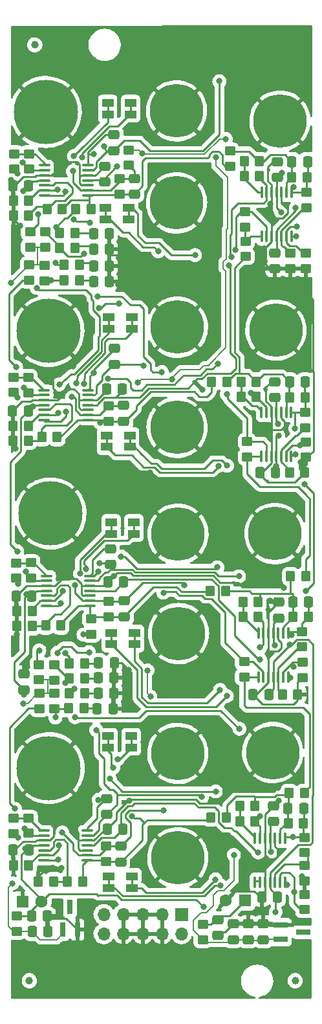
<source format=gbr>
%TF.GenerationSoftware,KiCad,Pcbnew,(6.0.2-0)*%
%TF.CreationDate,2022-04-19T15:29:27+02:00*%
%TF.ProjectId,blindeTaube,626c696e-6465-4546-9175-62652e6b6963,rev?*%
%TF.SameCoordinates,Original*%
%TF.FileFunction,Copper,L2,Bot*%
%TF.FilePolarity,Positive*%
%FSLAX46Y46*%
G04 Gerber Fmt 4.6, Leading zero omitted, Abs format (unit mm)*
G04 Created by KiCad (PCBNEW (6.0.2-0)) date 2022-04-19 15:29:27*
%MOMM*%
%LPD*%
G01*
G04 APERTURE LIST*
G04 Aperture macros list*
%AMRoundRect*
0 Rectangle with rounded corners*
0 $1 Rounding radius*
0 $2 $3 $4 $5 $6 $7 $8 $9 X,Y pos of 4 corners*
0 Add a 4 corners polygon primitive as box body*
4,1,4,$2,$3,$4,$5,$6,$7,$8,$9,$2,$3,0*
0 Add four circle primitives for the rounded corners*
1,1,$1+$1,$2,$3*
1,1,$1+$1,$4,$5*
1,1,$1+$1,$6,$7*
1,1,$1+$1,$8,$9*
0 Add four rect primitives between the rounded corners*
20,1,$1+$1,$2,$3,$4,$5,0*
20,1,$1+$1,$4,$5,$6,$7,0*
20,1,$1+$1,$6,$7,$8,$9,0*
20,1,$1+$1,$8,$9,$2,$3,0*%
G04 Aperture macros list end*
%TA.AperFunction,ComponentPad*%
%ADD10C,8.400000*%
%TD*%
%TA.AperFunction,ComponentPad*%
%ADD11R,1.600000X1.600000*%
%TD*%
%TA.AperFunction,ComponentPad*%
%ADD12C,1.600000*%
%TD*%
%TA.AperFunction,ComponentPad*%
%ADD13C,7.000000*%
%TD*%
%TA.AperFunction,ComponentPad*%
%ADD14R,1.700000X1.700000*%
%TD*%
%TA.AperFunction,ComponentPad*%
%ADD15O,1.700000X1.700000*%
%TD*%
%TA.AperFunction,SMDPad,CuDef*%
%ADD16RoundRect,0.250000X-0.475000X0.337500X-0.475000X-0.337500X0.475000X-0.337500X0.475000X0.337500X0*%
%TD*%
%TA.AperFunction,SMDPad,CuDef*%
%ADD17RoundRect,0.250000X0.475000X-0.337500X0.475000X0.337500X-0.475000X0.337500X-0.475000X-0.337500X0*%
%TD*%
%TA.AperFunction,SMDPad,CuDef*%
%ADD18RoundRect,0.250000X-0.450000X0.350000X-0.450000X-0.350000X0.450000X-0.350000X0.450000X0.350000X0*%
%TD*%
%TA.AperFunction,SMDPad,CuDef*%
%ADD19RoundRect,0.250000X0.350000X0.450000X-0.350000X0.450000X-0.350000X-0.450000X0.350000X-0.450000X0*%
%TD*%
%TA.AperFunction,SMDPad,CuDef*%
%ADD20R,1.500000X1.100000*%
%TD*%
%TA.AperFunction,SMDPad,CuDef*%
%ADD21RoundRect,0.250000X-0.350000X-0.450000X0.350000X-0.450000X0.350000X0.450000X-0.350000X0.450000X0*%
%TD*%
%TA.AperFunction,SMDPad,CuDef*%
%ADD22RoundRect,0.250000X0.337500X0.475000X-0.337500X0.475000X-0.337500X-0.475000X0.337500X-0.475000X0*%
%TD*%
%TA.AperFunction,SMDPad,CuDef*%
%ADD23RoundRect,0.100000X-0.100000X0.637500X-0.100000X-0.637500X0.100000X-0.637500X0.100000X0.637500X0*%
%TD*%
%TA.AperFunction,SMDPad,CuDef*%
%ADD24C,1.000000*%
%TD*%
%TA.AperFunction,SMDPad,CuDef*%
%ADD25RoundRect,0.250000X0.450000X-0.350000X0.450000X0.350000X-0.450000X0.350000X-0.450000X-0.350000X0*%
%TD*%
%TA.AperFunction,SMDPad,CuDef*%
%ADD26RoundRect,0.250000X-0.337500X-0.475000X0.337500X-0.475000X0.337500X0.475000X-0.337500X0.475000X0*%
%TD*%
%TA.AperFunction,SMDPad,CuDef*%
%ADD27RoundRect,0.100000X0.637500X0.100000X-0.637500X0.100000X-0.637500X-0.100000X0.637500X-0.100000X0*%
%TD*%
%TA.AperFunction,SMDPad,CuDef*%
%ADD28R,1.900000X0.800000*%
%TD*%
%TA.AperFunction,SMDPad,CuDef*%
%ADD29R,0.800000X1.900000*%
%TD*%
%TA.AperFunction,ViaPad*%
%ADD30C,0.800000*%
%TD*%
%TA.AperFunction,Conductor*%
%ADD31C,0.250000*%
%TD*%
%TA.AperFunction,Conductor*%
%ADD32C,0.504000*%
%TD*%
%TA.AperFunction,Conductor*%
%ADD33C,0.200000*%
%TD*%
G04 APERTURE END LIST*
D10*
%TO.P,RV1,*%
%TO.N,GND*%
X55950000Y-33472500D03*
%TD*%
D11*
%TO.P,C22,1*%
%TO.N,GND*%
X52896888Y-136753600D03*
D12*
%TO.P,C22,2*%
%TO.N,VEE*%
X55396888Y-136753600D03*
%TD*%
D13*
%TO.P,J4,*%
%TO.N,GND*%
X85952501Y-88628000D03*
%TD*%
%TO.P,J12,*%
%TO.N,GND*%
X73233200Y-131038600D03*
%TD*%
%TO.P,J10,*%
%TO.N,GND*%
X73233200Y-117373400D03*
%TD*%
D10*
%TO.P,RV4,*%
%TO.N,GND*%
X56336800Y-119285700D03*
%TD*%
%TO.P,RV3,*%
%TO.N,GND*%
X56565800Y-85979000D03*
%TD*%
D13*
%TO.P,J5,*%
%TO.N,GND*%
X73182400Y-61620400D03*
%TD*%
%TO.P,J11,*%
%TO.N,GND*%
X73326900Y-101701600D03*
%TD*%
D11*
%TO.P,C21,1*%
%TO.N,VCC*%
X82027913Y-136601200D03*
D12*
%TO.P,C21,2*%
%TO.N,GND*%
X79527913Y-136601200D03*
%TD*%
D13*
%TO.P,J6,*%
%TO.N,GND*%
X73072900Y-45364400D03*
%TD*%
%TO.P,J8,*%
%TO.N,GND*%
X73250700Y-88696800D03*
%TD*%
%TO.P,J7,*%
%TO.N,GND*%
X73131600Y-74726800D03*
%TD*%
%TO.P,J3,*%
%TO.N,GND*%
X86075000Y-62005000D03*
%TD*%
D14*
%TO.P,J13,1,Pin_1*%
%TO.N,Net-(D9-Pad2)*%
X73705800Y-138425000D03*
D15*
%TO.P,J13,2,Pin_2*%
X73705800Y-140965000D03*
%TO.P,J13,3,Pin_3*%
%TO.N,GND*%
X71165800Y-138425000D03*
%TO.P,J13,4,Pin_4*%
X71165800Y-140965000D03*
%TO.P,J13,5,Pin_5*%
X68625800Y-138425000D03*
%TO.P,J13,6,Pin_6*%
X68625800Y-140965000D03*
%TO.P,J13,7,Pin_7*%
X66085800Y-138425000D03*
%TO.P,J13,8,Pin_8*%
X66085800Y-140965000D03*
%TO.P,J13,9,Pin_9*%
%TO.N,Net-(J13-Pad10)*%
X63545800Y-138425000D03*
%TO.P,J13,10,Pin_10*%
X63545800Y-140965000D03*
%TD*%
D13*
%TO.P,J9,*%
%TO.N,GND*%
X85652501Y-117253000D03*
%TD*%
D10*
%TO.P,RV2,*%
%TO.N,GND*%
X56295800Y-62113800D03*
%TD*%
D13*
%TO.P,J1,*%
%TO.N,GND*%
X86614000Y-34666000D03*
%TD*%
%TO.P,J2,*%
%TO.N,GND*%
X73070000Y-33325000D03*
%TD*%
D16*
%TO.P,C41,1*%
%TO.N,GND*%
X86436200Y-97594600D03*
%TO.P,C41,2*%
%TO.N,VCC*%
X86436200Y-99669600D03*
%TD*%
D17*
%TO.P,C44,1*%
%TO.N,VEE*%
X53050000Y-109050000D03*
%TO.P,C44,2*%
%TO.N,GND*%
X53050000Y-106975000D03*
%TD*%
D18*
%TO.P,R8,1*%
%TO.N,Net-(R7-Pad2)*%
X82067400Y-46514000D03*
%TO.P,R8,2*%
%TO.N,Net-(R29-Pad2)*%
X82067400Y-48514000D03*
%TD*%
D19*
%TO.P,R46,1*%
%TO.N,Net-(C17-Pad2)*%
X60369200Y-53492400D03*
%TO.P,R46,2*%
%TO.N,Net-(R38-Pad1)*%
X58369200Y-53492400D03*
%TD*%
D20*
%TO.P,D4,1,A1*%
%TO.N,Net-(D4-Pad1)*%
X66931800Y-75766800D03*
%TO.P,D4,2,K1*%
%TO.N,Net-(D4-Pad2)*%
X63931800Y-75766800D03*
%TO.P,D4,3,A2*%
X63931800Y-77266800D03*
%TO.P,D4,4,K2*%
%TO.N,Net-(D4-Pad1)*%
X66931800Y-77266800D03*
%TD*%
D21*
%TO.P,R28,1*%
%TO.N,GND*%
X51689000Y-45085000D03*
%TO.P,R28,2*%
%TO.N,Net-(D1-Pad2)*%
X53689000Y-45085000D03*
%TD*%
D22*
%TO.P,C3,1*%
%TO.N,GND*%
X64262000Y-51435000D03*
%TO.P,C3,2*%
%TO.N,Net-(C3-Pad2)*%
X62187000Y-51435000D03*
%TD*%
D23*
%TO.P,U10,1*%
%TO.N,Net-(R86-Pad1)*%
X83350000Y-128475000D03*
%TO.P,U10,2,-*%
%TO.N,Net-(R86-Pad2)*%
X84000000Y-128475000D03*
%TO.P,U10,3,+*%
%TO.N,GND*%
X84650000Y-128475000D03*
%TO.P,U10,4,V+*%
%TO.N,VCC*%
X85300000Y-128475000D03*
%TO.P,U10,5,+*%
%TO.N,GND*%
X85950000Y-128475000D03*
%TO.P,U10,6,-*%
%TO.N,Net-(C12-Pad2)*%
X86600000Y-128475000D03*
%TO.P,U10,7*%
%TO.N,Net-(C12-Pad1)*%
X87250000Y-128475000D03*
%TO.P,U10,8*%
%TO.N,Net-(D8-Pad1)*%
X87250000Y-134200000D03*
%TO.P,U10,9,-*%
%TO.N,Net-(D8-Pad2)*%
X86600000Y-134200000D03*
%TO.P,U10,10,+*%
%TO.N,Net-(R100-Pad2)*%
X85950000Y-134200000D03*
%TO.P,U10,11,V-*%
%TO.N,VEE*%
X85300000Y-134200000D03*
%TO.P,U10,12,+*%
%TO.N,GND*%
X84650000Y-134200000D03*
%TO.P,U10,13,-*%
%TO.N,Net-(U10-Pad13)*%
X84000000Y-134200000D03*
%TO.P,U10,14*%
X83350000Y-134200000D03*
%TD*%
D24*
%TO.P,fid2,*%
%TO.N,*%
X53800000Y-147100000D03*
%TD*%
D18*
%TO.P,R68,1*%
%TO.N,Net-(R68-Pad1)*%
X55071100Y-105765600D03*
%TO.P,R68,2*%
%TO.N,AREF_-10*%
X55071100Y-107765600D03*
%TD*%
D19*
%TO.P,R60,1*%
%TO.N,Net-(C7-Pad2)*%
X83762600Y-97536000D03*
%TO.P,R60,2*%
%TO.N,Net-(R59-Pad1)*%
X81762600Y-97536000D03*
%TD*%
D21*
%TO.P,R70,1*%
%TO.N,Net-(R26-Pad1)*%
X59024100Y-107518200D03*
%TO.P,R70,2*%
%TO.N,Net-(C8-Pad2)*%
X61024100Y-107518200D03*
%TD*%
D18*
%TO.P,R23,1*%
%TO.N,Net-(R18-Pad2)*%
X53771800Y-38938200D03*
%TO.P,R23,2*%
%TO.N,Net-(R23-Pad2)*%
X53771800Y-40938200D03*
%TD*%
D21*
%TO.P,R54,1*%
%TO.N,Net-(R54-Pad1)*%
X55422800Y-75996800D03*
%TO.P,R54,2*%
%TO.N,Net-(C18-Pad1)*%
X57422800Y-75996800D03*
%TD*%
D20*
%TO.P,D3,1,A1*%
%TO.N,Net-(D3-Pad1)*%
X66778000Y-45986000D03*
%TO.P,D3,2,K1*%
%TO.N,Net-(D3-Pad2)*%
X63778000Y-45986000D03*
%TO.P,D3,3,A2*%
X63778000Y-47486000D03*
%TO.P,D3,4,K2*%
%TO.N,Net-(D3-Pad1)*%
X66778000Y-47486000D03*
%TD*%
D19*
%TO.P,R87,1*%
%TO.N,Net-(C12-Pad2)*%
X83350000Y-124237500D03*
%TO.P,R87,2*%
%TO.N,Net-(R86-Pad1)*%
X81350000Y-124237500D03*
%TD*%
D21*
%TO.P,R59,1*%
%TO.N,Net-(R59-Pad1)*%
X81762600Y-99517200D03*
%TO.P,R59,2*%
%TO.N,Net-(R59-Pad2)*%
X83762600Y-99517200D03*
%TD*%
D25*
%TO.P,R95,1*%
%TO.N,Net-(R100-Pad2)*%
X89800000Y-130350000D03*
%TO.P,R95,2*%
%TO.N,Net-(C12-Pad1)*%
X89800000Y-128350000D03*
%TD*%
%TO.P,R14,1*%
%TO.N,Net-(R14-Pad1)*%
X90043000Y-45983400D03*
%TO.P,R14,2*%
%TO.N,Net-(C2-Pad1)*%
X90043000Y-43983400D03*
%TD*%
D22*
%TO.P,C19,1*%
%TO.N,GND*%
X64887500Y-109500000D03*
%TO.P,C19,2*%
%TO.N,Net-(C19-Pad2)*%
X62812500Y-109500000D03*
%TD*%
D25*
%TO.P,R77,1*%
%TO.N,GND*%
X89535000Y-107451400D03*
%TO.P,R77,2*%
%TO.N,Net-(D7-Pad2)*%
X89535000Y-105451400D03*
%TD*%
%TO.P,R64,1*%
%TO.N,Net-(R64-Pad1)*%
X61899800Y-101771200D03*
%TO.P,R64,2*%
%TO.N,Net-(C10-Pad1)*%
X61899800Y-99771200D03*
%TD*%
D16*
%TO.P,C30,1*%
%TO.N,GND*%
X63627000Y-40546200D03*
%TO.P,C30,2*%
%TO.N,VCC*%
X63627000Y-42621200D03*
%TD*%
%TO.P,C25,1*%
%TO.N,GND*%
X80472000Y-139657000D03*
%TO.P,C25,2*%
%TO.N,AREF_+10*%
X80472000Y-141732000D03*
%TD*%
D18*
%TO.P,R104,1*%
%TO.N,Net-(R104-Pad1)*%
X53695600Y-125831600D03*
%TO.P,R104,2*%
%TO.N,Net-(R104-Pad2)*%
X53695600Y-127831600D03*
%TD*%
D26*
%TO.P,C32,1*%
%TO.N,GND*%
X63906400Y-69750000D03*
%TO.P,C32,2*%
%TO.N,VCC*%
X65981400Y-69750000D03*
%TD*%
D25*
%TO.P,R44,1*%
%TO.N,Net-(R44-Pad1)*%
X89932000Y-74777600D03*
%TO.P,R44,2*%
%TO.N,Net-(C15-Pad1)*%
X89932000Y-72777600D03*
%TD*%
D22*
%TO.P,C13,1*%
%TO.N,GND*%
X64766100Y-111506000D03*
%TO.P,C13,2*%
%TO.N,Net-(C13-Pad2)*%
X62691100Y-111506000D03*
%TD*%
%TO.P,C7,1*%
%TO.N,Net-(C7-Pad1)*%
X90362500Y-97550000D03*
%TO.P,C7,2*%
%TO.N,Net-(C7-Pad2)*%
X88287500Y-97550000D03*
%TD*%
%TO.P,C37,1*%
%TO.N,VEE*%
X53670200Y-72567800D03*
%TO.P,C37,2*%
%TO.N,GND*%
X51595200Y-72567800D03*
%TD*%
D23*
%TO.P,U7,1*%
%TO.N,Net-(R59-Pad1)*%
X83775000Y-101650800D03*
%TO.P,U7,2,-*%
%TO.N,Net-(R59-Pad2)*%
X84425000Y-101650800D03*
%TO.P,U7,3,+*%
%TO.N,GND*%
X85075000Y-101650800D03*
%TO.P,U7,4,V+*%
%TO.N,VCC*%
X85725000Y-101650800D03*
%TO.P,U7,5,+*%
%TO.N,GND*%
X86375000Y-101650800D03*
%TO.P,U7,6,-*%
%TO.N,Net-(C7-Pad2)*%
X87025000Y-101650800D03*
%TO.P,U7,7*%
%TO.N,Net-(C7-Pad1)*%
X87675000Y-101650800D03*
%TO.P,U7,8*%
%TO.N,Net-(D7-Pad1)*%
X87675000Y-107375800D03*
%TO.P,U7,9,-*%
%TO.N,Net-(D7-Pad2)*%
X87025000Y-107375800D03*
%TO.P,U7,10,+*%
%TO.N,Net-(R69-Pad1)*%
X86375000Y-107375800D03*
%TO.P,U7,11,V-*%
%TO.N,VEE*%
X85725000Y-107375800D03*
%TO.P,U7,12,+*%
%TO.N,GND*%
X85075000Y-107375800D03*
%TO.P,U7,13,-*%
%TO.N,Net-(R62-Pad2)*%
X84425000Y-107375800D03*
%TO.P,U7,14*%
%TO.N,Net-(R63-Pad2)*%
X83775000Y-107375800D03*
%TD*%
D19*
%TO.P,R16,1*%
%TO.N,Net-(C4-Pad2)*%
X59734200Y-49276000D03*
%TO.P,R16,2*%
%TO.N,Net-(R16-Pad2)*%
X57734200Y-49276000D03*
%TD*%
D20*
%TO.P,D7,1,A1*%
%TO.N,Net-(D7-Pad1)*%
X67541400Y-101600000D03*
%TO.P,D7,2,K1*%
%TO.N,Net-(D7-Pad2)*%
X64541400Y-101600000D03*
%TO.P,D7,3,A2*%
X64541400Y-103100000D03*
%TO.P,D7,4,K2*%
%TO.N,Net-(D7-Pad1)*%
X67541400Y-103100000D03*
%TD*%
D25*
%TO.P,R22,1*%
%TO.N,GND*%
X89966800Y-53943000D03*
%TO.P,R22,2*%
%TO.N,Net-(D3-Pad2)*%
X89966800Y-51943000D03*
%TD*%
%TO.P,R108,1*%
%TO.N,AREF_+10*%
X76504800Y-141730000D03*
%TO.P,R108,2*%
%TO.N,VCC*%
X76504800Y-139730000D03*
%TD*%
D23*
%TO.P,U5,1*%
%TO.N,Net-(R33-Pad1)*%
X84187000Y-72771000D03*
%TO.P,U5,2,-*%
%TO.N,Net-(R33-Pad2)*%
X84837000Y-72771000D03*
%TO.P,U5,3,+*%
%TO.N,GND*%
X85487000Y-72771000D03*
%TO.P,U5,4,V+*%
%TO.N,VCC*%
X86137000Y-72771000D03*
%TO.P,U5,5,+*%
%TO.N,GND*%
X86787000Y-72771000D03*
%TO.P,U5,6,-*%
%TO.N,Net-(C15-Pad2)*%
X87437000Y-72771000D03*
%TO.P,U5,7*%
%TO.N,Net-(C15-Pad1)*%
X88087000Y-72771000D03*
%TO.P,U5,8*%
%TO.N,Net-(D4-Pad1)*%
X88087000Y-78496000D03*
%TO.P,U5,9,-*%
%TO.N,Net-(D4-Pad2)*%
X87437000Y-78496000D03*
%TO.P,U5,10,+*%
%TO.N,Net-(R44-Pad1)*%
X86787000Y-78496000D03*
%TO.P,U5,11,V-*%
%TO.N,VEE*%
X86137000Y-78496000D03*
%TO.P,U5,12,+*%
%TO.N,GND*%
X85487000Y-78496000D03*
%TO.P,U5,13,-*%
%TO.N,Net-(R36-Pad2)*%
X84837000Y-78496000D03*
%TO.P,U5,14*%
%TO.N,2TO3*%
X84187000Y-78496000D03*
%TD*%
D27*
%TO.P,U1,1*%
%TO.N,Net-(C1-Pad1)*%
X61478000Y-40457600D03*
%TO.P,U1,2,-*%
%TO.N,Net-(C1-Pad2)*%
X61478000Y-41107600D03*
%TO.P,U1,3,+*%
%TO.N,GND*%
X61478000Y-41757600D03*
%TO.P,U1,4,V+*%
%TO.N,VCC*%
X61478000Y-42407600D03*
%TO.P,U1,5,+*%
%TO.N,GND*%
X61478000Y-43057600D03*
%TO.P,U1,6,-*%
%TO.N,Net-(C5-Pad2)*%
X61478000Y-43707600D03*
%TO.P,U1,7*%
%TO.N,Net-(C5-Pad1)*%
X61478000Y-44357600D03*
%TO.P,U1,8*%
%TO.N,Net-(D1-Pad1)*%
X55753000Y-44357600D03*
%TO.P,U1,9,-*%
%TO.N,Net-(D1-Pad2)*%
X55753000Y-43707600D03*
%TO.P,U1,10,+*%
%TO.N,Net-(R24-Pad1)*%
X55753000Y-43057600D03*
%TO.P,U1,11,V-*%
%TO.N,VEE*%
X55753000Y-42407600D03*
%TO.P,U1,12,+*%
%TO.N,GND*%
X55753000Y-41757600D03*
%TO.P,U1,13,-*%
%TO.N,Net-(R23-Pad2)*%
X55753000Y-41107600D03*
%TO.P,U1,14*%
%TO.N,Net-(R18-Pad2)*%
X55753000Y-40457600D03*
%TD*%
D19*
%TO.P,R97,1*%
%TO.N,Net-(C19-Pad2)*%
X61024100Y-109499400D03*
%TO.P,R97,2*%
%TO.N,Net-(R89-Pad1)*%
X59024100Y-109499400D03*
%TD*%
%TO.P,R90,1*%
%TO.N,Net-(C12-Pad1)*%
X89700000Y-126500000D03*
%TO.P,R90,2*%
%TO.N,Net-(C12-Pad2)*%
X87700000Y-126500000D03*
%TD*%
D25*
%TO.P,R21,1*%
%TO.N,Net-(C5-Pad1)*%
X65608200Y-44221400D03*
%TO.P,R21,2*%
%TO.N,Net-(C5-Pad2)*%
X65608200Y-42221400D03*
%TD*%
D17*
%TO.P,C23,1*%
%TO.N,GND*%
X78486000Y-141173200D03*
%TO.P,C23,2*%
%TO.N,VCC*%
X78486000Y-139098200D03*
%TD*%
D24*
%TO.P,fid3,*%
%TO.N,*%
X88600000Y-147100000D03*
%TD*%
D16*
%TO.P,C1,1*%
%TO.N,Net-(C1-Pad1)*%
X64871600Y-36449000D03*
%TO.P,C1,2*%
%TO.N,Net-(C1-Pad2)*%
X64871600Y-38524000D03*
%TD*%
D25*
%TO.P,R109,1*%
%TO.N,AREF_-10*%
X52140000Y-140630000D03*
%TO.P,R109,2*%
%TO.N,VEE*%
X52140000Y-138630000D03*
%TD*%
D19*
%TO.P,R39,1*%
%TO.N,Net-(C15-Pad1)*%
X89875000Y-70775000D03*
%TO.P,R39,2*%
%TO.N,Net-(C15-Pad2)*%
X87875000Y-70775000D03*
%TD*%
%TO.P,R47,1*%
%TO.N,Net-(C15-Pad2)*%
X79647800Y-68808600D03*
%TO.P,R47,2*%
%TO.N,Net-(C18-Pad1)*%
X77647800Y-68808600D03*
%TD*%
D22*
%TO.P,C2,1*%
%TO.N,Net-(C2-Pad1)*%
X90213000Y-39954200D03*
%TO.P,C2,2*%
%TO.N,Net-(C2-Pad2)*%
X88138000Y-39954200D03*
%TD*%
D28*
%TO.P,D11,1,K*%
%TO.N,AREF_+10*%
X86688800Y-141716800D03*
%TO.P,D11,2,A*%
%TO.N,GND*%
X86688800Y-139816800D03*
%TO.P,D11,3*%
%TO.N,N/C*%
X89688800Y-140766800D03*
%TD*%
D17*
%TO.P,C18,1*%
%TO.N,Net-(C18-Pad1)*%
X66141600Y-73931600D03*
%TO.P,C18,2*%
%TO.N,Net-(C18-Pad2)*%
X66141600Y-71856600D03*
%TD*%
D16*
%TO.P,C11,1*%
%TO.N,Net-(C11-Pad1)*%
X63957200Y-123274000D03*
%TO.P,C11,2*%
%TO.N,Net-(C11-Pad2)*%
X63957200Y-125349000D03*
%TD*%
D22*
%TO.P,C4,1*%
%TO.N,GND*%
X64262000Y-49428400D03*
%TO.P,C4,2*%
%TO.N,Net-(C4-Pad2)*%
X62187000Y-49428400D03*
%TD*%
D18*
%TO.P,R103,1*%
%TO.N,GND*%
X89814400Y-135800000D03*
%TO.P,R103,2*%
%TO.N,Net-(D8-Pad2)*%
X89814400Y-137800000D03*
%TD*%
%TO.P,R17,1*%
%TO.N,Net-(C2-Pad2)*%
X80060800Y-38582600D03*
%TO.P,R17,2*%
%TO.N,Net-(C5-Pad1)*%
X80060800Y-40582600D03*
%TD*%
%TO.P,R26,1*%
%TO.N,Net-(R26-Pad1)*%
X57077700Y-105772200D03*
%TO.P,R26,2*%
%TO.N,AREF_-10*%
X57077700Y-107772200D03*
%TD*%
D19*
%TO.P,R34,1*%
%TO.N,Net-(C15-Pad2)*%
X83489800Y-68757800D03*
%TO.P,R34,2*%
%TO.N,Net-(R33-Pad1)*%
X81489800Y-68757800D03*
%TD*%
D21*
%TO.P,R55,1*%
%TO.N,GND*%
X51670200Y-76479400D03*
%TO.P,R55,2*%
%TO.N,Net-(R54-Pad1)*%
X53670200Y-76479400D03*
%TD*%
%TO.P,R45,1*%
%TO.N,Net-(R30-Pad1)*%
X58347700Y-55448200D03*
%TO.P,R45,2*%
%TO.N,Net-(C16-Pad2)*%
X60347700Y-55448200D03*
%TD*%
D22*
%TO.P,C48,1*%
%TO.N,VEE*%
X86275000Y-136200000D03*
%TO.P,C48,2*%
%TO.N,GND*%
X84200000Y-136200000D03*
%TD*%
%TO.P,C38,1*%
%TO.N,VEE*%
X86020400Y-80619600D03*
%TO.P,C38,2*%
%TO.N,GND*%
X83945400Y-80619600D03*
%TD*%
D25*
%TO.P,R76,1*%
%TO.N,Net-(C10-Pad1)*%
X64211200Y-99485200D03*
%TO.P,R76,2*%
%TO.N,Net-(C10-Pad2)*%
X64211200Y-97485200D03*
%TD*%
D16*
%TO.P,C33,1*%
%TO.N,GND*%
X85944200Y-68740200D03*
%TO.P,C33,2*%
%TO.N,VCC*%
X85944200Y-70815200D03*
%TD*%
D22*
%TO.P,C15,1*%
%TO.N,Net-(C15-Pad1)*%
X89925000Y-68775000D03*
%TO.P,C15,2*%
%TO.N,Net-(C15-Pad2)*%
X87850000Y-68775000D03*
%TD*%
D27*
%TO.P,U4,1*%
%TO.N,Net-(C14-Pad1)*%
X61427200Y-69855800D03*
%TO.P,U4,2,-*%
%TO.N,Net-(C14-Pad2)*%
X61427200Y-70505800D03*
%TO.P,U4,3,+*%
%TO.N,GND*%
X61427200Y-71155800D03*
%TO.P,U4,4,V+*%
%TO.N,VCC*%
X61427200Y-71805800D03*
%TO.P,U4,5,+*%
%TO.N,GND*%
X61427200Y-72455800D03*
%TO.P,U4,6,-*%
%TO.N,Net-(C18-Pad2)*%
X61427200Y-73105800D03*
%TO.P,U4,7*%
%TO.N,Net-(C18-Pad1)*%
X61427200Y-73755800D03*
%TO.P,U4,8*%
%TO.N,Net-(D2-Pad1)*%
X55702200Y-73755800D03*
%TO.P,U4,9,-*%
%TO.N,Net-(D2-Pad2)*%
X55702200Y-73105800D03*
%TO.P,U4,10,+*%
%TO.N,Net-(R54-Pad1)*%
X55702200Y-72455800D03*
%TO.P,U4,11,V-*%
%TO.N,VEE*%
X55702200Y-71805800D03*
%TO.P,U4,12,+*%
%TO.N,GND*%
X55702200Y-71155800D03*
%TO.P,U4,13,-*%
%TO.N,Net-(R53-Pad2)*%
X55702200Y-70505800D03*
%TO.P,U4,14*%
%TO.N,Net-(R48-Pad2)*%
X55702200Y-69855800D03*
%TD*%
D16*
%TO.P,C24,1*%
%TO.N,GND*%
X82453200Y-139663800D03*
%TO.P,C24,2*%
%TO.N,AREF_+10*%
X82453200Y-141738800D03*
%TD*%
D18*
%TO.P,R13,1*%
%TO.N,Net-(R13-Pad1)*%
X53898800Y-49149000D03*
%TO.P,R13,2*%
%TO.N,AREF_-10*%
X53898800Y-51149000D03*
%TD*%
D25*
%TO.P,R19,1*%
%TO.N,GND*%
X87960200Y-53943000D03*
%TO.P,R19,2*%
%TO.N,Net-(R14-Pad1)*%
X87960200Y-51943000D03*
%TD*%
D20*
%TO.P,D8,1,A1*%
%TO.N,Net-(D8-Pad1)*%
X67211200Y-133451600D03*
%TO.P,D8,2,K1*%
%TO.N,Net-(D8-Pad2)*%
X64211200Y-133451600D03*
%TO.P,D8,3,A2*%
X64211200Y-134951600D03*
%TO.P,D8,4,K2*%
%TO.N,Net-(D8-Pad1)*%
X67211200Y-134951600D03*
%TD*%
D19*
%TO.P,R72,1*%
%TO.N,Net-(C7-Pad2)*%
X79495400Y-96100000D03*
%TO.P,R72,2*%
%TO.N,Net-(C10-Pad1)*%
X77495400Y-96100000D03*
%TD*%
%TO.P,R5,1*%
%TO.N,Net-(C2-Pad2)*%
X83940400Y-39903400D03*
%TO.P,R5,2*%
%TO.N,Net-(R4-Pad1)*%
X81940400Y-39903400D03*
%TD*%
D18*
%TO.P,R78,1*%
%TO.N,Net-(R73-Pad2)*%
X54025800Y-92437200D03*
%TO.P,R78,2*%
%TO.N,Net-(R78-Pad2)*%
X54025800Y-94437200D03*
%TD*%
D25*
%TO.P,R30,1*%
%TO.N,Net-(R30-Pad1)*%
X55829200Y-55543200D03*
%TO.P,R30,2*%
%TO.N,AREF_-10*%
X55829200Y-53543200D03*
%TD*%
%TO.P,R52,1*%
%TO.N,GND*%
X89957400Y-78631800D03*
%TO.P,R52,2*%
%TO.N,Net-(D4-Pad2)*%
X89957400Y-76631800D03*
%TD*%
D21*
%TO.P,R79,1*%
%TO.N,Net-(R79-Pad1)*%
X55921400Y-100634800D03*
%TO.P,R79,2*%
%TO.N,Net-(C10-Pad1)*%
X57921400Y-100634800D03*
%TD*%
%TO.P,R4,1*%
%TO.N,Net-(R4-Pad1)*%
X81915000Y-41859200D03*
%TO.P,R4,2*%
%TO.N,Net-(R4-Pad2)*%
X83915000Y-41859200D03*
%TD*%
D25*
%TO.P,R11,1*%
%TO.N,Net-(C5-Pad2)*%
X66827400Y-40436800D03*
%TO.P,R11,2*%
%TO.N,AREF_+10*%
X66827400Y-38436800D03*
%TD*%
D21*
%TO.P,R24,1*%
%TO.N,Net-(R24-Pad1)*%
X56115200Y-46177200D03*
%TO.P,R24,2*%
%TO.N,Net-(C5-Pad1)*%
X58115200Y-46177200D03*
%TD*%
D19*
%TO.P,R49,1*%
%TO.N,GND*%
X89849200Y-80619600D03*
%TO.P,R49,2*%
%TO.N,Net-(R44-Pad1)*%
X87849200Y-80619600D03*
%TD*%
D22*
%TO.P,C45,1*%
%TO.N,VEE*%
X54123500Y-96774000D03*
%TO.P,C45,2*%
%TO.N,GND*%
X52048500Y-96774000D03*
%TD*%
D19*
%TO.P,R10,1*%
%TO.N,Net-(C2-Pad1)*%
X90163400Y-41986200D03*
%TO.P,R10,2*%
%TO.N,Net-(C2-Pad2)*%
X88163400Y-41986200D03*
%TD*%
D16*
%TO.P,C31,1*%
%TO.N,GND*%
X86258400Y-39987400D03*
%TO.P,C31,2*%
%TO.N,VCC*%
X86258400Y-42062400D03*
%TD*%
D25*
%TO.P,R73,1*%
%TO.N,Net-(C10-Pad2)*%
X52095400Y-94456000D03*
%TO.P,R73,2*%
%TO.N,Net-(R73-Pad2)*%
X52095400Y-92456000D03*
%TD*%
D27*
%TO.P,U9,1*%
%TO.N,Net-(C11-Pad1)*%
X61401800Y-127442200D03*
%TO.P,U9,2,-*%
%TO.N,Net-(C11-Pad2)*%
X61401800Y-128092200D03*
%TO.P,U9,3,+*%
%TO.N,GND*%
X61401800Y-128742200D03*
%TO.P,U9,4,V+*%
%TO.N,VCC*%
X61401800Y-129392200D03*
%TO.P,U9,5,+*%
%TO.N,GND*%
X61401800Y-130042200D03*
%TO.P,U9,6,-*%
%TO.N,Net-(C20-Pad2)*%
X61401800Y-130692200D03*
%TO.P,U9,7*%
%TO.N,Net-(C20-Pad1)*%
X61401800Y-131342200D03*
%TO.P,U9,8*%
%TO.N,Net-(D6-Pad4)*%
X55676800Y-131342200D03*
%TO.P,U9,9,-*%
%TO.N,Net-(D6-Pad2)*%
X55676800Y-130692200D03*
%TO.P,U9,10,+*%
%TO.N,Net-(R105-Pad1)*%
X55676800Y-130042200D03*
%TO.P,U9,11,V-*%
%TO.N,VEE*%
X55676800Y-129392200D03*
%TO.P,U9,12,+*%
%TO.N,GND*%
X55676800Y-128742200D03*
%TO.P,U9,13,-*%
%TO.N,Net-(R104-Pad2)*%
X55676800Y-128092200D03*
%TO.P,U9,14*%
%TO.N,Net-(R104-Pad1)*%
X55676800Y-127442200D03*
%TD*%
D21*
%TO.P,R33,1*%
%TO.N,Net-(R33-Pad1)*%
X81499200Y-70739000D03*
%TO.P,R33,2*%
%TO.N,Net-(R33-Pad2)*%
X83499200Y-70739000D03*
%TD*%
D25*
%TO.P,R69,1*%
%TO.N,Net-(R69-Pad1)*%
X89484200Y-103428800D03*
%TO.P,R69,2*%
%TO.N,Net-(C7-Pad1)*%
X89484200Y-101428800D03*
%TD*%
D26*
%TO.P,C40,1*%
%TO.N,GND*%
X64058800Y-94970600D03*
%TO.P,C40,2*%
%TO.N,VCC*%
X66133800Y-94970600D03*
%TD*%
D23*
%TO.P,U2,1*%
%TO.N,Net-(R4-Pad1)*%
X84200200Y-43992800D03*
%TO.P,U2,2,-*%
%TO.N,Net-(R4-Pad2)*%
X84850200Y-43992800D03*
%TO.P,U2,3,+*%
%TO.N,GND*%
X85500200Y-43992800D03*
%TO.P,U2,4,V+*%
%TO.N,VCC*%
X86150200Y-43992800D03*
%TO.P,U2,5,+*%
%TO.N,GND*%
X86800200Y-43992800D03*
%TO.P,U2,6,-*%
%TO.N,Net-(C2-Pad2)*%
X87450200Y-43992800D03*
%TO.P,U2,7*%
%TO.N,Net-(C2-Pad1)*%
X88100200Y-43992800D03*
%TO.P,U2,8*%
%TO.N,Net-(D3-Pad1)*%
X88100200Y-49717800D03*
%TO.P,U2,9,-*%
%TO.N,Net-(D3-Pad2)*%
X87450200Y-49717800D03*
%TO.P,U2,10,+*%
%TO.N,Net-(R14-Pad1)*%
X86800200Y-49717800D03*
%TO.P,U2,11,V-*%
%TO.N,VEE*%
X86150200Y-49717800D03*
%TO.P,U2,12,+*%
%TO.N,GND*%
X85500200Y-49717800D03*
%TO.P,U2,13,-*%
%TO.N,Net-(R7-Pad2)*%
X84850200Y-49717800D03*
%TO.P,U2,14*%
%TO.N,Net-(R29-Pad2)*%
X84200200Y-49717800D03*
%TD*%
D26*
%TO.P,C42,1*%
%TO.N,GND*%
X63990400Y-127279400D03*
%TO.P,C42,2*%
%TO.N,VCC*%
X66065400Y-127279400D03*
%TD*%
D16*
%TO.P,C6,1*%
%TO.N,Net-(C6-Pad1)*%
X64389000Y-90609600D03*
%TO.P,C6,2*%
%TO.N,Net-(C6-Pad2)*%
X64389000Y-92684600D03*
%TD*%
D17*
%TO.P,C20,1*%
%TO.N,Net-(C20-Pad1)*%
X65750000Y-131572000D03*
%TO.P,C20,2*%
%TO.N,Net-(C20-Pad2)*%
X65750000Y-129497000D03*
%TD*%
D18*
%TO.P,R53,1*%
%TO.N,Net-(R48-Pad2)*%
X53670200Y-68180200D03*
%TO.P,R53,2*%
%TO.N,Net-(R53-Pad2)*%
X53670200Y-70180200D03*
%TD*%
D21*
%TO.P,R80,1*%
%TO.N,GND*%
X52143400Y-100736400D03*
%TO.P,R80,2*%
%TO.N,Net-(R79-Pad1)*%
X54143400Y-100736400D03*
%TD*%
D20*
%TO.P,D2,1,A1*%
%TO.N,Net-(D2-Pad1)*%
X67183000Y-60299600D03*
%TO.P,D2,2,K1*%
%TO.N,Net-(D2-Pad2)*%
X64183000Y-60299600D03*
%TO.P,D2,3,A2*%
X64183000Y-61799600D03*
%TO.P,D2,4,K2*%
%TO.N,Net-(D2-Pad1)*%
X67183000Y-61799600D03*
%TD*%
D25*
%TO.P,R29,1*%
%TO.N,Net-(C15-Pad2)*%
X82118200Y-52368200D03*
%TO.P,R29,2*%
%TO.N,Net-(R29-Pad2)*%
X82118200Y-50368200D03*
%TD*%
D21*
%TO.P,R96,1*%
%TO.N,Net-(R83-Pad1)*%
X58922500Y-111455200D03*
%TO.P,R96,2*%
%TO.N,Net-(C13-Pad2)*%
X60922500Y-111455200D03*
%TD*%
D25*
%TO.P,R18,1*%
%TO.N,Net-(C5-Pad2)*%
X51816000Y-40938200D03*
%TO.P,R18,2*%
%TO.N,Net-(R18-Pad2)*%
X51816000Y-38938200D03*
%TD*%
D21*
%TO.P,R106,1*%
%TO.N,GND*%
X54965400Y-134100000D03*
%TO.P,R106,2*%
%TO.N,Net-(R105-Pad1)*%
X56965400Y-134100000D03*
%TD*%
D22*
%TO.P,C28,1*%
%TO.N,GND*%
X56167500Y-138660000D03*
%TO.P,C28,2*%
%TO.N,VEE*%
X54092500Y-138660000D03*
%TD*%
%TO.P,C46,1*%
%TO.N,VEE*%
X85140800Y-109651800D03*
%TO.P,C46,2*%
%TO.N,GND*%
X83065800Y-109651800D03*
%TD*%
D25*
%TO.P,R51,1*%
%TO.N,Net-(C18-Pad1)*%
X64135000Y-73939400D03*
%TO.P,R51,2*%
%TO.N,Net-(C18-Pad2)*%
X64135000Y-71939400D03*
%TD*%
D20*
%TO.P,D6,1,A1*%
%TO.N,Net-(D6-Pad4)*%
X67109600Y-115112800D03*
%TO.P,D6,2,K1*%
%TO.N,Net-(D6-Pad2)*%
X64109600Y-115112800D03*
%TO.P,D6,3,A2*%
X64109600Y-116612800D03*
%TO.P,D6,4,K2*%
%TO.N,Net-(D6-Pad4)*%
X67109600Y-116612800D03*
%TD*%
D19*
%TO.P,R74,1*%
%TO.N,GND*%
X88934800Y-109651800D03*
%TO.P,R74,2*%
%TO.N,Net-(R69-Pad1)*%
X86934800Y-109651800D03*
%TD*%
D25*
%TO.P,R43,1*%
%TO.N,Net-(R43-Pad1)*%
X53771800Y-55473600D03*
%TO.P,R43,2*%
%TO.N,AREF_-10*%
X53771800Y-53473600D03*
%TD*%
D16*
%TO.P,C14,1*%
%TO.N,Net-(C14-Pad1)*%
X64947800Y-64396800D03*
%TO.P,C14,2*%
%TO.N,Net-(C14-Pad2)*%
X64947800Y-66471800D03*
%TD*%
D22*
%TO.P,C35,1*%
%TO.N,VEE*%
X53695600Y-43129200D03*
%TO.P,C35,2*%
%TO.N,GND*%
X51620600Y-43129200D03*
%TD*%
D18*
%TO.P,R1,1*%
%TO.N,Net-(R1-Pad1)*%
X55854600Y-49174400D03*
%TO.P,R1,2*%
%TO.N,AREF_-10*%
X55854600Y-51174400D03*
%TD*%
D20*
%TO.P,D1,1,A1*%
%TO.N,Net-(D1-Pad1)*%
X67056000Y-32282000D03*
%TO.P,D1,2,K1*%
%TO.N,Net-(D1-Pad2)*%
X64056000Y-32282000D03*
%TO.P,D1,3,A2*%
X64056000Y-33782000D03*
%TO.P,D1,4,K2*%
%TO.N,Net-(D1-Pad1)*%
X67056000Y-33782000D03*
%TD*%
D25*
%TO.P,R83,1*%
%TO.N,Net-(R83-Pad1)*%
X57052300Y-111524800D03*
%TO.P,R83,2*%
%TO.N,AREF_-10*%
X57052300Y-109524800D03*
%TD*%
D21*
%TO.P,R86,1*%
%TO.N,Net-(R86-Pad1)*%
X81350000Y-126237500D03*
%TO.P,R86,2*%
%TO.N,Net-(R86-Pad2)*%
X83350000Y-126237500D03*
%TD*%
D16*
%TO.P,C36,1*%
%TO.N,VEE*%
X85928200Y-51917600D03*
%TO.P,C36,2*%
%TO.N,GND*%
X85928200Y-53992600D03*
%TD*%
D21*
%TO.P,R82,1*%
%TO.N,Net-(C12-Pad2)*%
X87800000Y-122550000D03*
%TO.P,R82,2*%
%TO.N,Net-(R63-Pad2)*%
X89800000Y-122550000D03*
%TD*%
%TO.P,R56,1*%
%TO.N,GND*%
X51670200Y-74549000D03*
%TO.P,R56,2*%
%TO.N,Net-(D2-Pad2)*%
X53670200Y-74549000D03*
%TD*%
D22*
%TO.P,C12,1*%
%TO.N,Net-(C12-Pad1)*%
X89737500Y-124550000D03*
%TO.P,C12,2*%
%TO.N,Net-(C12-Pad2)*%
X87662500Y-124550000D03*
%TD*%
D24*
%TO.P,fid1,*%
%TO.N,*%
X54500000Y-24700000D03*
%TD*%
D19*
%TO.P,R98,1*%
%TO.N,Net-(C12-Pad2)*%
X79550000Y-125725000D03*
%TO.P,R98,2*%
%TO.N,Net-(C20-Pad1)*%
X77550000Y-125725000D03*
%TD*%
D17*
%TO.P,C10,1*%
%TO.N,Net-(C10-Pad1)*%
X66243200Y-99509400D03*
%TO.P,C10,2*%
%TO.N,Net-(C10-Pad2)*%
X66243200Y-97434400D03*
%TD*%
D22*
%TO.P,C17,1*%
%TO.N,GND*%
X64279600Y-53644800D03*
%TO.P,C17,2*%
%TO.N,Net-(C17-Pad2)*%
X62204600Y-53644800D03*
%TD*%
D20*
%TO.P,D5,1,A1*%
%TO.N,Net-(D5-Pad1)*%
X67490600Y-87147400D03*
%TO.P,D5,2,K1*%
%TO.N,Net-(D5-Pad2)*%
X64490600Y-87147400D03*
%TO.P,D5,3,A2*%
X64490600Y-88647400D03*
%TO.P,D5,4,K2*%
%TO.N,Net-(D5-Pad1)*%
X67490600Y-88647400D03*
%TD*%
D25*
%TO.P,R100,1*%
%TO.N,GND*%
X89800000Y-134050000D03*
%TO.P,R100,2*%
%TO.N,Net-(R100-Pad2)*%
X89800000Y-132050000D03*
%TD*%
%TO.P,R94,1*%
%TO.N,Net-(R94-Pad1)*%
X55096500Y-111524800D03*
%TO.P,R94,2*%
%TO.N,AREF_-10*%
X55096500Y-109524800D03*
%TD*%
D21*
%TO.P,R105,1*%
%TO.N,Net-(R105-Pad1)*%
X58750000Y-134100000D03*
%TO.P,R105,2*%
%TO.N,Net-(C20-Pad1)*%
X60750000Y-134100000D03*
%TD*%
%TO.P,R15,1*%
%TO.N,Net-(R1-Pad1)*%
X57734200Y-51231800D03*
%TO.P,R15,2*%
%TO.N,Net-(C3-Pad2)*%
X59734200Y-51231800D03*
%TD*%
D22*
%TO.P,C8,1*%
%TO.N,GND*%
X64887500Y-107500000D03*
%TO.P,C8,2*%
%TO.N,Net-(C8-Pad2)*%
X62812500Y-107500000D03*
%TD*%
D25*
%TO.P,R102,1*%
%TO.N,Net-(C20-Pad1)*%
X63800000Y-131521200D03*
%TO.P,R102,2*%
%TO.N,Net-(C20-Pad2)*%
X63800000Y-129521200D03*
%TD*%
D29*
%TO.P,D12,1,K*%
%TO.N,GND*%
X60080000Y-140430000D03*
%TO.P,D12,2,A*%
%TO.N,AREF_-10*%
X58180000Y-140430000D03*
%TO.P,D12,3*%
%TO.N,N/C*%
X59130000Y-137430000D03*
%TD*%
D21*
%TO.P,R107,1*%
%TO.N,GND*%
X51700000Y-132000000D03*
%TO.P,R107,2*%
%TO.N,Net-(D6-Pad2)*%
X53700000Y-132000000D03*
%TD*%
D17*
%TO.P,C5,1*%
%TO.N,Net-(C5-Pad1)*%
X67564000Y-44237500D03*
%TO.P,C5,2*%
%TO.N,Net-(C5-Pad2)*%
X67564000Y-42162500D03*
%TD*%
D22*
%TO.P,C47,1*%
%TO.N,VEE*%
X53738600Y-130022600D03*
%TO.P,C47,2*%
%TO.N,GND*%
X51663600Y-130022600D03*
%TD*%
D27*
%TO.P,U6,1*%
%TO.N,Net-(C6-Pad1)*%
X61757400Y-94142800D03*
%TO.P,U6,2,-*%
%TO.N,Net-(C6-Pad2)*%
X61757400Y-94792800D03*
%TO.P,U6,3,+*%
%TO.N,GND*%
X61757400Y-95442800D03*
%TO.P,U6,4,V+*%
%TO.N,VCC*%
X61757400Y-96092800D03*
%TO.P,U6,5,+*%
%TO.N,GND*%
X61757400Y-96742800D03*
%TO.P,U6,6,-*%
%TO.N,Net-(C10-Pad2)*%
X61757400Y-97392800D03*
%TO.P,U6,7*%
%TO.N,Net-(C10-Pad1)*%
X61757400Y-98042800D03*
%TO.P,U6,8*%
%TO.N,Net-(D5-Pad1)*%
X56032400Y-98042800D03*
%TO.P,U6,9,-*%
%TO.N,Net-(D5-Pad2)*%
X56032400Y-97392800D03*
%TO.P,U6,10,+*%
%TO.N,Net-(R79-Pad1)*%
X56032400Y-96742800D03*
%TO.P,U6,11,V-*%
%TO.N,VEE*%
X56032400Y-96092800D03*
%TO.P,U6,12,+*%
%TO.N,GND*%
X56032400Y-95442800D03*
%TO.P,U6,13,-*%
%TO.N,Net-(R78-Pad2)*%
X56032400Y-94792800D03*
%TO.P,U6,14*%
%TO.N,Net-(R73-Pad2)*%
X56032400Y-94142800D03*
%TD*%
D18*
%TO.P,R63,1*%
%TO.N,Net-(R62-Pad2)*%
X81915000Y-105359200D03*
%TO.P,R63,2*%
%TO.N,Net-(R63-Pad2)*%
X81915000Y-107359200D03*
%TD*%
D16*
%TO.P,C26,1*%
%TO.N,GND*%
X84434400Y-139663800D03*
%TO.P,C26,2*%
%TO.N,AREF_+10*%
X84434400Y-141738800D03*
%TD*%
D21*
%TO.P,R81,1*%
%TO.N,GND*%
X52143400Y-98780600D03*
%TO.P,R81,2*%
%TO.N,Net-(D5-Pad2)*%
X54143400Y-98780600D03*
%TD*%
%TO.P,R25,1*%
%TO.N,Net-(C7-Pad2)*%
X88000000Y-94200000D03*
%TO.P,R25,2*%
%TO.N,2TO3*%
X90000000Y-94200000D03*
%TD*%
D19*
%TO.P,R65,1*%
%TO.N,Net-(C7-Pad1)*%
X90322400Y-99542600D03*
%TO.P,R65,2*%
%TO.N,Net-(C7-Pad2)*%
X88322400Y-99542600D03*
%TD*%
%TO.P,R71,1*%
%TO.N,Net-(C9-Pad2)*%
X60998700Y-105587800D03*
%TO.P,R71,2*%
%TO.N,Net-(R64-Pad1)*%
X58998700Y-105587800D03*
%TD*%
D22*
%TO.P,C16,1*%
%TO.N,GND*%
X64287400Y-55651400D03*
%TO.P,C16,2*%
%TO.N,Net-(C16-Pad2)*%
X62212400Y-55651400D03*
%TD*%
D21*
%TO.P,R9,1*%
%TO.N,Net-(R16-Pad2)*%
X59867800Y-46177200D03*
%TO.P,R9,2*%
%TO.N,Net-(C5-Pad1)*%
X61867800Y-46177200D03*
%TD*%
D18*
%TO.P,R37,1*%
%TO.N,Net-(R36-Pad2)*%
X82296000Y-76587600D03*
%TO.P,R37,2*%
%TO.N,2TO3*%
X82296000Y-78587600D03*
%TD*%
D16*
%TO.P,C43,1*%
%TO.N,GND*%
X85800000Y-124200000D03*
%TO.P,C43,2*%
%TO.N,VCC*%
X85800000Y-126275000D03*
%TD*%
D21*
%TO.P,R27,1*%
%TO.N,GND*%
X51695600Y-47015400D03*
%TO.P,R27,2*%
%TO.N,Net-(R24-Pad1)*%
X53695600Y-47015400D03*
%TD*%
D22*
%TO.P,C27,1*%
%TO.N,GND*%
X56227500Y-140660000D03*
%TO.P,C27,2*%
%TO.N,AREF_-10*%
X54152500Y-140660000D03*
%TD*%
D25*
%TO.P,R99,1*%
%TO.N,Net-(C20-Pad2)*%
X51765200Y-127857000D03*
%TO.P,R99,2*%
%TO.N,Net-(R104-Pad1)*%
X51765200Y-125857000D03*
%TD*%
D22*
%TO.P,C9,1*%
%TO.N,GND*%
X64897000Y-105511600D03*
%TO.P,C9,2*%
%TO.N,Net-(C9-Pad2)*%
X62822000Y-105511600D03*
%TD*%
D25*
%TO.P,R48,1*%
%TO.N,Net-(C18-Pad2)*%
X51714400Y-70148200D03*
%TO.P,R48,2*%
%TO.N,Net-(R48-Pad2)*%
X51714400Y-68148200D03*
%TD*%
D30*
%TO.N,Net-(C1-Pad1)*%
X62200000Y-38950000D03*
%TO.N,Net-(C1-Pad2)*%
X78675000Y-29450000D03*
X63550000Y-37950000D03*
%TO.N,Net-(C2-Pad1)*%
X88429500Y-43307000D03*
%TO.N,GND*%
X84650000Y-131950000D03*
X85351766Y-45536409D03*
X65461243Y-56098440D03*
X86450000Y-123525000D03*
X67530700Y-80602100D03*
X51950000Y-77500000D03*
X52565900Y-48412400D03*
X53500000Y-106000000D03*
X66800000Y-106450000D03*
X66040000Y-52197000D03*
X89325000Y-79300000D03*
X69625000Y-80650620D03*
X87096600Y-95707200D03*
X66800000Y-111300000D03*
X85369400Y-97434400D03*
X86350000Y-121850500D03*
X58013600Y-132384800D03*
X66850000Y-123524500D03*
X78000000Y-106975000D03*
X64820800Y-94208600D03*
X53600000Y-113050000D03*
X90170000Y-66649600D03*
X89500000Y-133450000D03*
X52150000Y-101825000D03*
X51400000Y-42400000D03*
X59525000Y-66725000D03*
%TO.N,Net-(C5-Pad2)*%
X52240498Y-41550000D03*
X59512200Y-41198800D03*
%TO.N,Net-(C6-Pad1)*%
X62810204Y-93569604D03*
%TO.N,Net-(C6-Pad2)*%
X62966600Y-92481400D03*
X81250000Y-94200000D03*
%TO.N,Net-(C7-Pad1)*%
X88138000Y-101879400D03*
%TO.N,Net-(C10-Pad2)*%
X59794346Y-95390016D03*
X52301151Y-95184949D03*
X74066400Y-95351600D03*
%TO.N,Net-(C11-Pad1)*%
X62850000Y-123450000D03*
%TO.N,Net-(C11-Pad2)*%
X76400000Y-123075000D03*
X62550000Y-114300000D03*
%TO.N,Net-(C12-Pad1)*%
X88300000Y-128300000D03*
%TO.N,Net-(C14-Pad1)*%
X62204600Y-67564000D03*
%TO.N,Net-(C14-Pad2)*%
X68750000Y-66650000D03*
%TO.N,Net-(C15-Pad1)*%
X88595200Y-74879200D03*
%TO.N,Net-(C18-Pad1)*%
X63042800Y-74091800D03*
%TO.N,Net-(C18-Pad2)*%
X59371900Y-70714338D03*
X52250000Y-70800000D03*
X65498389Y-58494958D03*
X62915800Y-59105800D03*
%TO.N,Net-(C20-Pad1)*%
X67250000Y-125550000D03*
%TO.N,Net-(C20-Pad2)*%
X52280801Y-128380801D03*
X58111250Y-127711250D03*
X71375000Y-124850000D03*
%TO.N,VCC*%
X85400000Y-130275000D03*
X65250000Y-40600000D03*
X86325000Y-74275000D03*
X76425000Y-69825000D03*
X85928200Y-103225600D03*
X84026900Y-105126900D03*
X86741000Y-46558200D03*
X86868000Y-41402000D03*
X79900000Y-53550000D03*
X83750000Y-130325000D03*
%TO.N,VEE*%
X86137000Y-79768100D03*
X52200000Y-90925000D03*
X53223952Y-129849354D03*
X88680160Y-46032842D03*
X87909400Y-103124000D03*
X57700000Y-69100000D03*
X53050000Y-109700000D03*
X76606400Y-137452700D03*
X53025000Y-43775000D03*
X53462908Y-96582806D03*
X54764583Y-56479627D03*
X86409505Y-75797500D03*
X89825000Y-82175000D03*
X89975000Y-96100000D03*
X86050000Y-138100000D03*
X54305200Y-72034400D03*
%TO.N,AREF_+10*%
X78206600Y-39395400D03*
X68580000Y-38887400D03*
X80575000Y-130650000D03*
X69253700Y-106500000D03*
X72460500Y-68427600D03*
X69650000Y-109925000D03*
X68000000Y-68900000D03*
X79527400Y-37007800D03*
%TO.N,AREF_-10*%
X53000000Y-110875000D03*
X51375000Y-55850000D03*
X51562000Y-134366000D03*
%TO.N,Net-(D1-Pad1)*%
X60706000Y-39370000D03*
X58500000Y-43900000D03*
%TO.N,Net-(D1-Pad2)*%
X59625000Y-39229700D03*
X57500000Y-43633100D03*
%TO.N,Net-(D2-Pad1)*%
X60985400Y-69056300D03*
X58623200Y-72694800D03*
%TO.N,Net-(D2-Pad2)*%
X57531000Y-72821800D03*
X59944000Y-68935600D03*
%TO.N,Net-(D3-Pad1)*%
X75488800Y-52197000D03*
X88722200Y-49758600D03*
%TO.N,Net-(D3-Pad2)*%
X88773000Y-48488600D03*
X70679800Y-51697400D03*
%TO.N,Net-(D4-Pad1)*%
X79675000Y-79725000D03*
X88620600Y-78232000D03*
%TO.N,Net-(D4-Pad2)*%
X89200000Y-77050000D03*
X78525000Y-79750000D03*
%TO.N,Net-(D5-Pad1)*%
X57912000Y-97713800D03*
X61189607Y-93207379D03*
%TO.N,Net-(D5-Pad2)*%
X58166000Y-96113600D03*
X60426600Y-93853000D03*
%TO.N,Net-(D6-Pad4)*%
X57550000Y-131250000D03*
X65350000Y-118100000D03*
%TO.N,Net-(D6-Pad2)*%
X64800000Y-119200000D03*
X57674500Y-129374500D03*
%TO.N,Net-(D7-Pad1)*%
X87960200Y-107442000D03*
X78765400Y-109067600D03*
%TO.N,Net-(D7-Pad2)*%
X79654400Y-109855000D03*
X88375000Y-106000000D03*
%TO.N,Net-(D8-Pad1)*%
X78181200Y-133858000D03*
X87575000Y-134600000D03*
%TO.N,Net-(D8-Pad2)*%
X88442800Y-135483600D03*
X78841600Y-134620000D03*
%TO.N,Net-(R1-Pad1)*%
X60985400Y-52028340D03*
%TO.N,Net-(R4-Pad2)*%
X61722000Y-47955200D03*
X80300000Y-52425000D03*
X59643499Y-47502299D03*
%TO.N,Net-(R7-Pad2)*%
X80775000Y-51475000D03*
%TO.N,Net-(R16-Pad2)*%
X57275000Y-48525000D03*
%TO.N,Net-(R13-Pad1)*%
X54940200Y-46837600D03*
%TO.N,Net-(R23-Pad2)*%
X52910943Y-40035298D03*
%TO.N,Net-(R26-Pad1)*%
X58470800Y-108166500D03*
%TO.N,Net-(R30-Pad1)*%
X56642352Y-55448200D03*
%TO.N,Net-(R33-Pad2)*%
X71145400Y-67487800D03*
X62738000Y-57607200D03*
X82790166Y-70205970D03*
%TO.N,Net-(R36-Pad2)*%
X79650000Y-70400000D03*
%TO.N,Net-(R38-Pad1)*%
X57200800Y-53192380D03*
%TO.N,Net-(R43-Pad1)*%
X52050000Y-66850000D03*
%TO.N,Net-(R50-Pad1)*%
X64058800Y-68350000D03*
X78450000Y-66400000D03*
%TO.N,Net-(R53-Pad2)*%
X53086000Y-69570600D03*
%TO.N,Net-(R59-Pad2)*%
X84023200Y-103530400D03*
X57454800Y-104216200D03*
X61595000Y-104140000D03*
%TO.N,Net-(R62-Pad2)*%
X71350000Y-96350000D03*
%TO.N,Net-(R64-Pad1)*%
X58516295Y-104232815D03*
X60879501Y-101824301D03*
%TO.N,Net-(R68-Pad1)*%
X55100000Y-103900000D03*
%TO.N,Net-(R75-Pad1)*%
X78411529Y-93028819D03*
X65800000Y-91600000D03*
%TO.N,Net-(R78-Pad2)*%
X53356240Y-93607837D03*
%TO.N,Net-(R83-Pad1)*%
X57200800Y-112674400D03*
%TO.N,Net-(R86-Pad2)*%
X83950000Y-125575000D03*
X59782784Y-112625500D03*
X81300000Y-114150000D03*
%TO.N,Net-(R89-Pad1)*%
X59649711Y-108884547D03*
%TO.N,Net-(R94-Pad1)*%
X51900000Y-124600000D03*
%TO.N,Net-(R101-Pad1)*%
X64325500Y-120701488D03*
X78200000Y-122350000D03*
%TO.N,Net-(R104-Pad2)*%
X53200000Y-127200000D03*
%TD*%
D31*
%TO.N,Net-(C1-Pad1)*%
X62200989Y-38999000D02*
X61478000Y-38999000D01*
X61478000Y-38999000D02*
X61478000Y-38751836D01*
X61478000Y-38751836D02*
X63780836Y-36449000D01*
X61478000Y-40457600D02*
X61478000Y-38999000D01*
X63780836Y-36449000D02*
X64871600Y-36449000D01*
X62200000Y-38950000D02*
X62200989Y-38999000D01*
%TO.N,Net-(C1-Pad2)*%
X63847800Y-38524000D02*
X64871600Y-38524000D01*
X61478000Y-41107600D02*
X62165861Y-41107600D01*
X69596000Y-38557200D02*
X76564838Y-38557200D01*
X64024207Y-38524000D02*
X64871600Y-38524000D01*
X63550000Y-37950000D02*
X63847800Y-38524000D01*
X78675000Y-36447038D02*
X78675000Y-35925000D01*
X78675000Y-35925000D02*
X78675000Y-29450000D01*
X62577480Y-39970727D02*
X64024207Y-38524000D01*
X62165861Y-41107600D02*
X62577480Y-40695981D01*
X68783200Y-37744400D02*
X69596000Y-38557200D01*
X76564838Y-38557200D02*
X78675000Y-36447038D01*
X68783200Y-37719000D02*
X68783200Y-37744400D01*
X62577480Y-40695981D02*
X62577480Y-39970727D01*
X64871600Y-38524000D02*
X66184600Y-37211000D01*
X66184600Y-37211000D02*
X68275200Y-37211000D01*
X68275200Y-37211000D02*
X68783200Y-37719000D01*
%TO.N,Net-(C2-Pad1)*%
X90213000Y-39954200D02*
X90213000Y-41936600D01*
X90033600Y-43992800D02*
X90043000Y-43983400D01*
X88100200Y-43636300D02*
X88429500Y-43307000D01*
X90043000Y-42106600D02*
X90163400Y-41986200D01*
X90043000Y-43983400D02*
X90043000Y-42106600D01*
X90213000Y-41936600D02*
X90163400Y-41986200D01*
X88100200Y-43992800D02*
X90033600Y-43992800D01*
%TO.N,Net-(C2-Pad2)*%
X87249000Y-39065200D02*
X88138000Y-39954200D01*
X88138000Y-41960800D02*
X88163400Y-41986200D01*
X87450200Y-42699400D02*
X87450200Y-43992800D01*
X83940400Y-39903400D02*
X83845400Y-39903400D01*
X80086200Y-38608000D02*
X80060800Y-38582600D01*
X83940400Y-39903400D02*
X84505800Y-39903400D01*
X88138000Y-39954200D02*
X88138000Y-41960800D01*
X83845400Y-39903400D02*
X82550000Y-38608000D01*
X85344000Y-39065200D02*
X87249000Y-39065200D01*
X82550000Y-38608000D02*
X80086200Y-38608000D01*
X84505800Y-39903400D02*
X85344000Y-39065200D01*
X88163400Y-41986200D02*
X87450200Y-42699400D01*
%TO.N,GND*%
X83870800Y-136042400D02*
X84154100Y-136042400D01*
X51695600Y-47542100D02*
X52565900Y-48412400D01*
X83239200Y-135410800D02*
X83870800Y-136042400D01*
X84675000Y-125325000D02*
X84675000Y-128300000D01*
X80718314Y-135410800D02*
X83239200Y-135410800D01*
X60401200Y-41935400D02*
X60325000Y-42011600D01*
X67024500Y-123350000D02*
X75575000Y-123350000D01*
X57050000Y-69800000D02*
X56875000Y-69625000D01*
X61401800Y-130042200D02*
X60442200Y-130042200D01*
X81090111Y-95009311D02*
X81661000Y-95580200D01*
X90935200Y-67414800D02*
X90935200Y-58060200D01*
X64283500Y-55397400D02*
X64283500Y-53289200D01*
X61401800Y-128742200D02*
X62257800Y-128742200D01*
X85075000Y-107375800D02*
X85075000Y-103998000D01*
X54711600Y-41757600D02*
X55753000Y-41757600D01*
X80519200Y-139657000D02*
X82499200Y-139657000D01*
X89800000Y-134050000D02*
X89800000Y-133825000D01*
X66850000Y-123524500D02*
X67024500Y-123350000D01*
X60257800Y-128742200D02*
X61401800Y-128742200D01*
X83945400Y-80619600D02*
X84201000Y-80619600D01*
X89966800Y-53943000D02*
X90107000Y-53943000D01*
X79527913Y-136601200D02*
X80718314Y-135410800D01*
X52150000Y-101825000D02*
X52150000Y-100743000D01*
X60325000Y-42011600D02*
X60325000Y-42773600D01*
X86923614Y-47400200D02*
X85500200Y-47400200D01*
X66725500Y-123524500D02*
X66850000Y-123524500D01*
X86787000Y-73553600D02*
X86787000Y-72771000D01*
X51820800Y-43129200D02*
X52989200Y-41960800D01*
X87910600Y-53992600D02*
X87960200Y-53943000D01*
X80150000Y-122400000D02*
X85800000Y-122400000D01*
X56445500Y-138938000D02*
X58588000Y-138938000D01*
X60299600Y-70332600D02*
X59639200Y-69672200D01*
X85260000Y-53992600D02*
X85928200Y-53992600D01*
X58150000Y-66725000D02*
X59525000Y-66725000D01*
X87604600Y-46202600D02*
X87604600Y-46719214D01*
D32*
X66800000Y-106450000D02*
X66800000Y-107750000D01*
D31*
X54508400Y-41960800D02*
X54711600Y-41757600D01*
X85039200Y-40640000D02*
X85039200Y-42519600D01*
X85487000Y-72771000D02*
X85487000Y-71982993D01*
X57825000Y-70575000D02*
X57050000Y-69800000D01*
X57400000Y-126600000D02*
X59100000Y-126600000D01*
X51595200Y-72567800D02*
X51595200Y-74474000D01*
X85369400Y-97434400D02*
X86276000Y-97434400D01*
X54707800Y-128742200D02*
X55676800Y-128742200D01*
X88934800Y-110404400D02*
X88934800Y-109651800D01*
X84154100Y-136042400D02*
X84650000Y-135546500D01*
X84709000Y-51196861D02*
X84709000Y-53441600D01*
X59639200Y-69672200D02*
X58977800Y-69672200D01*
X86300000Y-129875000D02*
X86300000Y-130875000D01*
X60619400Y-72455800D02*
X60299600Y-72136000D01*
D32*
X69576480Y-80602100D02*
X69625000Y-80650620D01*
D31*
X53050000Y-106450000D02*
X53500000Y-106000000D01*
X78745029Y-95009311D02*
X81090111Y-95009311D01*
X85075000Y-108063661D02*
X83486861Y-109651800D01*
X57825000Y-70825000D02*
X57494200Y-71155800D01*
X85950000Y-129525000D02*
X86300000Y-129875000D01*
D32*
X89325000Y-79264200D02*
X89957400Y-78631800D01*
D31*
X62651400Y-71155800D02*
X61427200Y-71155800D01*
X61579600Y-41748400D02*
X62424800Y-41748400D01*
X52143400Y-100736400D02*
X52143400Y-98780600D01*
X54600000Y-128850000D02*
X54707800Y-128742200D01*
X64279600Y-52290800D02*
X64279600Y-51452600D01*
X58470800Y-39954200D02*
X59994800Y-39954200D01*
X52143400Y-96868900D02*
X52048500Y-96774000D01*
X84675000Y-128300000D02*
X84650000Y-128325000D01*
X64373400Y-52197000D02*
X64279600Y-52290800D01*
X89800000Y-133825000D02*
X89814400Y-133839400D01*
X56550000Y-68325000D02*
X58150000Y-66725000D01*
X84650000Y-135546500D02*
X84650000Y-134050000D01*
X89966800Y-57091800D02*
X89966800Y-53943000D01*
X51612800Y-76536800D02*
X51670200Y-76479400D01*
X86385400Y-103987600D02*
X86791800Y-103581200D01*
X84650000Y-131950000D02*
X84650000Y-130675000D01*
X56875000Y-69625000D02*
X56875000Y-68800000D01*
X54965400Y-133451800D02*
X55930800Y-132486400D01*
X85487000Y-75073000D02*
X85487000Y-74126600D01*
X86300000Y-130875000D02*
X86000000Y-131175000D01*
X64897000Y-105511600D02*
X65861600Y-105511600D01*
X61427200Y-72455800D02*
X60619400Y-72455800D01*
X85075000Y-101650800D02*
X85075000Y-103591600D01*
X64820800Y-94208600D02*
X65260280Y-93769120D01*
X85487000Y-75073000D02*
X86725000Y-75073000D01*
X58977800Y-69672200D02*
X57825000Y-70825000D01*
X83065800Y-109651800D02*
X84335800Y-110921800D01*
X83945400Y-80872000D02*
X84988400Y-81915000D01*
X60200000Y-127700000D02*
X60200000Y-128800000D01*
X63906400Y-69900800D02*
X62651400Y-71155800D01*
X85487000Y-71982993D02*
X84785200Y-71281193D01*
X89957400Y-78631800D02*
X90168200Y-78631800D01*
X85460600Y-103998000D02*
X85075000Y-103998000D01*
X60325000Y-42773600D02*
X60609000Y-43057600D01*
X65014203Y-55651400D02*
X65461243Y-56098440D01*
X53010800Y-41960800D02*
X54508400Y-41960800D01*
X85500200Y-45538400D02*
X85500200Y-45511300D01*
X57000000Y-127000000D02*
X57400000Y-126600000D01*
X84650000Y-128475000D02*
X84650000Y-130675000D01*
X64287400Y-55651400D02*
X65014203Y-55651400D01*
X54965400Y-134100000D02*
X54965400Y-133451800D01*
X86375000Y-102504000D02*
X86791800Y-102920800D01*
X64887500Y-109500000D02*
X66650000Y-109500000D01*
X60579000Y-41757600D02*
X60401200Y-41935400D01*
X84201000Y-80619600D02*
X85487000Y-79333600D01*
X85500200Y-45387975D02*
X85351766Y-45536409D01*
X51620600Y-42620600D02*
X51400000Y-42400000D01*
X86156800Y-39835000D02*
X85844200Y-39835000D01*
X63990400Y-127209600D02*
X65150000Y-126050000D01*
X52143400Y-98780600D02*
X52143400Y-96868900D01*
X56667400Y-41757600D02*
X58470800Y-39954200D01*
X58064400Y-94513400D02*
X59944000Y-94513400D01*
X62257800Y-128742200D02*
X63720600Y-127279400D01*
X51670200Y-45059600D02*
X51644800Y-45034200D01*
X61721600Y-95478600D02*
X61757400Y-95442800D01*
X86969600Y-95580200D02*
X87096600Y-95707200D01*
X84587400Y-139816800D02*
X84434400Y-139663800D01*
X85500200Y-45511300D02*
X85425700Y-45436800D01*
X67376440Y-94114680D02*
X77850398Y-94114680D01*
X59994800Y-39954200D02*
X60401200Y-40360600D01*
X87172800Y-73939400D02*
X86787000Y-73553600D01*
X84650000Y-130675000D02*
X85150000Y-131175000D01*
X63720600Y-127279400D02*
X63990400Y-127279400D01*
X63990400Y-127279400D02*
X63990400Y-127209600D01*
D32*
X67530700Y-80602100D02*
X69576480Y-80602100D01*
D31*
X65150000Y-126050000D02*
X65150000Y-125100000D01*
X53050000Y-106975000D02*
X53050000Y-106450000D01*
X60609000Y-43057600D02*
X61478000Y-43057600D01*
X85691800Y-39987400D02*
X85585300Y-40093900D01*
X86791800Y-102920800D02*
X86791800Y-103581200D01*
X60365400Y-71155800D02*
X60299600Y-71221600D01*
D32*
X89325000Y-80095400D02*
X89849200Y-80619600D01*
D31*
X60299600Y-72136000D02*
X60299600Y-71221600D01*
X65150000Y-125100000D02*
X66725500Y-123524500D01*
X56457800Y-128742200D02*
X57000000Y-128200000D01*
X84709000Y-53441600D02*
X85260000Y-53992600D01*
X64279600Y-53644800D02*
X64279600Y-52290800D01*
X85376875Y-45511300D02*
X85500200Y-45511300D01*
X85488600Y-68740200D02*
X85944200Y-68740200D01*
X51663600Y-131463600D02*
X51663600Y-130022600D01*
D32*
X66800000Y-109350000D02*
X66800000Y-111300000D01*
D31*
X64058800Y-94970600D02*
X64820800Y-94208600D01*
X86725000Y-75073000D02*
X87172800Y-74625200D01*
X84988400Y-81915000D02*
X88553800Y-81915000D01*
X90981920Y-77818080D02*
X90981920Y-67461520D01*
X85351766Y-45536409D02*
X85376875Y-45511300D01*
X85585300Y-40093900D02*
X85039200Y-40640000D01*
X57494200Y-71155800D02*
X55702200Y-71155800D01*
X58588000Y-138938000D02*
X60080000Y-140430000D01*
X56875000Y-68650000D02*
X56550000Y-68325000D01*
X66550000Y-107500000D02*
X66800000Y-107750000D01*
X75575000Y-123350000D02*
X76125000Y-123900000D01*
D32*
X66800000Y-107750000D02*
X66800000Y-109350000D01*
D31*
X57825000Y-70825000D02*
X57825000Y-70575000D01*
X61757400Y-96742800D02*
X60801800Y-96742800D01*
X85075000Y-103998000D02*
X85075000Y-103591600D01*
X85500200Y-50405661D02*
X84709000Y-51196861D01*
X60629800Y-95478600D02*
X61721600Y-95478600D01*
X85487000Y-78496000D02*
X85487000Y-75073000D01*
X55676800Y-128742200D02*
X56457800Y-128742200D01*
X85800000Y-124175000D02*
X86450000Y-123525000D01*
X85950000Y-128475000D02*
X85950000Y-129525000D01*
X51620600Y-43129200D02*
X51620600Y-42620600D01*
X51670200Y-74549000D02*
X51670200Y-76479400D01*
X66650000Y-109500000D02*
X66800000Y-109350000D01*
X90935200Y-58060200D02*
X89966800Y-57091800D01*
X90981920Y-67461520D02*
X90935200Y-67414800D01*
X51595200Y-74474000D02*
X51670200Y-74549000D01*
X56227500Y-138720000D02*
X56167500Y-138660000D01*
X52048500Y-96774000D02*
X53379700Y-95442800D01*
X53379700Y-95442800D02*
X56032400Y-95442800D01*
X61757400Y-95442800D02*
X63586600Y-95442800D01*
X53000000Y-128850000D02*
X54600000Y-128850000D01*
X85500200Y-49717800D02*
X85500200Y-50405661D01*
X60629800Y-95199200D02*
X60629800Y-95478600D01*
X89814400Y-133839400D02*
X89814400Y-135550400D01*
X85471000Y-103987600D02*
X85460600Y-103998000D01*
X85800000Y-122400000D02*
X85800250Y-122400250D01*
X78486000Y-140727500D02*
X79401500Y-140727500D01*
X85500200Y-46968400D02*
X85500200Y-47400200D01*
X55753000Y-41757600D02*
X56667400Y-41757600D01*
X88934800Y-108051600D02*
X89535000Y-107451400D01*
X51595200Y-72567800D02*
X52806720Y-71356280D01*
X85150000Y-131175000D02*
X86000000Y-131175000D01*
X85928200Y-53992600D02*
X87910600Y-53992600D01*
X85800250Y-122400250D02*
X86350000Y-121850500D01*
X52989200Y-41960800D02*
X53010800Y-41960800D01*
X85500200Y-43992800D02*
X85500200Y-45387975D01*
X87172800Y-74625200D02*
X87172800Y-73939400D01*
X89849200Y-78740000D02*
X89957400Y-78631800D01*
X64262000Y-51435000D02*
X64262000Y-49428400D01*
X86688800Y-139816800D02*
X84587400Y-139816800D01*
X88417400Y-110921800D02*
X88934800Y-110404400D01*
X86276000Y-97434400D02*
X86436200Y-97594600D01*
X81661000Y-95580200D02*
X86969600Y-95580200D01*
X86791800Y-45389800D02*
X87604600Y-46202600D01*
X87960200Y-53943000D02*
X89966800Y-53943000D01*
X51695600Y-47015400D02*
X51695600Y-47542100D01*
X88553800Y-81915000D02*
X89849200Y-80619600D01*
X61427200Y-71155800D02*
X60365400Y-71155800D01*
X60401200Y-40360600D02*
X60401200Y-41935400D01*
X52806720Y-71356280D02*
X54018120Y-71356280D01*
X55930800Y-132486400D02*
X56032400Y-132384800D01*
X79401500Y-140727500D02*
X80472000Y-139657000D01*
X84785200Y-69443600D02*
X85488600Y-68740200D01*
X52150000Y-100743000D02*
X52143400Y-100736400D01*
X76125000Y-123900000D02*
X78650000Y-123900000D01*
X84609200Y-139737000D02*
X82579200Y-139737000D01*
X85487000Y-74126600D02*
X85487000Y-72771000D01*
X60299600Y-71221600D02*
X60299600Y-70332600D01*
X51620600Y-43129200D02*
X51820800Y-43129200D01*
X85487000Y-79333600D02*
X85487000Y-78496000D01*
X54218600Y-71155800D02*
X55702200Y-71155800D01*
X85500200Y-47400200D02*
X85500200Y-49717800D01*
X66594000Y-111506000D02*
X66800000Y-111300000D01*
X88934800Y-109651800D02*
X88934800Y-108051600D01*
X86258400Y-39987400D02*
X85691800Y-39987400D01*
X51827400Y-130022600D02*
X53000000Y-128850000D01*
X83945400Y-80619600D02*
X83945400Y-80872000D01*
D32*
X89325000Y-79300000D02*
X89325000Y-80095400D01*
D31*
X57000000Y-128200000D02*
X57000000Y-127000000D01*
X87604600Y-46719214D02*
X86923614Y-47400200D01*
X84335800Y-110921800D02*
X88417400Y-110921800D01*
X67030880Y-93769120D02*
X67376440Y-94114680D01*
X85039200Y-42519600D02*
X85500200Y-42980600D01*
X51644800Y-45034200D02*
X51644800Y-43153400D01*
X85075000Y-98955800D02*
X85075000Y-101650800D01*
X65260280Y-93769120D02*
X67030880Y-93769120D01*
X90170000Y-66649600D02*
X90935200Y-67414800D01*
X56032400Y-132384800D02*
X58013600Y-132384800D01*
X64766100Y-111506000D02*
X66594000Y-111506000D01*
X78650000Y-123900000D02*
X80150000Y-122400000D01*
X60200000Y-129800000D02*
X60200000Y-128800000D01*
X51670200Y-76479400D02*
X51670200Y-77220200D01*
X86436200Y-97594600D02*
X85075000Y-98955800D01*
X54965400Y-134100000D02*
X54965400Y-134162600D01*
X51644800Y-43153400D02*
X51620600Y-43129200D01*
X83486861Y-109651800D02*
X83065800Y-109651800D01*
X56227500Y-140660000D02*
X56227500Y-138720000D01*
X51663600Y-130022600D02*
X51827400Y-130022600D01*
X85800000Y-124200000D02*
X84675000Y-125325000D01*
D32*
X89325000Y-79300000D02*
X89325000Y-79264200D01*
D31*
X77850398Y-94114680D02*
X78745029Y-95009311D01*
X51670200Y-77220200D02*
X51950000Y-77500000D01*
X57135000Y-95442800D02*
X58064400Y-94513400D01*
X56875000Y-68800000D02*
X56875000Y-68650000D01*
X85471000Y-103987600D02*
X86385400Y-103987600D01*
X85075000Y-107375800D02*
X85075000Y-108063661D01*
X60629800Y-95478600D02*
X60629800Y-96570800D01*
X60200000Y-128800000D02*
X60257800Y-128742200D01*
D32*
X66750000Y-106500000D02*
X66800000Y-106450000D01*
D31*
X51695600Y-47015400D02*
X51695600Y-45091600D01*
X54018120Y-71356280D02*
X54218600Y-71155800D01*
X64279600Y-51452600D02*
X64262000Y-51435000D01*
X64887500Y-107500000D02*
X66550000Y-107500000D01*
X56167500Y-138660000D02*
X56445500Y-138938000D01*
X66040000Y-52197000D02*
X64373400Y-52197000D01*
X86375000Y-101650800D02*
X86375000Y-102504000D01*
X59100000Y-126600000D02*
X60200000Y-127700000D01*
X85844200Y-39835000D02*
X85585300Y-40093900D01*
X84785200Y-71281193D02*
X84785200Y-69443600D01*
X85500200Y-42980600D02*
X85500200Y-43992800D01*
X85500200Y-45538400D02*
X85500200Y-46968400D01*
X60442200Y-130042200D02*
X60200000Y-129800000D01*
X59944000Y-94513400D02*
X60629800Y-95199200D01*
X84650000Y-134200000D02*
X84650000Y-131950000D01*
X63586600Y-95442800D02*
X64058800Y-94970600D01*
X86791800Y-44001200D02*
X86791800Y-45389800D01*
X62424800Y-41748400D02*
X63627000Y-40546200D01*
X51695600Y-45091600D02*
X51689000Y-45085000D01*
X89500000Y-133450000D02*
X89800000Y-134050000D01*
X90168200Y-78631800D02*
X90981920Y-77818080D01*
X61478000Y-41757600D02*
X60579000Y-41757600D01*
X85800000Y-124200000D02*
X85800000Y-124175000D01*
X65861600Y-105511600D02*
X66800000Y-106450000D01*
X60801800Y-96742800D02*
X60629800Y-96570800D01*
X56032400Y-95442800D02*
X57135000Y-95442800D01*
X85500200Y-43992800D02*
X85500200Y-45538400D01*
%TO.N,Net-(C3-Pad2)*%
X61755200Y-51003200D02*
X60147200Y-51003200D01*
X62187000Y-51435000D02*
X61755200Y-51003200D01*
%TO.N,Net-(C4-Pad2)*%
X62034600Y-49276000D02*
X62187000Y-49428400D01*
X59734200Y-49276000D02*
X62034600Y-49276000D01*
%TO.N,Net-(C5-Pad1)*%
X61639200Y-46253400D02*
X61639200Y-45015400D01*
X69037200Y-39471600D02*
X77114400Y-39471600D01*
X79444600Y-40582600D02*
X80060800Y-40582600D01*
X61639200Y-44518800D02*
X61478000Y-44357600D01*
X79044800Y-39065200D02*
X79044800Y-40182800D01*
X61639200Y-45015400D02*
X61639200Y-44518800D01*
X77774800Y-38608000D02*
X78587600Y-38608000D01*
X61579600Y-44348400D02*
X65481200Y-44348400D01*
X68613520Y-43138680D02*
X68613520Y-39987720D01*
X68613520Y-39895280D02*
X69037200Y-39471600D01*
X65481200Y-44348400D02*
X65608200Y-44221400D01*
X68613520Y-39987720D02*
X68605400Y-39979600D01*
X79044800Y-40182800D02*
X79444600Y-40582600D01*
X77114400Y-39471600D02*
X77368400Y-39217600D01*
X59277000Y-45015400D02*
X61639200Y-45015400D01*
X67564000Y-44188200D02*
X68613520Y-43138680D01*
X58115200Y-46177200D02*
X59277000Y-45015400D01*
X77368400Y-39217600D02*
X77368400Y-39014400D01*
X68613520Y-39987720D02*
X68613520Y-39895280D01*
X77368400Y-39014400D02*
X77774800Y-38608000D01*
X78587600Y-38608000D02*
X79044800Y-39065200D01*
X65608200Y-44221400D02*
X67546400Y-44221400D01*
%TO.N,Net-(C5-Pad2)*%
X65608200Y-42221400D02*
X67455800Y-42221400D01*
X51816000Y-40938200D02*
X51816000Y-41125502D01*
X65608200Y-42541800D02*
X65608200Y-42221400D01*
X67455800Y-42221400D02*
X67564000Y-42113200D01*
X60547800Y-43707600D02*
X61478000Y-43707600D01*
X59512200Y-41198800D02*
X59512200Y-42672000D01*
X61579600Y-43698400D02*
X64451600Y-43698400D01*
X59512200Y-42672000D02*
X60547800Y-43707600D01*
X51816000Y-41125502D02*
X52240498Y-41550000D01*
X67564000Y-41173400D02*
X66827400Y-40436800D01*
X64451600Y-43698400D02*
X65608200Y-42541800D01*
X67564000Y-42113200D02*
X67564000Y-41173400D01*
%TO.N,Net-(C6-Pad1)*%
X63517600Y-90609600D02*
X62026800Y-92100400D01*
X62026800Y-92100400D02*
X62026800Y-93873400D01*
X62026800Y-93873400D02*
X61757400Y-94142800D01*
X61757400Y-94142800D02*
X62237008Y-94142800D01*
X62237008Y-94142800D02*
X62810204Y-93569604D01*
X64389000Y-90609600D02*
X63517600Y-90609600D01*
%TO.N,Net-(C6-Pad2)*%
X64185800Y-92481400D02*
X64389000Y-92684600D01*
X64408600Y-93300000D02*
X67250000Y-93300000D01*
X62712600Y-94792800D02*
X63017400Y-94488000D01*
X64389000Y-93319600D02*
X64408600Y-93300000D01*
X63017400Y-94488000D02*
X63017400Y-94387007D01*
X63017400Y-94387007D02*
X63729207Y-93675200D01*
X78600000Y-94200000D02*
X81250000Y-94200000D01*
X67250000Y-93300000D02*
X67615160Y-93665160D01*
X61757400Y-94792800D02*
X62712600Y-94792800D01*
X62966600Y-92481400D02*
X64185800Y-92481400D01*
X78065160Y-93665160D02*
X78600000Y-94200000D01*
X63729207Y-93675200D02*
X64033400Y-93675200D01*
X64033400Y-93675200D02*
X64389000Y-93319600D01*
X67615160Y-93665160D02*
X78065160Y-93665160D01*
X64389000Y-93319600D02*
X64389000Y-92684600D01*
%TO.N,Net-(C7-Pad1)*%
X89484200Y-101428800D02*
X89484200Y-100380800D01*
X87897000Y-101428800D02*
X87675000Y-101650800D01*
X90373200Y-97510600D02*
X90373200Y-99491800D01*
X88138000Y-101879400D02*
X87903600Y-101879400D01*
X90373200Y-99491800D02*
X90322400Y-99542600D01*
X89484200Y-101428800D02*
X87897000Y-101428800D01*
X87903600Y-101879400D02*
X87675000Y-101650800D01*
X89484200Y-100380800D02*
X90322400Y-99542600D01*
%TO.N,Net-(C7-Pad2)*%
X88298200Y-97510600D02*
X88298200Y-99518400D01*
X88000000Y-96450000D02*
X87988920Y-96461080D01*
X87867327Y-96461080D02*
X87988920Y-96461080D01*
X87988920Y-96461080D02*
X88180680Y-96461080D01*
X88298200Y-97510600D02*
X88298200Y-96578600D01*
X88000000Y-94200000D02*
X88000000Y-96450000D01*
X84023200Y-96520000D02*
X83964280Y-96461080D01*
X79495400Y-96164400D02*
X82626200Y-96164400D01*
X87867327Y-96461080D02*
X83964280Y-96461080D01*
X82626200Y-96164400D02*
X82918300Y-96456500D01*
X84023200Y-97561400D02*
X84023200Y-96520000D01*
X87025000Y-101650800D02*
X87025000Y-100840000D01*
X82922880Y-96461080D02*
X82918300Y-96456500D01*
X87025000Y-100840000D02*
X88322400Y-99542600D01*
X88298200Y-99518400D02*
X88322400Y-99542600D01*
X83964280Y-96461080D02*
X82922880Y-96461080D01*
X88298200Y-96578600D02*
X88180680Y-96461080D01*
%TO.N,Net-(C8-Pad2)*%
X61024100Y-107518200D02*
X62783300Y-107518200D01*
%TO.N,Net-(C9-Pad2)*%
X60998700Y-105587800D02*
X62745800Y-105587800D01*
X62745800Y-105587800D02*
X62822000Y-105511600D01*
%TO.N,Net-(C10-Pad1)*%
X64235400Y-99509400D02*
X64211200Y-99485200D01*
X66243200Y-99509400D02*
X64235400Y-99509400D01*
X61757400Y-98042800D02*
X61757400Y-99628800D01*
X77459800Y-96200000D02*
X77495400Y-96164400D01*
X60207200Y-98042800D02*
X61757400Y-98042800D01*
X61757400Y-99628800D02*
X61899800Y-99771200D01*
X62185800Y-99485200D02*
X61899800Y-99771200D01*
X58547000Y-99720400D02*
X58547000Y-99703000D01*
X64211200Y-99485200D02*
X62185800Y-99485200D01*
X66243200Y-99406800D02*
X70050000Y-95600000D01*
X58547000Y-99703000D02*
X60207200Y-98042800D01*
X73700000Y-96200000D02*
X77459800Y-96200000D01*
X61849000Y-99720400D02*
X61899800Y-99771200D01*
X57921400Y-100634800D02*
X57921400Y-100346000D01*
X57921400Y-100346000D02*
X58547000Y-99720400D01*
X73100000Y-95600000D02*
X73700000Y-96200000D01*
X70050000Y-95600000D02*
X73100000Y-95600000D01*
%TO.N,Net-(C10-Pad2)*%
X66265600Y-97434400D02*
X68686280Y-95013720D01*
X68686280Y-95013720D02*
X73728520Y-95013720D01*
X52095400Y-94979198D02*
X52301151Y-95184949D01*
X60816082Y-97392800D02*
X59794346Y-96371064D01*
X61757400Y-97392800D02*
X60816082Y-97392800D01*
X64118800Y-97392800D02*
X64211200Y-97485200D01*
X52095400Y-94456000D02*
X52095400Y-94979198D01*
X61757400Y-97392800D02*
X64118800Y-97392800D01*
X66243200Y-97434400D02*
X66265600Y-97434400D01*
X66192400Y-97485200D02*
X66243200Y-97434400D01*
X64211200Y-97485200D02*
X66192400Y-97485200D01*
X73728520Y-95013720D02*
X74066400Y-95351600D01*
X59794346Y-96371064D02*
X59794346Y-95390016D01*
%TO.N,Net-(C11-Pad1)*%
X62650000Y-124400000D02*
X63776000Y-123274000D01*
X61401800Y-127442200D02*
X61401800Y-127098200D01*
X62650000Y-125850000D02*
X62650000Y-124400000D01*
X61401800Y-127098200D02*
X62650000Y-125850000D01*
X62850000Y-123450000D02*
X63781200Y-123450000D01*
%TO.N,Net-(C11-Pad2)*%
X62900000Y-114650000D02*
X62550000Y-114300000D01*
X62900000Y-117400000D02*
X62900000Y-114650000D01*
X76125000Y-122800000D02*
X76025000Y-122800000D01*
X61401800Y-128092200D02*
X62157800Y-128092200D01*
X65250000Y-122600000D02*
X64800000Y-122150000D01*
X64350000Y-122150000D02*
X63550000Y-121350000D01*
X63550000Y-118050000D02*
X62900000Y-117400000D01*
X62157800Y-128092200D02*
X62900000Y-127350000D01*
X76025000Y-122800000D02*
X65250000Y-122800000D01*
X65250000Y-124056200D02*
X63957200Y-125349000D01*
X65250000Y-122800000D02*
X65250000Y-122600000D01*
X65250000Y-122800000D02*
X65250000Y-123150000D01*
X65250000Y-123150000D02*
X65250000Y-124056200D01*
X63550000Y-121350000D02*
X63550000Y-118050000D01*
X64800000Y-122150000D02*
X64350000Y-122150000D01*
X62900000Y-127350000D02*
X62900000Y-126406200D01*
X62900000Y-126406200D02*
X63957200Y-125349000D01*
X76400000Y-123075000D02*
X76125000Y-122800000D01*
%TO.N,Net-(C12-Pad1)*%
X89625000Y-128300000D02*
X89800000Y-128125000D01*
X87250000Y-128325000D02*
X88275000Y-128325000D01*
X89700000Y-126237500D02*
X89700000Y-128025000D01*
X88300000Y-128300000D02*
X89625000Y-128300000D01*
X89737500Y-124237500D02*
X89737500Y-126200000D01*
X88275000Y-128325000D02*
X88300000Y-128300000D01*
%TO.N,Net-(C12-Pad2)*%
X83350000Y-124237500D02*
X83350000Y-123050000D01*
X88050000Y-126212500D02*
X88050000Y-126250000D01*
X86650000Y-127325000D02*
X86650000Y-128275000D01*
X79700000Y-125725000D02*
X79700000Y-124175000D01*
X88012500Y-126175000D02*
X88050000Y-126212500D01*
X87662500Y-124237500D02*
X87662500Y-126200000D01*
X86150386Y-122800000D02*
X87250000Y-122800000D01*
X83287500Y-122987500D02*
X83350000Y-123050000D01*
X79700000Y-124175000D02*
X80887500Y-122987500D01*
X85900386Y-123050000D02*
X86150386Y-122800000D01*
X87700000Y-122287500D02*
X87700000Y-124200000D01*
X87700000Y-126275000D02*
X86650000Y-127325000D01*
X80887500Y-122987500D02*
X83287500Y-122987500D01*
X83350000Y-123050000D02*
X85900386Y-123050000D01*
%TO.N,Net-(C13-Pad2)*%
X62640300Y-111455200D02*
X62691100Y-111506000D01*
X60922500Y-111455200D02*
X62640300Y-111455200D01*
%TO.N,Net-(C14-Pad1)*%
X63716977Y-65621259D02*
X62204600Y-67133636D01*
X61709911Y-68644111D02*
X61709911Y-69573089D01*
X63766341Y-65621259D02*
X63716977Y-65621259D01*
X61709911Y-69573089D02*
X61427200Y-69855800D01*
X64947800Y-64439800D02*
X63766341Y-65621259D01*
X61709911Y-68070789D02*
X61709911Y-68058689D01*
X61709911Y-68058689D02*
X62204600Y-67564000D01*
X62204600Y-67133636D02*
X62204600Y-67564000D01*
X61709911Y-68644111D02*
X61709911Y-68070789D01*
%TO.N,Net-(C14-Pad2)*%
X68571800Y-66471800D02*
X68750000Y-66650000D01*
X62310800Y-70505800D02*
X62534800Y-70281800D01*
X62534800Y-69316600D02*
X63296800Y-68554600D01*
X62534800Y-70281800D02*
X62534800Y-69316600D01*
X63296800Y-68554600D02*
X63296800Y-67945000D01*
X64947800Y-66471800D02*
X68571800Y-66471800D01*
X61427200Y-70505800D02*
X62310800Y-70505800D01*
X64770000Y-66471800D02*
X64947800Y-66471800D01*
X63296800Y-67945000D02*
X64770000Y-66471800D01*
%TO.N,Net-(C15-Pad1)*%
X88620600Y-72771000D02*
X88925400Y-72771000D01*
X89833200Y-68707000D02*
X89833200Y-70673400D01*
X89873400Y-72719000D02*
X89932000Y-72777600D01*
X88087000Y-72771000D02*
X88620600Y-72771000D01*
X89925400Y-72771000D02*
X89932000Y-72777600D01*
X89833200Y-70673400D02*
X89873400Y-70713600D01*
X88925400Y-72771000D02*
X89925400Y-72771000D01*
X89873400Y-70713600D02*
X89873400Y-72719000D01*
X88595200Y-74879200D02*
X88595200Y-72796400D01*
%TO.N,Net-(C15-Pad2)*%
X80645000Y-64895000D02*
X81309000Y-65559000D01*
X87798400Y-70713600D02*
X87437000Y-71075000D01*
X84455000Y-67792600D02*
X83489800Y-68757800D01*
X87833200Y-68707000D02*
X87833200Y-70678800D01*
X82423000Y-67691000D02*
X83489800Y-68757800D01*
X87437000Y-71075000D02*
X87437000Y-72771000D01*
X81309000Y-65559000D02*
X81309000Y-67691000D01*
X80645000Y-53841400D02*
X80645000Y-64895000D01*
X80746600Y-67691000D02*
X81309000Y-67691000D01*
X81309000Y-67691000D02*
X82423000Y-67691000D01*
X87833200Y-68707000D02*
X86918800Y-67792600D01*
X79647800Y-68789800D02*
X80746600Y-67691000D01*
X87833200Y-70678800D02*
X87798400Y-70713600D01*
X86918800Y-67792600D02*
X84455000Y-67792600D01*
X79647800Y-68808600D02*
X79647800Y-68789800D01*
X82118200Y-52368200D02*
X80645000Y-53841400D01*
%TO.N,Net-(C16-Pad2)*%
X60347700Y-55448200D02*
X62157700Y-55448200D01*
%TO.N,Net-(C17-Pad2)*%
X62259300Y-53238400D02*
X60576300Y-53238400D01*
X60576300Y-53238400D02*
X60398500Y-53416200D01*
%TO.N,Net-(C18-Pad1)*%
X69646800Y-70078600D02*
X75403600Y-70078600D01*
X64135000Y-73939400D02*
X66133800Y-73939400D01*
X77050000Y-70700000D02*
X77647800Y-70102200D01*
X66141600Y-73931600D02*
X66301800Y-73931600D01*
X66301800Y-73931600D02*
X67843400Y-72390000D01*
X67843400Y-71882000D02*
X69646800Y-70078600D01*
X63392600Y-73755800D02*
X63951400Y-73755800D01*
X57835800Y-75996800D02*
X60076800Y-73755800D01*
X63378800Y-73755800D02*
X63392600Y-73755800D01*
X60076800Y-73755800D02*
X61427200Y-73755800D01*
X66133800Y-73939400D02*
X66141600Y-73931600D01*
X63951400Y-73755800D02*
X64135000Y-73939400D01*
X63042800Y-74091800D02*
X63378800Y-73755800D01*
X67843400Y-72390000D02*
X67843400Y-71882000D01*
X75403600Y-70078600D02*
X76025000Y-70700000D01*
X77647800Y-70102200D02*
X77647800Y-68808600D01*
X76025000Y-70700000D02*
X77050000Y-70700000D01*
X61427200Y-73755800D02*
X63392600Y-73755800D01*
X57422800Y-75996800D02*
X57835800Y-75996800D01*
%TO.N,Net-(C18-Pad2)*%
X63194200Y-59105800D02*
X63750000Y-58550000D01*
X60482000Y-73105800D02*
X61427200Y-73105800D01*
X51714400Y-70264400D02*
X52250000Y-70800000D01*
X62968600Y-73105800D02*
X64135000Y-71939400D01*
X62915800Y-59105800D02*
X63194200Y-59105800D01*
X61427200Y-73105800D02*
X62968600Y-73105800D01*
X59817000Y-72440800D02*
X60482000Y-73105800D01*
X51714400Y-70148200D02*
X51714400Y-70264400D01*
X65443347Y-58550000D02*
X65498389Y-58494958D01*
X59817000Y-70942200D02*
X59817000Y-72440800D01*
X59589138Y-70714338D02*
X59817000Y-70942200D01*
X63750000Y-58550000D02*
X65443347Y-58550000D01*
X66058800Y-71939400D02*
X66141600Y-71856600D01*
X64135000Y-71939400D02*
X66058800Y-71939400D01*
X59371900Y-70714338D02*
X59589138Y-70714338D01*
X51663600Y-70199000D02*
X51714400Y-70148200D01*
%TO.N,Net-(C19-Pad2)*%
X61024100Y-109499400D02*
X62745800Y-109499400D01*
%TO.N,Net-(C20-Pad1)*%
X61401800Y-131342200D02*
X63956000Y-131342200D01*
X65699200Y-131521200D02*
X65750000Y-131572000D01*
X68224500Y-125874500D02*
X68825000Y-126475000D01*
X69200000Y-126100000D02*
X77450000Y-126100000D01*
X68825000Y-126475000D02*
X69050000Y-126250000D01*
X60775600Y-131968400D02*
X60775600Y-134074400D01*
X67250000Y-125550000D02*
X67574500Y-125874500D01*
X60775600Y-134074400D02*
X60750000Y-134100000D01*
X65750000Y-131572000D02*
X68600000Y-128722000D01*
X68600000Y-128722000D02*
X68600000Y-126700000D01*
X61401800Y-131342200D02*
X60775600Y-131968400D01*
X67574500Y-125874500D02*
X68224500Y-125874500D01*
X68600000Y-126700000D02*
X68825000Y-126475000D01*
X63800000Y-131521200D02*
X65699200Y-131521200D01*
X69050000Y-126250000D02*
X69200000Y-126100000D01*
%TO.N,Net-(C20-Pad2)*%
X71375000Y-124850000D02*
X67525000Y-124850000D01*
X67050000Y-126450000D02*
X66350000Y-125750000D01*
X59550000Y-129150000D02*
X58111250Y-127711250D01*
X61401800Y-130692200D02*
X60242200Y-130692200D01*
X52187401Y-128380801D02*
X51663600Y-127857000D01*
X67525000Y-124850000D02*
X67475000Y-124800000D01*
X64135000Y-129521200D02*
X62964000Y-130692200D01*
X65750000Y-129497000D02*
X65753000Y-129497000D01*
X65753000Y-129497000D02*
X67050000Y-128200000D01*
X60242200Y-130692200D02*
X59550000Y-130000000D01*
X66350000Y-125750000D02*
X66350000Y-125350000D01*
X66900000Y-124800000D02*
X67475000Y-124800000D01*
X66350000Y-125350000D02*
X66900000Y-124800000D01*
X63800000Y-129521200D02*
X65725800Y-129521200D01*
X67050000Y-128200000D02*
X67050000Y-126450000D01*
X62964000Y-130692200D02*
X61401800Y-130692200D01*
X67475000Y-124800000D02*
X67499520Y-124800000D01*
X52280801Y-128380801D02*
X52187401Y-128380801D01*
X65725800Y-129521200D02*
X65750000Y-129497000D01*
X59550000Y-130000000D02*
X59550000Y-129150000D01*
%TO.N,VCC*%
X77542500Y-139730000D02*
X78620000Y-138652500D01*
X63235718Y-128400000D02*
X64944800Y-128400000D01*
X83625000Y-130325000D02*
X83750000Y-130325000D01*
X62763400Y-71698507D02*
X62763400Y-71704200D01*
X78570880Y-97320880D02*
X80700000Y-99450000D01*
X86156800Y-43986200D02*
X86150200Y-43992800D01*
X86436200Y-99669600D02*
X85725000Y-100380800D01*
X78550000Y-126337493D02*
X79287507Y-127075000D01*
X66133800Y-94970600D02*
X66540200Y-94564200D01*
D32*
X75409841Y-68809841D02*
X75359841Y-68809841D01*
D31*
X80835382Y-66966500D02*
X80835382Y-65735382D01*
X83826900Y-105126900D02*
X84026900Y-105126900D01*
X75375000Y-123900000D02*
X75900000Y-124425000D01*
X80100000Y-53750000D02*
X79900000Y-53550000D01*
X78100000Y-124425000D02*
X78550000Y-124875000D01*
X61757400Y-96092800D02*
X65011600Y-96092800D01*
D32*
X76425000Y-69825000D02*
X75409841Y-68809841D01*
D31*
X85725000Y-101650800D02*
X85725000Y-103022400D01*
X62763400Y-71704200D02*
X62661800Y-71805800D01*
X86258400Y-42062400D02*
X86258400Y-42214800D01*
X65981400Y-69959400D02*
X65100200Y-70840600D01*
X86156800Y-42316400D02*
X86156800Y-43986200D01*
X74561341Y-69608341D02*
X69441659Y-69608341D01*
X80100000Y-65000000D02*
X80100000Y-53750000D01*
X75793600Y-68351400D02*
X76377800Y-68351400D01*
X86137000Y-72771000D02*
X86137000Y-74087000D01*
X66750000Y-124250000D02*
X67250000Y-124250000D01*
X64976293Y-40821900D02*
X63627000Y-42171193D01*
X86150200Y-45967400D02*
X86741000Y-46558200D01*
X80700000Y-102000000D02*
X83826900Y-105126900D01*
X61401800Y-129392200D02*
X62243517Y-129392200D01*
X63621307Y-70840600D02*
X62763400Y-71698507D01*
X65981400Y-69570600D02*
X65981400Y-69959400D01*
X66065400Y-127115400D02*
X65800000Y-126850000D01*
X85300000Y-128475000D02*
X85300000Y-130175000D01*
X75900000Y-124425000D02*
X78100000Y-124425000D01*
X86137000Y-71008000D02*
X86137000Y-72771000D01*
X66540200Y-94564200D02*
X77664200Y-94564200D01*
X64944800Y-128400000D02*
X66065400Y-127279400D01*
X80835382Y-65735382D02*
X80100000Y-65000000D01*
X62661800Y-71805800D02*
X61427200Y-71805800D01*
X63627000Y-42171193D02*
X63627000Y-42621200D01*
X68209400Y-70840600D02*
X65100200Y-70840600D01*
X78550000Y-124875000D02*
X78550000Y-126337493D01*
X66019141Y-69608341D02*
X65981400Y-69570600D01*
X61579600Y-42398400D02*
X63404200Y-42398400D01*
X80850000Y-127550000D02*
X83625000Y-130325000D01*
X85725000Y-103022400D02*
X85928200Y-103225600D01*
X63404200Y-42398400D02*
X63627000Y-42621200D01*
X65800000Y-126850000D02*
X65800000Y-125200000D01*
X76790000Y-139730000D02*
X77542500Y-139730000D01*
X85944200Y-70815200D02*
X86137000Y-71008000D01*
X80675000Y-127550000D02*
X80850000Y-127550000D01*
X86150200Y-43992800D02*
X86150200Y-45967400D01*
X77089359Y-67639841D02*
X80162041Y-67639841D01*
X76377800Y-68351400D02*
X77089359Y-67639841D01*
X67600000Y-123900000D02*
X75375000Y-123900000D01*
X85725000Y-100380800D02*
X85725000Y-101650800D01*
X86258400Y-42214800D02*
X86156800Y-42316400D01*
X77664200Y-94564200D02*
X78570880Y-95470880D01*
X75793600Y-68376082D02*
X75793600Y-68351400D01*
X80700000Y-99450000D02*
X80700000Y-102000000D01*
X79976613Y-138652500D02*
X82027913Y-136601200D01*
X69441659Y-69608341D02*
X68209400Y-70840600D01*
X65800000Y-125200000D02*
X66750000Y-124250000D01*
X67250000Y-124250000D02*
X67600000Y-123900000D01*
X65250000Y-40600000D02*
X64976293Y-40821900D01*
X79287507Y-127075000D02*
X80200000Y-127075000D01*
X86137000Y-74087000D02*
X86325000Y-74275000D01*
X65011600Y-96092800D02*
X66133800Y-94970600D01*
X85300000Y-128325000D02*
X85300000Y-126775000D01*
X78570880Y-95470880D02*
X78570880Y-97320880D01*
X86156800Y-41910000D02*
X86156800Y-42316400D01*
X62243517Y-129392200D02*
X63235718Y-128400000D01*
X80200000Y-127075000D02*
X80675000Y-127550000D01*
X66065400Y-127279400D02*
X66065400Y-127115400D01*
X65100200Y-70840600D02*
X63621307Y-70840600D01*
X78486000Y-138652500D02*
X79976613Y-138652500D01*
X86868000Y-41402000D02*
X86868000Y-41452800D01*
X80162041Y-67639841D02*
X80835382Y-66966500D01*
X86868000Y-41452800D02*
X86258400Y-42062400D01*
X75359841Y-68809841D02*
X75793600Y-68376082D01*
X75359841Y-68809841D02*
X74561341Y-69608341D01*
%TO.N,VEE*%
X86020400Y-79884700D02*
X86137000Y-79768100D01*
X62824000Y-135976000D02*
X62585600Y-135737600D01*
X85725000Y-105384600D02*
X85725000Y-107375800D01*
X90950000Y-103150000D02*
X90300000Y-102500000D01*
X54123500Y-96774000D02*
X53654102Y-96774000D01*
X62585600Y-135737600D02*
X56412888Y-135737600D01*
X53050000Y-109700000D02*
X53050000Y-109050000D01*
X53150000Y-104100000D02*
X51850000Y-105400000D01*
X90824520Y-129025480D02*
X90824520Y-122924520D01*
X57700000Y-69100000D02*
X59295859Y-67754141D01*
X86150200Y-51695600D02*
X86150200Y-49717800D01*
X86150200Y-49717800D02*
X86150200Y-48901600D01*
X55444888Y-136530000D02*
X54092500Y-137882388D01*
X61218200Y-56718200D02*
X55003156Y-56718200D01*
X53670200Y-72085200D02*
X53949600Y-71805800D01*
X53738600Y-130022600D02*
X54369000Y-129392200D01*
X62783880Y-64627840D02*
X62783880Y-62916120D01*
X54092500Y-138660000D02*
X52170000Y-138660000D01*
X75637940Y-136484240D02*
X65834240Y-136484240D01*
X85300000Y-135113300D02*
X85300000Y-132987600D01*
X53270000Y-134355112D02*
X55444888Y-136530000D01*
X88950000Y-129350000D02*
X90500000Y-129350000D01*
X53266712Y-134355112D02*
X52750000Y-133838400D01*
X86050000Y-138100000D02*
X86055200Y-136216300D01*
X85725000Y-108907400D02*
X85158400Y-109474000D01*
X86409505Y-75797500D02*
X86137000Y-76070005D01*
X87909400Y-103124000D02*
X87909400Y-103200200D01*
X54123500Y-96774000D02*
X54123500Y-96727100D01*
X90500000Y-129350000D02*
X90824520Y-129025480D01*
X55702200Y-71805800D02*
X53949600Y-71805800D01*
X51282600Y-79248000D02*
X51282600Y-89957600D01*
X85928200Y-51917600D02*
X86150200Y-51695600D01*
X53654102Y-96774000D02*
X53462908Y-96582806D01*
X90974520Y-83324520D02*
X89825000Y-82175000D01*
X52679600Y-77851000D02*
X51282600Y-79248000D01*
X86150200Y-48901600D02*
X88680160Y-46371640D01*
X61900000Y-57900000D02*
X61900000Y-57400000D01*
X62850000Y-135950000D02*
X62824000Y-135976000D01*
X53738600Y-130022600D02*
X53397198Y-130022600D01*
X54291720Y-42533080D02*
X53695600Y-43129200D01*
X53670200Y-72567800D02*
X53670200Y-72085200D01*
X90974520Y-91475000D02*
X90974520Y-83324520D01*
X52200000Y-90925000D02*
X51282600Y-90007600D01*
X59295859Y-67754141D02*
X59657579Y-67754141D01*
X86137000Y-76423000D02*
X86137000Y-75872000D01*
X53670800Y-43129200D02*
X53025000Y-43775000D01*
X86137000Y-78496000D02*
X86137000Y-76423000D01*
X63000000Y-60214614D02*
X62179200Y-59393814D01*
X88650000Y-129637600D02*
X88662400Y-129637600D01*
X55003156Y-56718200D02*
X54764583Y-56479627D01*
X85300000Y-132987600D02*
X88650000Y-129637600D01*
X54899800Y-42407600D02*
X54774320Y-42533080D01*
X65834240Y-136484240D02*
X65300000Y-135950000D01*
X52679600Y-77673200D02*
X52679600Y-77851000D01*
X88800000Y-102500000D02*
X88176000Y-103124000D01*
X54092500Y-137882388D02*
X54092500Y-138660000D01*
X65300000Y-135950000D02*
X62850000Y-135950000D01*
X89975000Y-96100000D02*
X90974520Y-95100480D01*
X52679600Y-73558400D02*
X52679600Y-77673200D01*
X51282600Y-90007600D02*
X51282600Y-89957600D01*
X54774320Y-42533080D02*
X54291720Y-42533080D01*
X88176000Y-103124000D02*
X87909400Y-103124000D01*
X54123500Y-96727100D02*
X54757800Y-96092800D01*
X86137000Y-80503000D02*
X86020400Y-80619600D01*
X54369000Y-129392200D02*
X55676800Y-129392200D01*
X53377400Y-130022600D02*
X52750000Y-130650000D01*
X62179200Y-58179200D02*
X61900000Y-57900000D01*
X52750000Y-130650000D02*
X52750000Y-133838400D01*
X53462908Y-96582806D02*
X53462908Y-96737092D01*
X53670200Y-72567800D02*
X52679600Y-73558400D01*
X86137000Y-78496000D02*
X86137000Y-80503000D01*
X86137000Y-76070005D02*
X86137000Y-76423000D01*
X52170000Y-138660000D02*
X52140000Y-138630000D01*
X88662400Y-129637600D02*
X88950000Y-129350000D01*
X62783880Y-62916120D02*
X63000000Y-62700000D01*
X61900000Y-57400000D02*
X61218200Y-56718200D01*
X86229100Y-136042400D02*
X85300000Y-135113300D01*
X90950000Y-122799040D02*
X90950000Y-103150000D01*
X55753000Y-42407600D02*
X54899800Y-42407600D01*
X76606400Y-137452700D02*
X75637940Y-136484240D01*
X90300000Y-102500000D02*
X88800000Y-102500000D01*
X56412888Y-135737600D02*
X55396888Y-136753600D01*
X53462908Y-96737092D02*
X53150000Y-97050000D01*
X62179200Y-59393814D02*
X62179200Y-58179200D01*
X59657579Y-67754141D02*
X62783880Y-64627840D01*
X54757800Y-96092800D02*
X56032400Y-96092800D01*
X90974520Y-95100480D02*
X90974520Y-91475000D01*
X63000000Y-62700000D02*
X63000000Y-60214614D01*
X88680160Y-46371640D02*
X88680160Y-46032842D01*
X53738600Y-130022600D02*
X53377400Y-130022600D01*
X53150000Y-97050000D02*
X53150000Y-104100000D01*
X85725000Y-107375800D02*
X85725000Y-108907400D01*
X53397198Y-130022600D02*
X53223952Y-129849354D01*
X51850000Y-107850000D02*
X53050000Y-109050000D01*
X86020400Y-80619600D02*
X86020400Y-79884700D01*
X53270000Y-134355112D02*
X53266712Y-134355112D01*
X51850000Y-105400000D02*
X51850000Y-107850000D01*
X87909400Y-103200200D02*
X85725000Y-105384600D01*
X53771800Y-72567800D02*
X54305200Y-72034400D01*
X86055200Y-136216300D02*
X86229100Y-136042400D01*
X53670200Y-72567800D02*
X53771800Y-72567800D01*
X90824520Y-122924520D02*
X90950000Y-122799040D01*
D33*
%TO.N,AREF_+10*%
X78206600Y-40493400D02*
X79775000Y-42061800D01*
X80116400Y-142087600D02*
X80472000Y-141732000D01*
X79527400Y-64333341D02*
X77178461Y-66682280D01*
X79200489Y-53950489D02*
X79527400Y-54277400D01*
X77927200Y-137261600D02*
X77927200Y-135890000D01*
X76504800Y-141730000D02*
X75234800Y-140460000D01*
X79775000Y-42061800D02*
X79775000Y-48675000D01*
X79209600Y-135331200D02*
X80575000Y-133965800D01*
X73583800Y-67183000D02*
X72460500Y-68306300D01*
X76504800Y-141730000D02*
X76756800Y-141730000D01*
X76149200Y-67183000D02*
X73583800Y-67183000D01*
X84434400Y-141738800D02*
X84456400Y-141716800D01*
X69253700Y-106500000D02*
X69253700Y-109528700D01*
X80519200Y-141732000D02*
X82499200Y-141732000D01*
X76962000Y-138226800D02*
X77927200Y-137261600D01*
X78714600Y-37007800D02*
X79527400Y-37007800D01*
X82579200Y-141812000D02*
X84609200Y-141812000D01*
X66827400Y-38436800D02*
X67938400Y-38436800D01*
X68472400Y-68427600D02*
X72460500Y-68427600D01*
X78486000Y-135331200D02*
X79209600Y-135331200D01*
X79575000Y-52650000D02*
X79200489Y-53024511D01*
X77178461Y-66682280D02*
X76649920Y-66682280D01*
X68580000Y-38887400D02*
X68707000Y-39014400D01*
X76649920Y-66682280D02*
X76149200Y-67183000D01*
X68129400Y-38436800D02*
X68580000Y-38887400D01*
X76756800Y-141730000D02*
X77114400Y-142087600D01*
X76250800Y-138226800D02*
X76962000Y-138226800D01*
X69253700Y-109528700D02*
X69650000Y-109925000D01*
X79775000Y-48675000D02*
X79575000Y-48875000D01*
X76708000Y-39014400D02*
X78714600Y-37007800D01*
X84456400Y-141716800D02*
X86688800Y-141716800D01*
X67938400Y-38436800D02*
X68129400Y-38436800D01*
X68000000Y-68900000D02*
X68472400Y-68427600D01*
X79200489Y-53024511D02*
X79200489Y-53950489D01*
X77927200Y-135890000D02*
X78486000Y-135331200D01*
X68707000Y-39014400D02*
X76708000Y-39014400D01*
X75234800Y-139242800D02*
X76250800Y-138226800D01*
X77114400Y-142087600D02*
X80116400Y-142087600D01*
X72460500Y-68306300D02*
X72460500Y-68427600D01*
X79575000Y-48875000D02*
X79575000Y-52650000D01*
X78206600Y-39395400D02*
X78206600Y-40493400D01*
X79527400Y-54277400D02*
X79527400Y-64333341D01*
X80575000Y-130650000D02*
X80575000Y-133965800D01*
X75234800Y-140460000D02*
X75234800Y-139242800D01*
%TO.N,AREF_-10*%
X51985200Y-55260200D02*
X51964800Y-55260200D01*
X55071100Y-107765600D02*
X56242200Y-107765600D01*
X57404000Y-141732000D02*
X55224500Y-141732000D01*
X54806600Y-53473600D02*
X55759600Y-53473600D01*
X51964800Y-55260200D02*
X51375000Y-55850000D01*
X53898800Y-51149000D02*
X54857400Y-51149000D01*
X53771800Y-53473600D02*
X54806600Y-53473600D01*
X55096500Y-109524800D02*
X54900200Y-109524800D01*
X56242200Y-109467400D02*
X56184800Y-109524800D01*
X54857400Y-51149000D02*
X54857400Y-53422800D01*
X58180000Y-140956000D02*
X57404000Y-141732000D01*
X51985200Y-55260200D02*
X53771800Y-53473600D01*
X55224500Y-141732000D02*
X54152500Y-140660000D01*
X54857400Y-51149000D02*
X55898800Y-51149000D01*
X56242200Y-107765600D02*
X56242200Y-109467400D01*
X56242200Y-107765600D02*
X57071100Y-107765600D01*
X51054000Y-134874000D02*
X51054000Y-139954000D01*
X51730000Y-140630000D02*
X52140000Y-140630000D01*
X54900200Y-109524800D02*
X53550000Y-110875000D01*
X52140000Y-140630000D02*
X54122500Y-140630000D01*
X55096500Y-109524800D02*
X56184800Y-109524800D01*
X53550000Y-110875000D02*
X53000000Y-110875000D01*
X51562000Y-134366000D02*
X51054000Y-134874000D01*
X51054000Y-139954000D02*
X51730000Y-140630000D01*
X54122500Y-140630000D02*
X54152500Y-140660000D01*
X57071100Y-107765600D02*
X57077700Y-107772200D01*
X54857400Y-53422800D02*
X54806600Y-53473600D01*
X58180000Y-140430000D02*
X58180000Y-140956000D01*
X56184800Y-109524800D02*
X57052300Y-109524800D01*
D31*
%TO.N,Net-(D1-Pad1)*%
X58500000Y-43900000D02*
X58300000Y-44100000D01*
X60706000Y-38888118D02*
X60706000Y-39370000D01*
X58300000Y-44275000D02*
X58217400Y-44357600D01*
X58217400Y-44357600D02*
X55753000Y-44357600D01*
X65350000Y-35300000D02*
X64294118Y-35300000D01*
X58300000Y-44100000D02*
X58300000Y-44275000D01*
X66868000Y-33782000D02*
X65350000Y-35300000D01*
X67056000Y-33782000D02*
X66868000Y-33782000D01*
X67056000Y-32282000D02*
X67056000Y-33782000D01*
X64294118Y-35300000D02*
X60706000Y-38888118D01*
%TO.N,Net-(D1-Pad2)*%
X53689000Y-45085000D02*
X53689000Y-45040800D01*
X55753000Y-43707600D02*
X57257400Y-43707600D01*
X53689000Y-45040800D02*
X55022200Y-43707600D01*
X64056000Y-32282000D02*
X64056000Y-33782000D01*
X59625000Y-39229700D02*
X60449900Y-38404800D01*
X55022200Y-43707600D02*
X55753000Y-43707600D01*
X57257400Y-43707600D02*
X57425500Y-43707600D01*
X64056000Y-33782000D02*
X64056000Y-34798700D01*
X64056000Y-34798700D02*
X60449900Y-38404800D01*
X57425500Y-43707600D02*
X57500000Y-43633100D01*
%TO.N,Net-(D2-Pad1)*%
X67183000Y-61799600D02*
X67183000Y-62267000D01*
X57912000Y-73939400D02*
X55885800Y-73939400D01*
X67183000Y-62267000D02*
X66350000Y-63100000D01*
X66350000Y-63100000D02*
X64100000Y-63100000D01*
X63700000Y-63500000D02*
X63700000Y-65002518D01*
X64100000Y-63100000D02*
X63700000Y-63500000D01*
X63700000Y-65002518D02*
X61036200Y-67666318D01*
X58623200Y-72694800D02*
X58623200Y-73228200D01*
X61036200Y-67666318D02*
X60985400Y-69056300D01*
X58623200Y-73228200D02*
X57912000Y-73939400D01*
X55885800Y-73939400D02*
X55702200Y-73755800D01*
X67183000Y-60299600D02*
X67183000Y-61799600D01*
%TO.N,Net-(D2-Pad2)*%
X63233400Y-64833400D02*
X63233400Y-63330882D01*
X55014339Y-73105800D02*
X55702200Y-73105800D01*
X60045600Y-68021200D02*
X62567880Y-65498920D01*
X64183000Y-60299600D02*
X64183000Y-61799600D01*
X64183000Y-62381282D02*
X64183000Y-61799600D01*
X53670200Y-74549000D02*
X53670200Y-74449939D01*
X62567880Y-65498920D02*
X63233400Y-64833400D01*
X59944000Y-68935600D02*
X60071000Y-68046600D01*
X53670200Y-74449939D02*
X55014339Y-73105800D01*
X63233400Y-63330882D02*
X64183000Y-62381282D01*
X55702200Y-73105800D02*
X57247000Y-73105800D01*
X57247000Y-73105800D02*
X57531000Y-72821800D01*
X60071000Y-68046600D02*
X60045600Y-68021200D01*
%TO.N,Net-(D3-Pad1)*%
X88141000Y-49758600D02*
X88100200Y-49717800D01*
X70815200Y-50596800D02*
X68961000Y-50596800D01*
X88722200Y-49758600D02*
X88141000Y-49758600D01*
X66778000Y-45986000D02*
X66778000Y-47486000D01*
X75488800Y-52197000D02*
X72415400Y-52197000D01*
X67195000Y-45986000D02*
X67983100Y-46774100D01*
X67983100Y-49618900D02*
X67983100Y-46774100D01*
X66778000Y-45986000D02*
X67195000Y-45986000D01*
X68961000Y-50596800D02*
X67983100Y-49618900D01*
X72415400Y-52197000D02*
X70815200Y-50596800D01*
%TO.N,Net-(D3-Pad2)*%
X89687400Y-51943000D02*
X88747600Y-51003200D01*
X68681600Y-51130200D02*
X66778000Y-49226600D01*
X88773000Y-48488600D02*
X87934800Y-48488600D01*
X66778000Y-49226600D02*
X66076600Y-49226600D01*
X63778000Y-45986000D02*
X63778000Y-47486000D01*
X66076600Y-49226600D02*
X64336000Y-47486000D01*
X88747600Y-51003200D02*
X87858600Y-51003200D01*
X87858600Y-51003200D02*
X87450200Y-50594800D01*
X70112600Y-51130200D02*
X68681600Y-51130200D01*
X64336000Y-47486000D02*
X63778000Y-47486000D01*
X87934800Y-48488600D02*
X87450200Y-48973200D01*
X89966800Y-51943000D02*
X89687400Y-51943000D01*
X87450200Y-48973200D02*
X87450200Y-49717800D01*
X70679800Y-51697400D02*
X70112600Y-51130200D01*
X87450200Y-50594800D02*
X87450200Y-49717800D01*
%TO.N,Net-(D4-Pad1)*%
X88620600Y-78232000D02*
X88351000Y-78232000D01*
X70476600Y-79476600D02*
X71100000Y-80100000D01*
X88351000Y-78232000D02*
X88087000Y-78496000D01*
X77819511Y-79025489D02*
X79025489Y-79025489D01*
X66931800Y-77266800D02*
X67538600Y-77266800D01*
X79675000Y-79675000D02*
X79675000Y-79725000D01*
X66931800Y-75766800D02*
X66931800Y-77266800D01*
X69748400Y-79476600D02*
X70476600Y-79476600D01*
X79025489Y-79025489D02*
X79675000Y-79675000D01*
X68427600Y-78155800D02*
X69748400Y-79476600D01*
X71100000Y-80100000D02*
X76745000Y-80100000D01*
X67538600Y-77266800D02*
X68427600Y-78155800D01*
X76745000Y-80100000D02*
X77819511Y-79025489D01*
%TO.N,Net-(D4-Pad2)*%
X70900000Y-80600000D02*
X70226120Y-79926120D01*
X89200000Y-77050000D02*
X89539200Y-77050000D01*
X88195139Y-77050000D02*
X89200000Y-77050000D01*
X77775000Y-80600000D02*
X70900000Y-80600000D01*
X63931800Y-75766800D02*
X63931800Y-77266800D01*
X68776120Y-79926120D02*
X67200000Y-78350000D01*
X89539200Y-77050000D02*
X89957400Y-76631800D01*
X65015000Y-78350000D02*
X63931800Y-77266800D01*
X78525000Y-79750000D02*
X78525000Y-79850000D01*
X87437000Y-78496000D02*
X87437000Y-77739200D01*
X70226120Y-79926120D02*
X68776120Y-79926120D01*
X67200000Y-78350000D02*
X65015000Y-78350000D01*
X87437000Y-77808139D02*
X88195139Y-77050000D01*
X78525000Y-79850000D02*
X77775000Y-80600000D01*
X87437000Y-78496000D02*
X87437000Y-77808139D01*
%TO.N,Net-(D5-Pad1)*%
X63616089Y-89521911D02*
X66616089Y-89521911D01*
X57261414Y-98042800D02*
X57583000Y-98042800D01*
X57583000Y-98042800D02*
X57912000Y-97713800D01*
X67490600Y-87147400D02*
X67490600Y-88647400D01*
X56032400Y-98042800D02*
X57261414Y-98042800D01*
X61189607Y-93207379D02*
X61189607Y-92863407D01*
X60985400Y-92659200D02*
X60985400Y-92152600D01*
X60985400Y-92152600D02*
X63616089Y-89521911D01*
X61189607Y-92863407D02*
X60985400Y-92659200D01*
X66616089Y-89521911D02*
X67490600Y-88647400D01*
%TO.N,Net-(D5-Pad2)*%
X63854882Y-88647400D02*
X63386041Y-89116241D01*
X54143400Y-98780600D02*
X54143400Y-98485200D01*
X64490600Y-88647400D02*
X63854882Y-88647400D01*
X54143400Y-98485200D02*
X55235800Y-97392800D01*
X64490600Y-87147400D02*
X64490600Y-88647400D01*
X58166000Y-96266718D02*
X58166000Y-96113600D01*
X57039918Y-97392800D02*
X58166000Y-96266718D01*
X60426600Y-92075683D02*
X63386041Y-89116241D01*
X60426600Y-93853000D02*
X60426600Y-92075683D01*
X55235800Y-97392800D02*
X56032400Y-97392800D01*
X56032400Y-97392800D02*
X57039918Y-97392800D01*
%TO.N,Net-(D6-Pad4)*%
X57457800Y-131342200D02*
X57550000Y-131250000D01*
X65622400Y-118100000D02*
X67109600Y-116612800D01*
X65350000Y-118100000D02*
X65622400Y-118100000D01*
X67109600Y-115112800D02*
X67109600Y-116612800D01*
X55676800Y-131342200D02*
X57457800Y-131342200D01*
%TO.N,Net-(D6-Pad2)*%
X53700000Y-131981139D02*
X54988939Y-130692200D01*
X64109600Y-117059600D02*
X64550000Y-117500000D01*
X55676800Y-130692200D02*
X56907800Y-130692200D01*
X64550000Y-117500000D02*
X64550000Y-118550000D01*
X56907800Y-130692200D02*
X57674500Y-129925500D01*
X64550000Y-118950000D02*
X64800000Y-119200000D01*
X54988939Y-130692200D02*
X55676800Y-130692200D01*
X64109600Y-115112800D02*
X64109600Y-116612800D01*
X53700000Y-132000000D02*
X53700000Y-131981139D01*
X64550000Y-118550000D02*
X64550000Y-118950000D01*
X57674500Y-129925500D02*
X57674500Y-129374500D01*
X64109600Y-116612800D02*
X64109600Y-117059600D01*
%TO.N,Net-(D7-Pad1)*%
X87894000Y-107375800D02*
X87960200Y-107442000D01*
X78765400Y-109067600D02*
X77032520Y-110800480D01*
X67541400Y-103100000D02*
X67541400Y-105283000D01*
X69325480Y-110800480D02*
X77032520Y-110800480D01*
X67541400Y-101600000D02*
X67541400Y-103100000D01*
X68529200Y-106270800D02*
X68529200Y-110004200D01*
X68529200Y-110004200D02*
X69325480Y-110800480D01*
X87675000Y-107375800D02*
X87894000Y-107375800D01*
X67541400Y-105283000D02*
X68529200Y-106270800D01*
%TO.N,Net-(D7-Pad2)*%
X87025000Y-107375800D02*
X87025000Y-106687939D01*
X88261539Y-105451400D02*
X89535000Y-105451400D01*
X67937500Y-110112500D02*
X67937500Y-106496100D01*
X88106469Y-105606469D02*
X88261539Y-105451400D01*
X78259400Y-111250000D02*
X79654400Y-109855000D01*
X87025000Y-106687939D02*
X88106469Y-105606469D01*
X67937500Y-106496100D02*
X64541400Y-103100000D01*
X67937500Y-110112500D02*
X69075000Y-111250000D01*
X88375000Y-106000000D02*
X88106469Y-105731469D01*
X64541400Y-103100000D02*
X64541400Y-101600000D01*
X69075000Y-111250000D02*
X78259400Y-111250000D01*
X88106469Y-105731469D02*
X88106469Y-105606469D01*
%TO.N,Net-(D8-Pad1)*%
X69088000Y-135585200D02*
X76454000Y-135585200D01*
X87250000Y-134275000D02*
X87575000Y-134600000D01*
X67211200Y-133451600D02*
X67211200Y-134951600D01*
X68454400Y-134951600D02*
X69088000Y-135585200D01*
X76454000Y-135585200D02*
X78181200Y-133858000D01*
X67211200Y-134951600D02*
X68454400Y-134951600D01*
%TO.N,Net-(D8-Pad2)*%
X88442800Y-136942800D02*
X89300000Y-137800000D01*
X86868000Y-132943600D02*
X87833200Y-132943600D01*
X66034720Y-136034720D02*
X64951600Y-134951600D01*
X89300000Y-137800000D02*
X89814400Y-137800000D01*
X88442800Y-133553200D02*
X88442800Y-135483600D01*
X86600000Y-134050000D02*
X86600000Y-133211600D01*
X76664880Y-136034720D02*
X66034720Y-136034720D01*
X88442800Y-135483600D02*
X88442800Y-136178800D01*
X87833200Y-132943600D02*
X88442800Y-133553200D01*
X78841600Y-134620000D02*
X78079600Y-134620000D01*
X64211200Y-133451600D02*
X64211200Y-134951600D01*
X78079600Y-134620000D02*
X76664880Y-136034720D01*
X86600000Y-133211600D02*
X86868000Y-132943600D01*
X88442800Y-136178800D02*
X88442800Y-136942800D01*
X64951600Y-134951600D02*
X64211200Y-134951600D01*
%TO.N,Net-(R1-Pad1)*%
X60528200Y-52349400D02*
X60849260Y-52028340D01*
X60849260Y-52028340D02*
X60985400Y-52028340D01*
X55854600Y-49174400D02*
X57734200Y-51054000D01*
X57734200Y-51231800D02*
X58851800Y-52349400D01*
X57734200Y-51054000D02*
X57734200Y-51231800D01*
X58851800Y-52349400D02*
X60528200Y-52349400D01*
%TO.N,Net-(R4-Pad1)*%
X81915000Y-42214800D02*
X83693000Y-43992800D01*
X81940400Y-39903400D02*
X81940400Y-41833800D01*
X81915000Y-41859200D02*
X81915000Y-42214800D01*
X83693000Y-43992800D02*
X84200200Y-43992800D01*
X81940400Y-41833800D02*
X81915000Y-41859200D01*
%TO.N,Net-(R4-Pad2)*%
X84850200Y-43016400D02*
X84850200Y-43992800D01*
X81102200Y-45389800D02*
X80250000Y-46242000D01*
X80050489Y-52175489D02*
X80300000Y-52425000D01*
X80050489Y-49574511D02*
X80050489Y-52175489D01*
X81102200Y-45389800D02*
X84455000Y-45389800D01*
X84850200Y-44994600D02*
X84850200Y-43992800D01*
X59944000Y-47802800D02*
X61569600Y-47802800D01*
X83915000Y-42081200D02*
X84850200Y-43016400D01*
X80250000Y-46242000D02*
X80250000Y-49375000D01*
X83915000Y-41859200D02*
X83915000Y-42081200D01*
X80250000Y-49375000D02*
X80050489Y-49574511D01*
X84455000Y-45389800D02*
X84850200Y-44994600D01*
X61569600Y-47802800D02*
X61722000Y-47955200D01*
%TO.N,Net-(R7-Pad2)*%
X82067400Y-46514000D02*
X82912200Y-46514000D01*
X81502000Y-46514000D02*
X80833000Y-47183000D01*
X82067400Y-46514000D02*
X81502000Y-46514000D01*
X84850200Y-48452000D02*
X84850200Y-49717800D01*
X82912200Y-46514000D02*
X84850200Y-48452000D01*
X80775000Y-51475000D02*
X80833000Y-51417000D01*
X80833000Y-51417000D02*
X80833000Y-47183000D01*
%TO.N,Net-(R29-Pad2)*%
X82768600Y-49717800D02*
X82118200Y-50368200D01*
X82067400Y-50317400D02*
X82118200Y-50368200D01*
X84200200Y-49717800D02*
X82768600Y-49717800D01*
X82067400Y-48514000D02*
X82067400Y-50317400D01*
%TO.N,Net-(R16-Pad2)*%
X58429000Y-47371000D02*
X58579000Y-47371000D01*
X58579000Y-47371000D02*
X58750200Y-47371000D01*
X57275000Y-48525000D02*
X58429000Y-47371000D01*
X58750200Y-47371000D02*
X59867800Y-46253400D01*
%TO.N,Net-(R13-Pad1)*%
X54940200Y-48107600D02*
X54940200Y-46837600D01*
X53898800Y-49149000D02*
X54940200Y-48107600D01*
%TO.N,Net-(R14-Pad1)*%
X87960200Y-51943000D02*
X87122000Y-51104800D01*
X89754200Y-45983400D02*
X86800200Y-48937400D01*
X86800200Y-48937400D02*
X86800200Y-49717800D01*
X87122000Y-51104800D02*
X86995000Y-51104800D01*
X86995000Y-51104800D02*
X86800200Y-50910000D01*
X86800200Y-50910000D02*
X86800200Y-49717800D01*
X90043000Y-45983400D02*
X89754200Y-45983400D01*
%TO.N,Net-(R18-Pad2)*%
X55753000Y-40182800D02*
X54508400Y-38938200D01*
X51816000Y-38938200D02*
X53771800Y-38938200D01*
X55753000Y-40457600D02*
X55753000Y-40182800D01*
X54508400Y-38938200D02*
X53771800Y-38938200D01*
%TO.N,Net-(R23-Pad2)*%
X52910943Y-40077343D02*
X53771800Y-40938200D01*
X53941200Y-41107600D02*
X55753000Y-41107600D01*
X52910943Y-40035298D02*
X52910943Y-40077343D01*
X53771800Y-40938200D02*
X53941200Y-41107600D01*
%TO.N,Net-(R24-Pad1)*%
X56115200Y-46133000D02*
X55778400Y-45796200D01*
X55778400Y-45796200D02*
X54813200Y-45796200D01*
X54813200Y-45796200D02*
X53695600Y-46913800D01*
X57200800Y-45085000D02*
X56115200Y-46170600D01*
X53695600Y-46913800D02*
X53695600Y-47015400D01*
X58724800Y-42672000D02*
X59410600Y-43357800D01*
X57268386Y-42672000D02*
X58724800Y-42672000D01*
X59410600Y-43357800D02*
X59410600Y-44094400D01*
X56882786Y-43057600D02*
X57268386Y-42672000D01*
X58420000Y-45085000D02*
X57200800Y-45085000D01*
X56115200Y-46170600D02*
X56115200Y-46177200D01*
X55753000Y-43057600D02*
X56882786Y-43057600D01*
X59410600Y-44094400D02*
X58420000Y-45085000D01*
X56115200Y-46177200D02*
X56115200Y-46133000D01*
%TO.N,2TO3*%
X84187000Y-78496000D02*
X82387600Y-78496000D01*
X88950800Y-82499200D02*
X83997800Y-82499200D01*
X82296000Y-80797400D02*
X82296000Y-78587600D01*
X90000000Y-91975000D02*
X90525000Y-91450000D01*
X89992200Y-83542200D02*
X89992200Y-83540600D01*
X82387600Y-78496000D02*
X82296000Y-78587600D01*
X89992200Y-83540600D02*
X88950800Y-82499200D01*
X90000000Y-94200000D02*
X90000000Y-91975000D01*
X90525000Y-91450000D02*
X90525000Y-84075000D01*
X83997800Y-82499200D02*
X82296000Y-80797400D01*
X90525000Y-84075000D02*
X89992200Y-83542200D01*
%TO.N,Net-(R26-Pad1)*%
X58470800Y-108166500D02*
X58470800Y-108071500D01*
X58470800Y-108071500D02*
X59024100Y-107518200D01*
X58823700Y-107518200D02*
X57077700Y-105772200D01*
%TO.N,Net-(R30-Pad1)*%
X56521700Y-55448200D02*
X56426700Y-55543200D01*
X58347700Y-55448200D02*
X56642352Y-55448200D01*
%TO.N,Net-(R33-Pad1)*%
X82959293Y-71882000D02*
X83540600Y-71882000D01*
X84187000Y-72528400D02*
X84187000Y-72771000D01*
X81489800Y-70729600D02*
X81499200Y-70739000D01*
X81499200Y-70739000D02*
X81816293Y-70739000D01*
X83540600Y-71882000D02*
X84187000Y-72528400D01*
X81489800Y-68757800D02*
X81489800Y-70729600D01*
X81816293Y-70739000D02*
X82959293Y-71882000D01*
%TO.N,Net-(R33-Pad2)*%
X69650000Y-67200000D02*
X69937800Y-67487800D01*
X69937800Y-67487800D02*
X71145400Y-67487800D01*
X69650000Y-66400000D02*
X69650000Y-67200000D01*
X67037900Y-58737900D02*
X68212100Y-58737900D01*
X62738000Y-57607200D02*
X65907200Y-57607200D01*
X84837000Y-72083139D02*
X83499200Y-70745339D01*
X68212100Y-58737900D02*
X68707031Y-59232831D01*
X83499200Y-70739000D02*
X83323196Y-70739000D01*
X83323196Y-70739000D02*
X82790166Y-70205970D01*
X84837000Y-72771000D02*
X84837000Y-72083139D01*
X68707031Y-65457031D02*
X69650000Y-66400000D01*
X65907200Y-57607200D02*
X67037900Y-58737900D01*
X68707031Y-59232831D02*
X68707031Y-65457031D01*
X83499200Y-70745339D02*
X83499200Y-70739000D01*
%TO.N,Net-(R36-Pad2)*%
X79650000Y-70400000D02*
X79756500Y-70506500D01*
X82296000Y-76587600D02*
X82296000Y-73533000D01*
X84861400Y-77063600D02*
X84861400Y-78471600D01*
X84385400Y-76587600D02*
X84861400Y-77063600D01*
X82296000Y-73533000D02*
X79756500Y-70993500D01*
X82296000Y-76587600D02*
X84385400Y-76587600D01*
X84861400Y-78471600D02*
X84837000Y-78496000D01*
X79756500Y-70506500D02*
X79756500Y-70993500D01*
%TO.N,Net-(R38-Pad1)*%
X58369200Y-53492400D02*
X57500820Y-53492400D01*
X57500820Y-53492400D02*
X57200800Y-53192380D01*
%TO.N,Net-(R43-Pad1)*%
X51132700Y-57249100D02*
X52882800Y-55499000D01*
X52050000Y-66850000D02*
X51132700Y-65932700D01*
X51132700Y-65932700D02*
X51132700Y-57249100D01*
X53746400Y-55499000D02*
X53771800Y-55473600D01*
X52882800Y-55499000D02*
X53746400Y-55499000D01*
%TO.N,Net-(R44-Pad1)*%
X86787000Y-77688000D02*
X88681400Y-75793600D01*
X87849200Y-80305400D02*
X87849200Y-80619600D01*
X88798400Y-75793600D02*
X89814400Y-74777600D01*
X86787000Y-78496000D02*
X86787000Y-79243200D01*
X88681400Y-75793600D02*
X88798400Y-75793600D01*
X89814400Y-74777600D02*
X89932000Y-74777600D01*
X86787000Y-78496000D02*
X86787000Y-77688000D01*
X86787000Y-79243200D02*
X87849200Y-80305400D01*
%TO.N,Net-(R48-Pad2)*%
X51746400Y-68180200D02*
X51714400Y-68148200D01*
X53670200Y-68180200D02*
X54026600Y-68180200D01*
X54026600Y-68180200D02*
X55702200Y-69855800D01*
X53670200Y-68180200D02*
X51746400Y-68180200D01*
%TO.N,Net-(R50-Pad1)*%
X77743200Y-67106800D02*
X78450000Y-66400000D01*
X66524000Y-68326000D02*
X67050000Y-68852000D01*
X72808821Y-69103893D02*
X73350000Y-68562714D01*
X67350000Y-69850000D02*
X68500000Y-69850000D01*
X69191179Y-69158821D02*
X72808821Y-69158821D01*
X68500000Y-69850000D02*
X69191179Y-69158821D01*
X64082800Y-68326000D02*
X66524000Y-68326000D01*
X76962000Y-67106800D02*
X77743200Y-67106800D01*
X67050000Y-69550000D02*
X67350000Y-69850000D01*
X76174600Y-67894200D02*
X76962000Y-67106800D01*
X72808821Y-69158821D02*
X72808821Y-69103893D01*
X73955800Y-67894200D02*
X76174600Y-67894200D01*
X64058800Y-68350000D02*
X64082800Y-68326000D01*
X73350000Y-68562714D02*
X73350000Y-68500000D01*
X67050000Y-68852000D02*
X67050000Y-69550000D01*
X73350000Y-68500000D02*
X73955800Y-67894200D01*
%TO.N,Net-(R53-Pad2)*%
X53995800Y-70505800D02*
X55702200Y-70505800D01*
X53670200Y-70180200D02*
X53995800Y-70505800D01*
X53086000Y-69596000D02*
X53670200Y-70180200D01*
X53086000Y-69570600D02*
X53086000Y-69596000D01*
%TO.N,Net-(R54-Pad1)*%
X55397400Y-75971400D02*
X55422800Y-75996800D01*
X55397400Y-74980800D02*
X55397400Y-75971400D01*
X59080400Y-71628000D02*
X59367480Y-71915080D01*
X55905400Y-74472800D02*
X55397400Y-74980800D01*
X53670200Y-76479400D02*
X54940200Y-76479400D01*
X55702200Y-72455800D02*
X56423800Y-72455800D01*
X54940200Y-76479400D02*
X55422800Y-75996800D01*
X59367480Y-71915080D02*
X59367480Y-73753920D01*
X59367480Y-73753920D02*
X58648600Y-74472800D01*
X57251600Y-71628000D02*
X59080400Y-71628000D01*
X56423800Y-72455800D02*
X57251600Y-71628000D01*
X58648600Y-74472800D02*
X55905400Y-74472800D01*
%TO.N,Net-(R59-Pad1)*%
X81762600Y-97536000D02*
X81762600Y-99517200D01*
X83775000Y-101650800D02*
X83775000Y-101529600D01*
X81762600Y-99517200D02*
X83775000Y-101529600D01*
%TO.N,Net-(R59-Pad2)*%
X59258200Y-103403400D02*
X58191400Y-103403400D01*
X84425000Y-100179600D02*
X83762600Y-99517200D01*
X58191400Y-103403400D02*
X57581800Y-104013000D01*
X61595000Y-104140000D02*
X59994800Y-104140000D01*
X57581800Y-104013000D02*
X57454800Y-104140000D01*
X57454800Y-104140000D02*
X57454800Y-104216200D01*
X84425000Y-103128600D02*
X84023200Y-103530400D01*
X84425000Y-101650800D02*
X84425000Y-103128600D01*
X59994800Y-104140000D02*
X59258200Y-103403400D01*
X84425000Y-101650800D02*
X84425000Y-100179600D01*
%TO.N,Net-(R62-Pad2)*%
X71450000Y-96250000D02*
X72950000Y-96250000D01*
X71350000Y-96350000D02*
X71450000Y-96250000D01*
X79450000Y-102894200D02*
X81915000Y-105359200D01*
X84425000Y-107375800D02*
X84425000Y-106687939D01*
X83096261Y-105359200D02*
X81915000Y-105359200D01*
X84425000Y-106687939D02*
X83096261Y-105359200D01*
X76774520Y-97124520D02*
X77674520Y-97124520D01*
X72950000Y-96250000D02*
X73400000Y-96700000D01*
X79450000Y-98900000D02*
X79450000Y-102894200D01*
X73400000Y-96700000D02*
X76350000Y-96700000D01*
X77674520Y-97124520D02*
X79450000Y-98900000D01*
X76350000Y-96700000D02*
X76774520Y-97124520D01*
%TO.N,Net-(R63-Pad2)*%
X90500000Y-121725000D02*
X90500000Y-112225000D01*
X82186720Y-111371320D02*
X81915000Y-111099600D01*
X89646320Y-111371320D02*
X82186720Y-111371320D01*
X81931600Y-107375800D02*
X81915000Y-107359200D01*
X89875000Y-122350000D02*
X90500000Y-121725000D01*
X83775000Y-107375800D02*
X81931600Y-107375800D01*
X90500000Y-112225000D02*
X89646320Y-111371320D01*
X81915000Y-111099600D02*
X81915000Y-107359200D01*
%TO.N,Net-(R64-Pad1)*%
X58998700Y-104672300D02*
X58998700Y-105587800D01*
X58955780Y-104672300D02*
X58998700Y-104672300D01*
X61846699Y-101824301D02*
X61899800Y-101771200D01*
X60879501Y-101824301D02*
X61846699Y-101824301D01*
X58516295Y-104232815D02*
X58955780Y-104672300D01*
%TO.N,Net-(R68-Pad1)*%
X55100000Y-103900000D02*
X54808901Y-104008901D01*
X54808901Y-104008901D02*
X54808901Y-105503401D01*
X54808901Y-105503401D02*
X55071100Y-105765600D01*
%TO.N,Net-(R69-Pad1)*%
X89179400Y-103428800D02*
X89484200Y-103428800D01*
X86375000Y-107375800D02*
X86375000Y-109092000D01*
X86375000Y-106233200D02*
X89179400Y-103428800D01*
X86375000Y-109092000D02*
X86934800Y-109651800D01*
X86375000Y-107375800D02*
X86375000Y-106233200D01*
%TO.N,Net-(R73-Pad2)*%
X54025800Y-92437200D02*
X54326800Y-92437200D01*
X54326800Y-92437200D02*
X56032400Y-94142800D01*
X52095400Y-92456000D02*
X54007000Y-92456000D01*
X54007000Y-92456000D02*
X54025800Y-92437200D01*
%TO.N,Net-(R75-Pad1)*%
X78224708Y-93215640D02*
X77984360Y-93215640D01*
X67850000Y-93200000D02*
X67865640Y-93215640D01*
X65800000Y-91600000D02*
X66250000Y-91600000D01*
X67865640Y-93215640D02*
X77984360Y-93215640D01*
X66250000Y-91600000D02*
X67850000Y-93200000D01*
X78411529Y-93028819D02*
X78224708Y-93215640D01*
%TO.N,Net-(R78-Pad2)*%
X53356240Y-93767640D02*
X54025800Y-94437200D01*
X54381400Y-94792800D02*
X56032400Y-94792800D01*
X54025800Y-94437200D02*
X54381400Y-94792800D01*
X53356240Y-93607837D02*
X53356240Y-93767640D01*
%TO.N,Net-(R79-Pad1)*%
X59131200Y-95681800D02*
X59131200Y-97917000D01*
X57054200Y-96742800D02*
X56032400Y-96742800D01*
X57429400Y-96367600D02*
X57054200Y-96742800D01*
X57429400Y-96367600D02*
X57429400Y-95825586D01*
X57429400Y-95825586D02*
X57891297Y-95363689D01*
X57891297Y-95363689D02*
X58813089Y-95363689D01*
X57124600Y-99161600D02*
X57886600Y-99161600D01*
X59131200Y-97917000D02*
X57886600Y-99161600D01*
X55819800Y-100736400D02*
X55921400Y-100634800D01*
X55921400Y-100364800D02*
X57124600Y-99161600D01*
X58813089Y-95363689D02*
X59131200Y-95681800D01*
X55921400Y-100634800D02*
X55921400Y-100364800D01*
X54143400Y-100736400D02*
X55819800Y-100736400D01*
%TO.N,Net-(R83-Pad1)*%
X57200800Y-111673300D02*
X57052300Y-111524800D01*
X57052300Y-111524800D02*
X58852900Y-111524800D01*
X57200800Y-112674400D02*
X57200800Y-111673300D01*
X58852900Y-111524800D02*
X58922500Y-111455200D01*
%TO.N,Net-(R86-Pad1)*%
X81350000Y-126325000D02*
X83350000Y-128325000D01*
X81350000Y-124237500D02*
X81350000Y-126237500D01*
%TO.N,Net-(R86-Pad2)*%
X65700000Y-112700000D02*
X68075000Y-112700000D01*
X81300000Y-114150000D02*
X81250000Y-114150000D01*
X81250000Y-114150000D02*
X78850000Y-111750000D01*
X69100000Y-111750000D02*
X68150000Y-112700000D01*
X59857284Y-112700000D02*
X65700000Y-112700000D01*
X84000000Y-126887500D02*
X84000000Y-128325000D01*
X59782784Y-112625500D02*
X59857284Y-112700000D01*
X68150000Y-112700000D02*
X68075000Y-112700000D01*
X78850000Y-111750000D02*
X69100000Y-111750000D01*
X83350000Y-126237500D02*
X84000000Y-126887500D01*
%TO.N,Net-(R89-Pad1)*%
X59638953Y-108884547D02*
X59024100Y-109499400D01*
X59649711Y-108884547D02*
X59638953Y-108884547D01*
%TO.N,Net-(R94-Pad1)*%
X51900000Y-124600000D02*
X51200000Y-123900000D01*
X55021700Y-111450000D02*
X55096500Y-111524800D01*
X51200000Y-123900000D02*
X51200000Y-113950000D01*
X51200000Y-113950000D02*
X53700000Y-111450000D01*
X53700000Y-111450000D02*
X55021700Y-111450000D01*
%TO.N,Net-(R100-Pad2)*%
X85950000Y-134050000D02*
X85950000Y-133150400D01*
X87223600Y-131876800D02*
X89748200Y-131876800D01*
X85950000Y-133150400D02*
X87223600Y-131876800D01*
X90250000Y-130025000D02*
X90250000Y-131825000D01*
%TO.N,Net-(R104-Pad1)*%
X55676800Y-127442200D02*
X55255400Y-127442200D01*
X53695600Y-125831600D02*
X51790600Y-125831600D01*
X55255400Y-127442200D02*
X53644800Y-125831600D01*
X51790600Y-125831600D02*
X51765200Y-125857000D01*
%TO.N,Net-(R101-Pad1)*%
X65974012Y-122350000D02*
X66150000Y-122350000D01*
X66150000Y-122350000D02*
X78200000Y-122350000D01*
X64325500Y-120701488D02*
X65974012Y-122350000D01*
%TO.N,Net-(R104-Pad2)*%
X53644800Y-127644800D02*
X53200000Y-127200000D01*
X53644800Y-127831600D02*
X53644800Y-127644800D01*
X53644800Y-127831600D02*
X53905400Y-128092200D01*
X53905400Y-128092200D02*
X55676800Y-128092200D01*
%TO.N,Net-(R105-Pad1)*%
X56457800Y-130042200D02*
X56950000Y-129550000D01*
X55676800Y-130042200D02*
X56364661Y-130042200D01*
X58300000Y-128650000D02*
X58775600Y-129125600D01*
X55676800Y-130042200D02*
X56457800Y-130042200D01*
X58775600Y-134074400D02*
X58750000Y-134100000D01*
X58775600Y-129125600D02*
X58775600Y-134074400D01*
X57250000Y-128650000D02*
X58300000Y-128650000D01*
X56950000Y-128950000D02*
X57250000Y-128650000D01*
X56950000Y-129550000D02*
X56950000Y-128950000D01*
X56965400Y-134100000D02*
X58750000Y-134100000D01*
%TO.N,Net-(U10-Pad13)*%
X84000000Y-134050000D02*
X83350000Y-134050000D01*
%TD*%
%TA.AperFunction,Conductor*%
%TO.N,GND*%
G36*
X62334718Y-136391102D02*
G01*
X62349922Y-136402586D01*
X62387163Y-136435418D01*
X62392933Y-136440837D01*
X62404231Y-136452135D01*
X62407364Y-136454565D01*
X62416866Y-136461936D01*
X62422964Y-136466981D01*
X62454343Y-136494645D01*
X62465090Y-136504120D01*
X62472157Y-136507720D01*
X62472156Y-136507720D01*
X62472432Y-136507861D01*
X62492452Y-136520566D01*
X62498960Y-136525614D01*
X62506230Y-136528760D01*
X62506235Y-136528763D01*
X62550503Y-136547919D01*
X62557650Y-136551281D01*
X62607704Y-136576785D01*
X62615749Y-136578583D01*
X62638294Y-136585909D01*
X62645855Y-136589181D01*
X62691875Y-136596470D01*
X62701326Y-136597967D01*
X62709101Y-136599451D01*
X62727225Y-136603502D01*
X62763909Y-136611702D01*
X62771832Y-136611453D01*
X62771833Y-136611453D01*
X62771894Y-136611451D01*
X62772144Y-136611443D01*
X62795815Y-136612933D01*
X62796111Y-136612980D01*
X62796114Y-136612980D01*
X62803943Y-136614220D01*
X62811835Y-136613474D01*
X62811836Y-136613474D01*
X62859858Y-136608935D01*
X62867755Y-136608438D01*
X62908254Y-136607165D01*
X62923889Y-136606673D01*
X62931796Y-136604376D01*
X62955087Y-136599933D01*
X62963293Y-136599157D01*
X62970755Y-136596470D01*
X62970757Y-136596470D01*
X62986093Y-136590949D01*
X63028773Y-136583500D01*
X64985406Y-136583500D01*
X65053527Y-136603502D01*
X65074501Y-136620405D01*
X65330583Y-136876487D01*
X65338127Y-136884777D01*
X65342240Y-136891258D01*
X65348017Y-136896683D01*
X65391907Y-136937898D01*
X65394749Y-136940653D01*
X65414470Y-136960374D01*
X65417665Y-136962852D01*
X65426687Y-136970558D01*
X65458919Y-137000826D01*
X65465865Y-137004644D01*
X65471137Y-137008475D01*
X65514491Y-137064698D01*
X65520566Y-137135434D01*
X65487434Y-137198225D01*
X65455256Y-137222174D01*
X65364263Y-137269542D01*
X65355538Y-137275036D01*
X65185233Y-137402905D01*
X65177526Y-137409748D01*
X65030390Y-137563717D01*
X65023909Y-137571722D01*
X64919298Y-137725074D01*
X64864387Y-137770076D01*
X64793862Y-137778247D01*
X64730115Y-137746993D01*
X64709418Y-137722509D01*
X64628622Y-137597617D01*
X64628620Y-137597614D01*
X64625814Y-137593277D01*
X64475470Y-137428051D01*
X64471419Y-137424852D01*
X64471415Y-137424848D01*
X64304214Y-137292800D01*
X64304210Y-137292798D01*
X64300159Y-137289598D01*
X64291296Y-137284705D01*
X64215830Y-137243046D01*
X64104589Y-137181638D01*
X64099720Y-137179914D01*
X64099716Y-137179912D01*
X63898887Y-137108795D01*
X63898883Y-137108794D01*
X63894012Y-137107069D01*
X63888919Y-137106162D01*
X63888916Y-137106161D01*
X63679173Y-137068800D01*
X63679167Y-137068799D01*
X63674084Y-137067894D01*
X63600252Y-137066992D01*
X63455881Y-137065228D01*
X63455879Y-137065228D01*
X63450711Y-137065165D01*
X63229891Y-137098955D01*
X63017556Y-137168357D01*
X62951309Y-137202843D01*
X62847594Y-137256834D01*
X62819407Y-137271507D01*
X62815274Y-137274610D01*
X62815271Y-137274612D01*
X62644900Y-137402530D01*
X62640765Y-137405635D01*
X62486429Y-137567138D01*
X62483515Y-137571410D01*
X62483514Y-137571411D01*
X62412518Y-137675487D01*
X62360543Y-137751680D01*
X62320698Y-137837520D01*
X62278447Y-137928542D01*
X62266488Y-137954305D01*
X62206789Y-138169570D01*
X62183051Y-138391695D01*
X62183348Y-138396848D01*
X62183348Y-138396851D01*
X62188284Y-138482460D01*
X62195910Y-138614715D01*
X62197047Y-138619761D01*
X62197048Y-138619767D01*
X62217284Y-138709556D01*
X62245022Y-138832639D01*
X62278738Y-138915671D01*
X62327099Y-139034771D01*
X62329066Y-139039616D01*
X62356486Y-139084362D01*
X62442904Y-139225383D01*
X62445787Y-139230088D01*
X62592050Y-139398938D01*
X62763926Y-139541632D01*
X62800151Y-139562800D01*
X62837245Y-139584476D01*
X62885969Y-139636114D01*
X62899040Y-139705897D01*
X62872309Y-139771669D01*
X62831855Y-139805027D01*
X62819407Y-139811507D01*
X62815274Y-139814610D01*
X62815271Y-139814612D01*
X62644900Y-139942530D01*
X62640765Y-139945635D01*
X62637193Y-139949373D01*
X62519558Y-140072471D01*
X62486429Y-140107138D01*
X62483515Y-140111410D01*
X62483514Y-140111411D01*
X62434525Y-140183226D01*
X62360543Y-140291680D01*
X62266488Y-140494305D01*
X62206789Y-140709570D01*
X62183051Y-140931695D01*
X62183348Y-140936848D01*
X62183348Y-140936851D01*
X62187217Y-141003951D01*
X62195910Y-141154715D01*
X62197047Y-141159761D01*
X62197048Y-141159767D01*
X62211406Y-141223475D01*
X62245022Y-141372639D01*
X62300196Y-141508517D01*
X62323209Y-141565191D01*
X62329066Y-141579616D01*
X62356486Y-141624362D01*
X62443091Y-141765688D01*
X62445787Y-141770088D01*
X62592050Y-141938938D01*
X62763926Y-142081632D01*
X62956800Y-142194338D01*
X63165492Y-142274030D01*
X63170560Y-142275061D01*
X63170563Y-142275062D01*
X63265662Y-142294410D01*
X63384397Y-142318567D01*
X63389572Y-142318757D01*
X63389574Y-142318757D01*
X63602473Y-142326564D01*
X63602477Y-142326564D01*
X63607637Y-142326753D01*
X63612757Y-142326097D01*
X63612759Y-142326097D01*
X63824088Y-142299025D01*
X63824089Y-142299025D01*
X63829216Y-142298368D01*
X63834166Y-142296883D01*
X64038229Y-142235661D01*
X64038234Y-142235659D01*
X64043184Y-142234174D01*
X64243794Y-142135896D01*
X64425660Y-142006173D01*
X64583896Y-141848489D01*
X64628736Y-141786088D01*
X64714253Y-141667077D01*
X64715440Y-141667930D01*
X64762760Y-141624362D01*
X64832697Y-141612145D01*
X64898138Y-141639678D01*
X64925966Y-141671511D01*
X64983494Y-141765388D01*
X64989577Y-141773699D01*
X65129013Y-141934667D01*
X65136380Y-141941883D01*
X65300234Y-142077916D01*
X65308681Y-142083831D01*
X65492556Y-142191279D01*
X65501842Y-142195729D01*
X65700801Y-142271703D01*
X65710699Y-142274579D01*
X65814050Y-142295606D01*
X65828099Y-142294410D01*
X65831800Y-142284065D01*
X65831800Y-142283517D01*
X66339800Y-142283517D01*
X66343864Y-142297359D01*
X66357278Y-142299393D01*
X66363984Y-142298534D01*
X66374062Y-142296392D01*
X66578055Y-142235191D01*
X66587642Y-142231433D01*
X66778895Y-142137739D01*
X66787745Y-142132464D01*
X66961128Y-142008792D01*
X66969000Y-142002139D01*
X67119852Y-141851812D01*
X67126530Y-141843965D01*
X67253822Y-141666819D01*
X67254947Y-141667627D01*
X67302469Y-141623876D01*
X67372407Y-141611661D01*
X67437846Y-141639197D01*
X67465670Y-141671028D01*
X67523490Y-141765383D01*
X67529577Y-141773699D01*
X67669013Y-141934667D01*
X67676380Y-141941883D01*
X67840234Y-142077916D01*
X67848681Y-142083831D01*
X68032556Y-142191279D01*
X68041842Y-142195729D01*
X68240801Y-142271703D01*
X68250699Y-142274579D01*
X68354050Y-142295606D01*
X68368099Y-142294410D01*
X68371800Y-142284065D01*
X68371800Y-142283517D01*
X68879800Y-142283517D01*
X68883864Y-142297359D01*
X68897278Y-142299393D01*
X68903984Y-142298534D01*
X68914062Y-142296392D01*
X69118055Y-142235191D01*
X69127642Y-142231433D01*
X69318895Y-142137739D01*
X69327745Y-142132464D01*
X69501128Y-142008792D01*
X69509000Y-142002139D01*
X69659852Y-141851812D01*
X69666530Y-141843965D01*
X69793822Y-141666819D01*
X69794947Y-141667627D01*
X69842469Y-141623876D01*
X69912407Y-141611661D01*
X69977846Y-141639197D01*
X70005670Y-141671028D01*
X70063490Y-141765383D01*
X70069577Y-141773699D01*
X70209013Y-141934667D01*
X70216380Y-141941883D01*
X70380234Y-142077916D01*
X70388681Y-142083831D01*
X70572556Y-142191279D01*
X70581842Y-142195729D01*
X70780801Y-142271703D01*
X70790699Y-142274579D01*
X70894050Y-142295606D01*
X70908099Y-142294410D01*
X70911800Y-142284065D01*
X70911800Y-141237115D01*
X70907325Y-141221876D01*
X70905935Y-141220671D01*
X70898252Y-141219000D01*
X68897915Y-141219000D01*
X68882676Y-141223475D01*
X68881471Y-141224865D01*
X68879800Y-141232548D01*
X68879800Y-142283517D01*
X68371800Y-142283517D01*
X68371800Y-141237115D01*
X68367325Y-141221876D01*
X68365935Y-141220671D01*
X68358252Y-141219000D01*
X66357915Y-141219000D01*
X66342676Y-141223475D01*
X66341471Y-141224865D01*
X66339800Y-141232548D01*
X66339800Y-142283517D01*
X65831800Y-142283517D01*
X65831800Y-140692885D01*
X66339800Y-140692885D01*
X66344275Y-140708124D01*
X66345665Y-140709329D01*
X66353348Y-140711000D01*
X68353685Y-140711000D01*
X68368924Y-140706525D01*
X68370129Y-140705135D01*
X68371800Y-140697452D01*
X68371800Y-140692885D01*
X68879800Y-140692885D01*
X68884275Y-140708124D01*
X68885665Y-140709329D01*
X68893348Y-140711000D01*
X70893685Y-140711000D01*
X70908924Y-140706525D01*
X70910129Y-140705135D01*
X70911800Y-140697452D01*
X70911800Y-138697115D01*
X70907325Y-138681876D01*
X70905935Y-138680671D01*
X70898252Y-138679000D01*
X68897915Y-138679000D01*
X68882676Y-138683475D01*
X68881471Y-138684865D01*
X68879800Y-138692548D01*
X68879800Y-140692885D01*
X68371800Y-140692885D01*
X68371800Y-138697115D01*
X68367325Y-138681876D01*
X68365935Y-138680671D01*
X68358252Y-138679000D01*
X66357915Y-138679000D01*
X66342676Y-138683475D01*
X66341471Y-138684865D01*
X66339800Y-138692548D01*
X66339800Y-140692885D01*
X65831800Y-140692885D01*
X65831800Y-138297000D01*
X65851802Y-138228879D01*
X65905458Y-138182386D01*
X65957800Y-138171000D01*
X71293800Y-138171000D01*
X71361921Y-138191002D01*
X71408414Y-138244658D01*
X71419800Y-138297000D01*
X71419800Y-142283517D01*
X71423864Y-142297359D01*
X71437278Y-142299393D01*
X71443984Y-142298534D01*
X71454062Y-142296392D01*
X71658055Y-142235191D01*
X71667642Y-142231433D01*
X71858895Y-142137739D01*
X71867745Y-142132464D01*
X72041128Y-142008792D01*
X72049000Y-142002139D01*
X72199852Y-141851812D01*
X72206530Y-141843965D01*
X72333822Y-141666819D01*
X72335079Y-141667722D01*
X72382173Y-141624362D01*
X72452111Y-141612145D01*
X72517551Y-141639678D01*
X72545379Y-141671511D01*
X72547475Y-141674931D01*
X72605787Y-141770088D01*
X72752050Y-141938938D01*
X72923926Y-142081632D01*
X73116800Y-142194338D01*
X73325492Y-142274030D01*
X73330560Y-142275061D01*
X73330563Y-142275062D01*
X73425662Y-142294410D01*
X73544397Y-142318567D01*
X73549572Y-142318757D01*
X73549574Y-142318757D01*
X73762473Y-142326564D01*
X73762477Y-142326564D01*
X73767637Y-142326753D01*
X73772757Y-142326097D01*
X73772759Y-142326097D01*
X73984088Y-142299025D01*
X73984089Y-142299025D01*
X73989216Y-142298368D01*
X73994166Y-142296883D01*
X74198229Y-142235661D01*
X74198234Y-142235659D01*
X74203184Y-142234174D01*
X74403794Y-142135896D01*
X74585660Y-142006173D01*
X74743896Y-141848489D01*
X74788736Y-141786088D01*
X74871235Y-141671277D01*
X74874253Y-141667077D01*
X74887795Y-141639678D01*
X74970936Y-141471453D01*
X74970937Y-141471451D01*
X74973230Y-141466811D01*
X74989426Y-141413505D01*
X75007185Y-141355053D01*
X75046126Y-141295689D01*
X75110980Y-141266802D01*
X75181156Y-141277564D01*
X75216838Y-141302587D01*
X75259395Y-141345144D01*
X75293421Y-141407456D01*
X75296300Y-141434239D01*
X75296300Y-142130400D01*
X75296637Y-142133646D01*
X75296637Y-142133650D01*
X75305520Y-142219260D01*
X75307274Y-142236166D01*
X75309455Y-142242702D01*
X75309455Y-142242704D01*
X75334765Y-142318567D01*
X75363250Y-142403946D01*
X75456322Y-142554348D01*
X75581497Y-142679305D01*
X75587727Y-142683145D01*
X75587728Y-142683146D01*
X75718766Y-142763919D01*
X75732062Y-142772115D01*
X75811805Y-142798564D01*
X75893411Y-142825632D01*
X75893413Y-142825632D01*
X75899939Y-142827797D01*
X75906775Y-142828497D01*
X75906778Y-142828498D01*
X75949831Y-142832909D01*
X76004400Y-142838500D01*
X77005200Y-142838500D01*
X77008446Y-142838163D01*
X77008450Y-142838163D01*
X77104108Y-142828238D01*
X77104112Y-142828237D01*
X77110966Y-142827526D01*
X77117502Y-142825345D01*
X77117504Y-142825345D01*
X77249606Y-142781272D01*
X77278746Y-142771550D01*
X77290018Y-142764575D01*
X77370200Y-142714956D01*
X77436503Y-142696100D01*
X79532263Y-142696100D01*
X79598379Y-142714840D01*
X79674262Y-142761615D01*
X79705919Y-142772115D01*
X79835611Y-142815132D01*
X79835613Y-142815132D01*
X79842139Y-142817297D01*
X79848975Y-142817997D01*
X79848978Y-142817998D01*
X79884575Y-142821645D01*
X79946600Y-142828000D01*
X80997400Y-142828000D01*
X81000646Y-142827663D01*
X81000650Y-142827663D01*
X81096308Y-142817738D01*
X81096312Y-142817737D01*
X81103166Y-142817026D01*
X81109702Y-142814845D01*
X81109704Y-142814845D01*
X81262122Y-142763994D01*
X81270946Y-142761050D01*
X81390695Y-142686947D01*
X81459143Y-142668110D01*
X81523110Y-142686832D01*
X81523299Y-142686948D01*
X81648290Y-142763994D01*
X81655462Y-142768415D01*
X81673564Y-142774419D01*
X81816811Y-142821932D01*
X81816813Y-142821932D01*
X81823339Y-142824097D01*
X81830175Y-142824797D01*
X81830178Y-142824798D01*
X81873231Y-142829209D01*
X81927800Y-142834800D01*
X82978600Y-142834800D01*
X82981846Y-142834463D01*
X82981850Y-142834463D01*
X83077508Y-142824538D01*
X83077512Y-142824537D01*
X83084366Y-142823826D01*
X83090902Y-142821645D01*
X83090904Y-142821645D01*
X83241056Y-142771550D01*
X83252146Y-142767850D01*
X83377397Y-142690342D01*
X83445849Y-142671504D01*
X83509816Y-142690226D01*
X83630432Y-142764575D01*
X83636662Y-142768415D01*
X83654764Y-142774419D01*
X83798011Y-142821932D01*
X83798013Y-142821932D01*
X83804539Y-142824097D01*
X83811375Y-142824797D01*
X83811378Y-142824798D01*
X83854431Y-142829209D01*
X83909000Y-142834800D01*
X84959800Y-142834800D01*
X84963046Y-142834463D01*
X84963050Y-142834463D01*
X85058708Y-142824538D01*
X85058712Y-142824537D01*
X85065566Y-142823826D01*
X85072102Y-142821645D01*
X85072104Y-142821645D01*
X85222256Y-142771550D01*
X85233346Y-142767850D01*
X85383748Y-142674778D01*
X85433140Y-142625300D01*
X85433875Y-142624564D01*
X85496158Y-142590485D01*
X85567277Y-142595600D01*
X85621082Y-142615771D01*
X85621088Y-142615773D01*
X85628484Y-142618545D01*
X85690666Y-142625300D01*
X87686934Y-142625300D01*
X87749116Y-142618545D01*
X87885505Y-142567415D01*
X88002061Y-142480061D01*
X88089415Y-142363505D01*
X88140545Y-142227116D01*
X88147300Y-142164934D01*
X88147300Y-141603741D01*
X88167302Y-141535620D01*
X88220958Y-141489127D01*
X88291232Y-141479023D01*
X88355812Y-141508517D01*
X88363534Y-141516805D01*
X88363808Y-141516531D01*
X88370158Y-141522881D01*
X88375539Y-141530061D01*
X88492095Y-141617415D01*
X88628484Y-141668545D01*
X88690666Y-141675300D01*
X90609411Y-141675300D01*
X90677532Y-141695302D01*
X90724025Y-141748958D01*
X90735411Y-141801400D01*
X90735021Y-142294410D01*
X90729461Y-149327702D01*
X90709406Y-149395805D01*
X90655714Y-149442255D01*
X90603462Y-149453600D01*
X83960346Y-149453600D01*
X83892225Y-149433598D01*
X83845732Y-149379942D01*
X83835628Y-149309668D01*
X83865122Y-149245088D01*
X83924848Y-149206704D01*
X83934795Y-149204218D01*
X84185142Y-149152374D01*
X84456143Y-149056407D01*
X84711612Y-148924550D01*
X84715113Y-148922089D01*
X84715117Y-148922087D01*
X84829218Y-148841895D01*
X84946823Y-148759241D01*
X85157422Y-148563540D01*
X85339513Y-148341068D01*
X85489727Y-148095942D01*
X85605283Y-147832698D01*
X85684044Y-147556206D01*
X85724551Y-147271584D01*
X85724645Y-147253751D01*
X85725524Y-147085963D01*
X87594757Y-147085963D01*
X87611175Y-147281483D01*
X87665258Y-147470091D01*
X87668076Y-147475574D01*
X87752123Y-147639113D01*
X87752126Y-147639117D01*
X87754944Y-147644601D01*
X87876818Y-147798369D01*
X87881511Y-147802363D01*
X87881512Y-147802364D01*
X87917155Y-147832698D01*
X88026238Y-147925535D01*
X88031616Y-147928541D01*
X88031618Y-147928542D01*
X88067932Y-147948837D01*
X88197513Y-148021257D01*
X88384118Y-148081889D01*
X88578946Y-148105121D01*
X88585081Y-148104649D01*
X88585083Y-148104649D01*
X88768434Y-148090541D01*
X88768438Y-148090540D01*
X88774576Y-148090068D01*
X88963556Y-148037303D01*
X89138689Y-147948837D01*
X89168515Y-147925535D01*
X89288453Y-147831829D01*
X89293303Y-147828040D01*
X89310863Y-147807697D01*
X89417485Y-147684173D01*
X89417485Y-147684172D01*
X89421509Y-147679511D01*
X89518425Y-147508909D01*
X89580358Y-147322732D01*
X89604949Y-147128071D01*
X89605341Y-147100000D01*
X89586194Y-146904728D01*
X89584413Y-146898829D01*
X89584412Y-146898824D01*
X89531265Y-146722793D01*
X89529484Y-146716894D01*
X89437370Y-146543653D01*
X89313361Y-146391602D01*
X89162180Y-146266535D01*
X88989585Y-146173213D01*
X88862911Y-146134001D01*
X88808039Y-146117015D01*
X88808036Y-146117014D01*
X88802152Y-146115193D01*
X88796027Y-146114549D01*
X88796026Y-146114549D01*
X88613147Y-146095327D01*
X88613146Y-146095327D01*
X88607019Y-146094683D01*
X88484383Y-146105844D01*
X88417759Y-146111907D01*
X88417758Y-146111907D01*
X88411618Y-146112466D01*
X88405704Y-146114207D01*
X88405702Y-146114207D01*
X88338449Y-146134001D01*
X88223393Y-146167864D01*
X88217928Y-146170721D01*
X88054972Y-146255912D01*
X88054968Y-146255915D01*
X88049512Y-146258767D01*
X88044712Y-146262627D01*
X88044711Y-146262627D01*
X88010326Y-146290273D01*
X87896600Y-146381711D01*
X87770480Y-146532016D01*
X87767516Y-146537408D01*
X87767513Y-146537412D01*
X87692827Y-146673266D01*
X87675956Y-146703954D01*
X87616628Y-146890978D01*
X87594757Y-147085963D01*
X85725524Y-147085963D01*
X85726035Y-146988383D01*
X85726035Y-146988376D01*
X85726057Y-146984097D01*
X85716416Y-146910862D01*
X85708990Y-146854460D01*
X85688532Y-146699066D01*
X85612671Y-146421764D01*
X85544793Y-146262627D01*
X85501563Y-146161276D01*
X85501561Y-146161272D01*
X85499877Y-146157324D01*
X85352239Y-145910639D01*
X85172487Y-145686272D01*
X84963949Y-145488377D01*
X84730483Y-145320614D01*
X84708643Y-145309050D01*
X84685454Y-145296772D01*
X84476408Y-145186088D01*
X84206427Y-145087289D01*
X83925536Y-145026045D01*
X83894485Y-145023601D01*
X83702518Y-145008493D01*
X83702509Y-145008493D01*
X83700061Y-145008300D01*
X83544529Y-145008300D01*
X83542393Y-145008446D01*
X83542382Y-145008446D01*
X83334252Y-145022635D01*
X83334246Y-145022636D01*
X83329975Y-145022927D01*
X83325780Y-145023796D01*
X83325778Y-145023796D01*
X83189216Y-145052077D01*
X83048458Y-145081226D01*
X82777457Y-145177193D01*
X82521988Y-145309050D01*
X82518487Y-145311511D01*
X82518483Y-145311513D01*
X82508394Y-145318604D01*
X82286777Y-145474359D01*
X82076178Y-145670060D01*
X81894087Y-145892532D01*
X81743873Y-146137658D01*
X81628317Y-146400902D01*
X81549556Y-146677394D01*
X81509049Y-146962016D01*
X81509027Y-146966305D01*
X81509026Y-146966312D01*
X81507565Y-147245217D01*
X81507543Y-147249503D01*
X81508102Y-147253747D01*
X81508102Y-147253751D01*
X81516378Y-147316613D01*
X81545068Y-147534534D01*
X81620929Y-147811836D01*
X81622613Y-147815784D01*
X81708973Y-148018250D01*
X81733723Y-148076276D01*
X81881361Y-148322961D01*
X82061113Y-148547328D01*
X82269651Y-148745223D01*
X82503117Y-148912986D01*
X82506912Y-148914995D01*
X82506913Y-148914996D01*
X82528669Y-148926515D01*
X82757192Y-149047512D01*
X83027173Y-149146311D01*
X83054981Y-149152374D01*
X83294016Y-149204492D01*
X83356312Y-149238547D01*
X83390307Y-149300875D01*
X83385209Y-149371689D01*
X83342635Y-149428504D01*
X83276103Y-149453283D01*
X83267174Y-149453600D01*
X51535269Y-149453600D01*
X51467148Y-149433598D01*
X51420655Y-149379942D01*
X51409269Y-149327650D01*
X51409259Y-149300875D01*
X51408383Y-147085963D01*
X52794757Y-147085963D01*
X52811175Y-147281483D01*
X52865258Y-147470091D01*
X52868076Y-147475574D01*
X52952123Y-147639113D01*
X52952126Y-147639117D01*
X52954944Y-147644601D01*
X53076818Y-147798369D01*
X53081511Y-147802363D01*
X53081512Y-147802364D01*
X53117155Y-147832698D01*
X53226238Y-147925535D01*
X53231616Y-147928541D01*
X53231618Y-147928542D01*
X53267932Y-147948837D01*
X53397513Y-148021257D01*
X53584118Y-148081889D01*
X53778946Y-148105121D01*
X53785081Y-148104649D01*
X53785083Y-148104649D01*
X53968434Y-148090541D01*
X53968438Y-148090540D01*
X53974576Y-148090068D01*
X54163556Y-148037303D01*
X54338689Y-147948837D01*
X54368515Y-147925535D01*
X54488453Y-147831829D01*
X54493303Y-147828040D01*
X54510863Y-147807697D01*
X54617485Y-147684173D01*
X54617485Y-147684172D01*
X54621509Y-147679511D01*
X54718425Y-147508909D01*
X54780358Y-147322732D01*
X54804949Y-147128071D01*
X54805341Y-147100000D01*
X54786194Y-146904728D01*
X54784413Y-146898829D01*
X54784412Y-146898824D01*
X54731265Y-146722793D01*
X54729484Y-146716894D01*
X54637370Y-146543653D01*
X54513361Y-146391602D01*
X54362180Y-146266535D01*
X54189585Y-146173213D01*
X54062911Y-146134001D01*
X54008039Y-146117015D01*
X54008036Y-146117014D01*
X54002152Y-146115193D01*
X53996027Y-146114549D01*
X53996026Y-146114549D01*
X53813147Y-146095327D01*
X53813146Y-146095327D01*
X53807019Y-146094683D01*
X53684383Y-146105844D01*
X53617759Y-146111907D01*
X53617758Y-146111907D01*
X53611618Y-146112466D01*
X53605704Y-146114207D01*
X53605702Y-146114207D01*
X53538449Y-146134001D01*
X53423393Y-146167864D01*
X53417928Y-146170721D01*
X53254972Y-146255912D01*
X53254968Y-146255915D01*
X53249512Y-146258767D01*
X53244712Y-146262627D01*
X53244711Y-146262627D01*
X53210326Y-146290273D01*
X53096600Y-146381711D01*
X52970480Y-146532016D01*
X52967516Y-146537408D01*
X52967513Y-146537412D01*
X52892827Y-146673266D01*
X52875956Y-146703954D01*
X52816628Y-146890978D01*
X52794757Y-147085963D01*
X51408383Y-147085963D01*
X51406697Y-142821932D01*
X51406314Y-141854217D01*
X51426289Y-141786088D01*
X51479926Y-141739574D01*
X51545155Y-141728823D01*
X51639600Y-141738500D01*
X52640400Y-141738500D01*
X52643646Y-141738163D01*
X52643650Y-141738163D01*
X52739308Y-141728238D01*
X52739312Y-141728237D01*
X52746166Y-141727526D01*
X52752702Y-141725345D01*
X52752704Y-141725345D01*
X52906998Y-141673868D01*
X52913946Y-141671550D01*
X52920286Y-141667627D01*
X52986414Y-141626705D01*
X53055378Y-141584029D01*
X53123828Y-141565191D01*
X53191598Y-141586352D01*
X53216471Y-141609265D01*
X53216522Y-141609348D01*
X53341697Y-141734305D01*
X53347927Y-141738145D01*
X53347928Y-141738146D01*
X53450545Y-141801400D01*
X53492262Y-141827115D01*
X53556703Y-141848489D01*
X53653611Y-141880632D01*
X53653613Y-141880632D01*
X53660139Y-141882797D01*
X53666975Y-141883497D01*
X53666978Y-141883498D01*
X53707299Y-141887629D01*
X53764600Y-141893500D01*
X54473262Y-141893500D01*
X54541383Y-141913502D01*
X54562357Y-141930405D01*
X54760178Y-142128226D01*
X54771045Y-142140616D01*
X54790513Y-142165987D01*
X54797059Y-142171010D01*
X54797062Y-142171013D01*
X54822427Y-142190476D01*
X54822429Y-142190477D01*
X54911072Y-142258496D01*
X54917624Y-142263524D01*
X54925250Y-142266683D01*
X54925252Y-142266684D01*
X54945479Y-142275062D01*
X55065649Y-142324838D01*
X55073834Y-142325916D01*
X55073836Y-142325916D01*
X55078760Y-142326564D01*
X55080196Y-142326753D01*
X55184615Y-142340500D01*
X55184616Y-142340500D01*
X55184626Y-142340501D01*
X55216311Y-142344672D01*
X55224500Y-142345750D01*
X55256193Y-142341578D01*
X55272636Y-142340500D01*
X57355864Y-142340500D01*
X57372307Y-142341578D01*
X57404000Y-142345750D01*
X57412189Y-142344672D01*
X57443874Y-142340501D01*
X57443884Y-142340500D01*
X57443885Y-142340500D01*
X57548304Y-142326753D01*
X57549740Y-142326564D01*
X57554664Y-142325916D01*
X57554666Y-142325916D01*
X57562851Y-142324838D01*
X57710876Y-142263524D01*
X57746530Y-142236166D01*
X57806072Y-142190477D01*
X57806075Y-142190474D01*
X57831437Y-142171013D01*
X57837987Y-142165987D01*
X57857458Y-142140613D01*
X57868316Y-142128233D01*
X58071144Y-141925405D01*
X58133456Y-141891379D01*
X58160239Y-141888500D01*
X58628134Y-141888500D01*
X58690316Y-141881745D01*
X58826705Y-141830615D01*
X58943261Y-141743261D01*
X59029487Y-141628210D01*
X59086347Y-141585696D01*
X59157165Y-141580671D01*
X59219458Y-141614730D01*
X59231139Y-141628211D01*
X59311715Y-141735724D01*
X59324276Y-141748285D01*
X59426351Y-141824786D01*
X59441946Y-141833324D01*
X59562394Y-141878478D01*
X59577649Y-141882105D01*
X59628514Y-141887631D01*
X59635328Y-141888000D01*
X59807885Y-141888000D01*
X59823124Y-141883525D01*
X59824329Y-141882135D01*
X59826000Y-141874452D01*
X59826000Y-141869884D01*
X60334000Y-141869884D01*
X60338475Y-141885123D01*
X60339865Y-141886328D01*
X60347548Y-141887999D01*
X60524669Y-141887999D01*
X60531490Y-141887629D01*
X60582352Y-141882105D01*
X60597604Y-141878479D01*
X60718054Y-141833324D01*
X60733649Y-141824786D01*
X60835724Y-141748285D01*
X60848285Y-141735724D01*
X60924786Y-141633649D01*
X60933324Y-141618054D01*
X60978478Y-141497606D01*
X60982105Y-141482351D01*
X60987631Y-141431486D01*
X60988000Y-141424672D01*
X60988000Y-140702115D01*
X60983525Y-140686876D01*
X60982135Y-140685671D01*
X60974452Y-140684000D01*
X60352115Y-140684000D01*
X60336876Y-140688475D01*
X60335671Y-140689865D01*
X60334000Y-140697548D01*
X60334000Y-141869884D01*
X59826000Y-141869884D01*
X59826000Y-140157885D01*
X60334000Y-140157885D01*
X60338475Y-140173124D01*
X60339865Y-140174329D01*
X60347548Y-140176000D01*
X60969884Y-140176000D01*
X60985123Y-140171525D01*
X60986328Y-140170135D01*
X60987999Y-140162452D01*
X60987999Y-139435331D01*
X60987629Y-139428510D01*
X60982105Y-139377648D01*
X60978479Y-139362396D01*
X60933324Y-139241946D01*
X60924786Y-139226351D01*
X60848285Y-139124276D01*
X60835724Y-139111715D01*
X60733649Y-139035214D01*
X60718054Y-139026676D01*
X60597606Y-138981522D01*
X60582351Y-138977895D01*
X60531486Y-138972369D01*
X60524672Y-138972000D01*
X60352115Y-138972000D01*
X60336876Y-138976475D01*
X60335671Y-138977865D01*
X60334000Y-138985548D01*
X60334000Y-140157885D01*
X59826000Y-140157885D01*
X59826000Y-138990116D01*
X59818528Y-138964669D01*
X59791181Y-138922115D01*
X59791181Y-138851118D01*
X59829566Y-138791393D01*
X59836512Y-138785792D01*
X59845753Y-138778866D01*
X59893261Y-138743261D01*
X59980615Y-138626705D01*
X60031745Y-138490316D01*
X60038500Y-138428134D01*
X60038500Y-136497100D01*
X60058502Y-136428979D01*
X60112158Y-136382486D01*
X60164500Y-136371100D01*
X62266597Y-136371100D01*
X62334718Y-136391102D01*
G37*
%TD.AperFunction*%
%TA.AperFunction,Conductor*%
G36*
X58163621Y-136391102D02*
G01*
X58210114Y-136444758D01*
X58221500Y-136497100D01*
X58221500Y-138428134D01*
X58228255Y-138490316D01*
X58279385Y-138626705D01*
X58366739Y-138743261D01*
X58373919Y-138748642D01*
X58380269Y-138754992D01*
X58378022Y-138757239D01*
X58411143Y-138801544D01*
X58416162Y-138872363D01*
X58382097Y-138934653D01*
X58319762Y-138968638D01*
X58293059Y-138971500D01*
X57731866Y-138971500D01*
X57669684Y-138978255D01*
X57533295Y-139029385D01*
X57526110Y-139034770D01*
X57526108Y-139034771D01*
X57464565Y-139080895D01*
X57398058Y-139105743D01*
X57328676Y-139090690D01*
X57278446Y-139040516D01*
X57263000Y-138980069D01*
X57263000Y-138932115D01*
X57258525Y-138916876D01*
X57257135Y-138915671D01*
X57249452Y-138914000D01*
X56439615Y-138914000D01*
X56424376Y-138918475D01*
X56423171Y-138919865D01*
X56421500Y-138927548D01*
X56421500Y-139368885D01*
X56425974Y-139384124D01*
X56438012Y-139394554D01*
X56476396Y-139454280D01*
X56481500Y-139489779D01*
X56481500Y-140788000D01*
X56461498Y-140856121D01*
X56407842Y-140902614D01*
X56355500Y-140914000D01*
X56099500Y-140914000D01*
X56031379Y-140893998D01*
X55984886Y-140840342D01*
X55973500Y-140788000D01*
X55973500Y-139951115D01*
X55969026Y-139935876D01*
X55956988Y-139925446D01*
X55918604Y-139865720D01*
X55913500Y-139830221D01*
X55913500Y-138532000D01*
X55933502Y-138463879D01*
X55987158Y-138417386D01*
X56039500Y-138406000D01*
X57244884Y-138406000D01*
X57260123Y-138401525D01*
X57261328Y-138400135D01*
X57262999Y-138392452D01*
X57262999Y-138137905D01*
X57262662Y-138131386D01*
X57252743Y-138035794D01*
X57249851Y-138022400D01*
X57198412Y-137868216D01*
X57192239Y-137855038D01*
X57106937Y-137717193D01*
X57097901Y-137705792D01*
X56983171Y-137591261D01*
X56971760Y-137582249D01*
X56833757Y-137497184D01*
X56820576Y-137491037D01*
X56674503Y-137442586D01*
X56616143Y-137402155D01*
X56588907Y-137336591D01*
X56599976Y-137269743D01*
X56600268Y-137269118D01*
X56631172Y-137202843D01*
X56634071Y-137192026D01*
X56689007Y-136987002D01*
X56689007Y-136987000D01*
X56690431Y-136981687D01*
X56710386Y-136753600D01*
X56702904Y-136668081D01*
X56690910Y-136530987D01*
X56690910Y-136530986D01*
X56690431Y-136525513D01*
X56689008Y-136520203D01*
X56688793Y-136518983D01*
X56696660Y-136448423D01*
X56741426Y-136393319D01*
X56812878Y-136371100D01*
X58095500Y-136371100D01*
X58163621Y-136391102D01*
G37*
%TD.AperFunction*%
%TA.AperFunction,Conductor*%
G36*
X87579512Y-135818094D02*
G01*
X87607369Y-135855678D01*
X87608273Y-135855156D01*
X87703760Y-136020544D01*
X87776937Y-136101815D01*
X87807653Y-136165821D01*
X87809300Y-136186124D01*
X87809300Y-136864033D01*
X87808773Y-136875216D01*
X87807098Y-136882709D01*
X87807347Y-136890635D01*
X87807347Y-136890636D01*
X87809238Y-136950786D01*
X87809300Y-136954745D01*
X87809300Y-136982656D01*
X87809797Y-136986590D01*
X87809797Y-136986591D01*
X87809805Y-136986656D01*
X87810738Y-136998493D01*
X87812127Y-137042689D01*
X87817778Y-137062139D01*
X87821787Y-137081500D01*
X87824326Y-137101597D01*
X87827245Y-137108968D01*
X87827245Y-137108970D01*
X87840604Y-137142712D01*
X87844449Y-137153942D01*
X87856782Y-137196393D01*
X87860815Y-137203212D01*
X87860817Y-137203217D01*
X87867093Y-137213828D01*
X87875788Y-137231576D01*
X87883248Y-137250417D01*
X87887910Y-137256833D01*
X87887910Y-137256834D01*
X87909236Y-137286187D01*
X87915752Y-137296107D01*
X87930540Y-137321111D01*
X87938258Y-137334162D01*
X87952579Y-137348483D01*
X87965419Y-137363516D01*
X87977328Y-137379907D01*
X87983433Y-137384958D01*
X87983438Y-137384963D01*
X88011404Y-137408099D01*
X88020182Y-137416087D01*
X88568995Y-137964900D01*
X88603021Y-138027212D01*
X88605900Y-138053995D01*
X88605900Y-138200400D01*
X88606237Y-138203646D01*
X88606237Y-138203650D01*
X88615841Y-138296206D01*
X88616874Y-138306166D01*
X88672850Y-138473946D01*
X88765922Y-138624348D01*
X88891097Y-138749305D01*
X88897327Y-138753145D01*
X88897328Y-138753146D01*
X89023006Y-138830615D01*
X89041662Y-138842115D01*
X89121405Y-138868564D01*
X89203011Y-138895632D01*
X89203013Y-138895632D01*
X89209539Y-138897797D01*
X89216375Y-138898497D01*
X89216378Y-138898498D01*
X89259431Y-138902909D01*
X89314000Y-138908500D01*
X90314800Y-138908500D01*
X90318046Y-138908163D01*
X90318050Y-138908163D01*
X90413708Y-138898238D01*
X90413712Y-138898237D01*
X90420566Y-138897526D01*
X90427102Y-138895345D01*
X90427113Y-138895343D01*
X90571776Y-138847079D01*
X90642725Y-138844494D01*
X90703809Y-138880677D01*
X90735634Y-138944141D01*
X90737652Y-138966702D01*
X90737056Y-139721638D01*
X90737047Y-139732400D01*
X90716991Y-139800504D01*
X90663299Y-139846955D01*
X90611047Y-139858300D01*
X88690666Y-139858300D01*
X88628484Y-139865055D01*
X88492095Y-139916185D01*
X88375539Y-140003539D01*
X88352576Y-140034178D01*
X88332966Y-140060344D01*
X88276107Y-140102859D01*
X88205288Y-140107885D01*
X88149627Y-140080003D01*
X88140935Y-140072471D01*
X88133252Y-140070800D01*
X85316800Y-140070800D01*
X85248679Y-140050798D01*
X85202186Y-139997142D01*
X85190800Y-139944800D01*
X85190800Y-139935915D01*
X85186325Y-139920676D01*
X85184935Y-139919471D01*
X85177252Y-139917800D01*
X81211460Y-139917800D01*
X81184678Y-139914921D01*
X81166653Y-139911000D01*
X80344000Y-139911000D01*
X80275879Y-139890998D01*
X80229386Y-139837342D01*
X80218000Y-139785000D01*
X80218000Y-139529000D01*
X80238002Y-139460879D01*
X80291658Y-139414386D01*
X80344000Y-139403000D01*
X81713740Y-139403000D01*
X81740522Y-139405879D01*
X81758547Y-139409800D01*
X82181085Y-139409800D01*
X82196324Y-139405325D01*
X82197529Y-139403935D01*
X82199200Y-139396252D01*
X82199200Y-139391685D01*
X82707200Y-139391685D01*
X82711675Y-139406924D01*
X82713065Y-139408129D01*
X82720748Y-139409800D01*
X84162285Y-139409800D01*
X84177524Y-139405325D01*
X84178729Y-139403935D01*
X84180400Y-139396252D01*
X84180400Y-138586416D01*
X84175925Y-138571177D01*
X84174535Y-138569972D01*
X84166852Y-138568301D01*
X83912305Y-138568301D01*
X83905786Y-138568638D01*
X83810194Y-138578557D01*
X83796800Y-138581449D01*
X83642616Y-138632888D01*
X83629438Y-138639062D01*
X83510204Y-138712846D01*
X83441752Y-138731684D01*
X83377786Y-138712962D01*
X83256962Y-138638486D01*
X83243776Y-138632337D01*
X83089490Y-138581162D01*
X83076114Y-138578295D01*
X82981762Y-138568628D01*
X82975345Y-138568300D01*
X82725315Y-138568300D01*
X82710076Y-138572775D01*
X82708871Y-138574165D01*
X82707200Y-138581848D01*
X82707200Y-139391685D01*
X82199200Y-139391685D01*
X82199200Y-138586416D01*
X82194725Y-138571177D01*
X82193335Y-138569972D01*
X82185652Y-138568301D01*
X81931105Y-138568301D01*
X81924586Y-138568638D01*
X81828994Y-138578557D01*
X81815600Y-138581449D01*
X81661416Y-138632888D01*
X81648242Y-138639059D01*
X81534510Y-138709440D01*
X81466058Y-138728278D01*
X81402090Y-138709556D01*
X81275757Y-138631684D01*
X81262576Y-138625537D01*
X81183743Y-138599389D01*
X81125384Y-138558958D01*
X81098147Y-138493394D01*
X81110681Y-138423512D01*
X81134316Y-138390701D01*
X81578412Y-137946605D01*
X81640724Y-137912579D01*
X81667507Y-137909700D01*
X82876047Y-137909700D01*
X82938229Y-137902945D01*
X83074618Y-137851815D01*
X83191174Y-137764461D01*
X83278528Y-137647905D01*
X83329658Y-137511516D01*
X83336060Y-137452583D01*
X83363302Y-137387021D01*
X83421665Y-137346595D01*
X83492619Y-137344139D01*
X83527437Y-137358930D01*
X83533740Y-137362815D01*
X83546924Y-137368963D01*
X83701210Y-137420138D01*
X83714586Y-137423005D01*
X83808938Y-137432672D01*
X83815354Y-137433000D01*
X83927885Y-137433000D01*
X83943124Y-137428525D01*
X83944329Y-137427135D01*
X83946000Y-137419452D01*
X83946000Y-136072000D01*
X83966002Y-136003879D01*
X84019658Y-135957386D01*
X84072000Y-135946000D01*
X84328000Y-135946000D01*
X84396121Y-135966002D01*
X84442614Y-136019658D01*
X84454000Y-136072000D01*
X84454000Y-137414884D01*
X84458475Y-137430123D01*
X84459865Y-137431328D01*
X84467548Y-137432999D01*
X84584595Y-137432999D01*
X84591114Y-137432662D01*
X84686706Y-137422743D01*
X84700100Y-137419851D01*
X84854284Y-137368412D01*
X84867462Y-137362239D01*
X85005307Y-137276937D01*
X85016708Y-137267901D01*
X85131238Y-137153172D01*
X85138294Y-137144238D01*
X85196212Y-137103177D01*
X85267135Y-137099947D01*
X85328546Y-137135574D01*
X85335346Y-137143407D01*
X85339022Y-137149348D01*
X85344204Y-137154521D01*
X85381774Y-137192026D01*
X85415853Y-137254309D01*
X85418756Y-137281546D01*
X85418611Y-137334162D01*
X85418457Y-137390388D01*
X85418442Y-137395665D01*
X85398252Y-137463730D01*
X85386078Y-137479628D01*
X85315383Y-137558143D01*
X85315380Y-137558147D01*
X85310960Y-137563056D01*
X85307657Y-137568777D01*
X85218900Y-137722509D01*
X85215473Y-137728444D01*
X85156458Y-137910072D01*
X85155768Y-137916633D01*
X85155768Y-137916635D01*
X85146775Y-138002200D01*
X85136496Y-138100000D01*
X85137186Y-138106565D01*
X85150042Y-138228879D01*
X85156458Y-138289928D01*
X85171966Y-138337656D01*
X85197017Y-138414755D01*
X85199045Y-138485722D01*
X85162382Y-138546520D01*
X85098670Y-138577846D01*
X85064345Y-138577183D01*
X85064159Y-138578996D01*
X84962962Y-138568628D01*
X84956545Y-138568300D01*
X84706515Y-138568300D01*
X84691276Y-138572775D01*
X84690071Y-138574165D01*
X84688400Y-138581848D01*
X84688400Y-139391685D01*
X84692875Y-139406924D01*
X84694265Y-139408129D01*
X84701948Y-139409800D01*
X85581400Y-139409800D01*
X85649521Y-139429802D01*
X85696014Y-139483458D01*
X85707400Y-139535800D01*
X85707400Y-139544685D01*
X85711875Y-139559924D01*
X85713265Y-139561129D01*
X85720948Y-139562800D01*
X88128684Y-139562800D01*
X88143923Y-139558325D01*
X88145128Y-139556935D01*
X88146799Y-139549252D01*
X88146799Y-139372131D01*
X88146429Y-139365310D01*
X88140905Y-139314448D01*
X88137279Y-139299196D01*
X88092124Y-139178746D01*
X88083586Y-139163151D01*
X88007085Y-139061076D01*
X87994524Y-139048515D01*
X87892449Y-138972014D01*
X87876854Y-138963476D01*
X87756406Y-138918322D01*
X87741151Y-138914695D01*
X87690286Y-138909169D01*
X87683472Y-138908800D01*
X86827259Y-138908801D01*
X86759138Y-138888799D01*
X86712645Y-138835143D01*
X86702541Y-138764869D01*
X86733623Y-138698491D01*
X86784621Y-138641852D01*
X86784622Y-138641851D01*
X86789040Y-138636944D01*
X86884527Y-138471556D01*
X86943542Y-138289928D01*
X86949959Y-138228879D01*
X86962814Y-138106565D01*
X86963504Y-138100000D01*
X86953225Y-138002200D01*
X86944232Y-137916635D01*
X86944232Y-137916633D01*
X86943542Y-137910072D01*
X86884527Y-137728444D01*
X86881101Y-137722509D01*
X86853952Y-137675487D01*
X86794895Y-137573197D01*
X86778157Y-137504203D01*
X86801377Y-137437111D01*
X86857184Y-137393224D01*
X86864138Y-137390674D01*
X86929498Y-137368868D01*
X86936446Y-137366550D01*
X87086848Y-137273478D01*
X87211805Y-137148303D01*
X87229271Y-137119968D01*
X87300775Y-137003968D01*
X87300776Y-137003966D01*
X87304615Y-136997738D01*
X87348963Y-136864033D01*
X87358132Y-136836389D01*
X87358132Y-136836387D01*
X87360297Y-136829861D01*
X87371000Y-136725400D01*
X87371000Y-135913318D01*
X87391002Y-135845197D01*
X87444658Y-135798704D01*
X87514932Y-135788600D01*
X87579512Y-135818094D01*
G37*
%TD.AperFunction*%
%TA.AperFunction,Conductor*%
G36*
X76701815Y-126753502D02*
G01*
X76715702Y-126764683D01*
X76715771Y-126764596D01*
X76721517Y-126769134D01*
X76726697Y-126774305D01*
X76732927Y-126778145D01*
X76732928Y-126778146D01*
X76841614Y-126845141D01*
X76877262Y-126867115D01*
X76906326Y-126876755D01*
X77038611Y-126920632D01*
X77038613Y-126920632D01*
X77045139Y-126922797D01*
X77051975Y-126923497D01*
X77051978Y-126923498D01*
X77095031Y-126927909D01*
X77149600Y-126933500D01*
X77950400Y-126933500D01*
X77953646Y-126933163D01*
X77953650Y-126933163D01*
X78049308Y-126923238D01*
X78049312Y-126923237D01*
X78056166Y-126922526D01*
X78062702Y-126920345D01*
X78062704Y-126920345D01*
X78119468Y-126901407D01*
X78190418Y-126898823D01*
X78248439Y-126931836D01*
X78783850Y-127467247D01*
X78791394Y-127475537D01*
X78795507Y-127482018D01*
X78801284Y-127487443D01*
X78845174Y-127528658D01*
X78848016Y-127531413D01*
X78867737Y-127551134D01*
X78870932Y-127553612D01*
X78879954Y-127561318D01*
X78912186Y-127591586D01*
X78919135Y-127595406D01*
X78929939Y-127601346D01*
X78946463Y-127612199D01*
X78962466Y-127624613D01*
X79003050Y-127642176D01*
X79013680Y-127647383D01*
X79052447Y-127668695D01*
X79060124Y-127670666D01*
X79060129Y-127670668D01*
X79072065Y-127673732D01*
X79090773Y-127680137D01*
X79109362Y-127688181D01*
X79117187Y-127689420D01*
X79117189Y-127689421D01*
X79153026Y-127695097D01*
X79164647Y-127697504D01*
X79199796Y-127706528D01*
X79207477Y-127708500D01*
X79227738Y-127708500D01*
X79247447Y-127710051D01*
X79267450Y-127713219D01*
X79275342Y-127712473D01*
X79280569Y-127711979D01*
X79311461Y-127709059D01*
X79323318Y-127708500D01*
X79885406Y-127708500D01*
X79953527Y-127728502D01*
X79974501Y-127745405D01*
X80171343Y-127942247D01*
X80178887Y-127950537D01*
X80183000Y-127957018D01*
X80188777Y-127962443D01*
X80232667Y-128003658D01*
X80235509Y-128006413D01*
X80255230Y-128026134D01*
X80258425Y-128028612D01*
X80267447Y-128036318D01*
X80299679Y-128066586D01*
X80306628Y-128070406D01*
X80317432Y-128076346D01*
X80333956Y-128087199D01*
X80349959Y-128099613D01*
X80390543Y-128117176D01*
X80401173Y-128122383D01*
X80439940Y-128143695D01*
X80447617Y-128145666D01*
X80447622Y-128145668D01*
X80459558Y-128148732D01*
X80478266Y-128155137D01*
X80496855Y-128163181D01*
X80536087Y-128169395D01*
X80540097Y-128170030D01*
X80609480Y-128205384D01*
X82817559Y-130413463D01*
X82851585Y-130475775D01*
X82853774Y-130489386D01*
X82856458Y-130514928D01*
X82915473Y-130696556D01*
X83010960Y-130861944D01*
X83015378Y-130866851D01*
X83015379Y-130866852D01*
X83108343Y-130970099D01*
X83138747Y-131003866D01*
X83293248Y-131116118D01*
X83299276Y-131118802D01*
X83299278Y-131118803D01*
X83452942Y-131187218D01*
X83467712Y-131193794D01*
X83556220Y-131212607D01*
X83648056Y-131232128D01*
X83648061Y-131232128D01*
X83654513Y-131233500D01*
X83845487Y-131233500D01*
X83851939Y-131232128D01*
X83851944Y-131232128D01*
X83943780Y-131212607D01*
X84032288Y-131193794D01*
X84047058Y-131187218D01*
X84200722Y-131118803D01*
X84200724Y-131118802D01*
X84206752Y-131116118D01*
X84361253Y-131003866D01*
X84397176Y-130963970D01*
X84484617Y-130866856D01*
X84489040Y-130861944D01*
X84492344Y-130856222D01*
X84493990Y-130853956D01*
X84550213Y-130810603D01*
X84620950Y-130804529D01*
X84683741Y-130837662D01*
X84689552Y-130843698D01*
X84788747Y-130953866D01*
X84857566Y-131003866D01*
X84918559Y-131048180D01*
X84943248Y-131066118D01*
X84949276Y-131068802D01*
X84949278Y-131068803D01*
X85111681Y-131141109D01*
X85117712Y-131143794D01*
X85211113Y-131163647D01*
X85298056Y-131182128D01*
X85298061Y-131182128D01*
X85304513Y-131183500D01*
X85495487Y-131183500D01*
X85501939Y-131182128D01*
X85501944Y-131182128D01*
X85588887Y-131163647D01*
X85682288Y-131143794D01*
X85688319Y-131141109D01*
X85850722Y-131068803D01*
X85850724Y-131068802D01*
X85856752Y-131066118D01*
X85881442Y-131048180D01*
X85942434Y-131003866D01*
X86011253Y-130953866D01*
X86089601Y-130866852D01*
X86134621Y-130816852D01*
X86134622Y-130816851D01*
X86139040Y-130811944D01*
X86234527Y-130646556D01*
X86293542Y-130464928D01*
X86305222Y-130353804D01*
X86312814Y-130281565D01*
X86313504Y-130275000D01*
X86296483Y-130113056D01*
X86294232Y-130091635D01*
X86294232Y-130091633D01*
X86293542Y-130085072D01*
X86234527Y-129903444D01*
X86229720Y-129895118D01*
X86229308Y-129893421D01*
X86228539Y-129891693D01*
X86228855Y-129891552D01*
X86212984Y-129826122D01*
X86236206Y-129759031D01*
X86292015Y-129715145D01*
X86355286Y-129707199D01*
X86415642Y-129715145D01*
X86456021Y-129720461D01*
X86460115Y-129721000D01*
X86599983Y-129721000D01*
X86739884Y-129720999D01*
X86743969Y-129720461D01*
X86743973Y-129720461D01*
X86850663Y-129706416D01*
X86850665Y-129706416D01*
X86858850Y-129705338D01*
X86876781Y-129697911D01*
X86947370Y-129690321D01*
X86973218Y-129697910D01*
X86976661Y-129699337D01*
X86983520Y-129702178D01*
X86983523Y-129702179D01*
X86991150Y-129705338D01*
X86999338Y-129706416D01*
X87106021Y-129720461D01*
X87110115Y-129721000D01*
X87152050Y-129721000D01*
X87366506Y-129720999D01*
X87434626Y-129741001D01*
X87481119Y-129794656D01*
X87491224Y-129864930D01*
X87461731Y-129929511D01*
X87455601Y-129936094D01*
X84907747Y-132483948D01*
X84899461Y-132491488D01*
X84892982Y-132495600D01*
X84887557Y-132501377D01*
X84846357Y-132545251D01*
X84843602Y-132548093D01*
X84823865Y-132567830D01*
X84821385Y-132571027D01*
X84813682Y-132580047D01*
X84783414Y-132612279D01*
X84779595Y-132619225D01*
X84779593Y-132619228D01*
X84773652Y-132630034D01*
X84762801Y-132646553D01*
X84750386Y-132662559D01*
X84747241Y-132669828D01*
X84747238Y-132669832D01*
X84732826Y-132703137D01*
X84727609Y-132713787D01*
X84706305Y-132752540D01*
X84704334Y-132760215D01*
X84704334Y-132760216D01*
X84701267Y-132772162D01*
X84694863Y-132790866D01*
X84686819Y-132809455D01*
X84685580Y-132817278D01*
X84685579Y-132817281D01*
X84680680Y-132848213D01*
X84650267Y-132912366D01*
X84589998Y-132949892D01*
X84556231Y-132954501D01*
X84514276Y-132954501D01*
X84506065Y-132955039D01*
X84399467Y-132969072D01*
X84383652Y-132973310D01*
X84373874Y-132977360D01*
X84303285Y-132984950D01*
X84277436Y-132977361D01*
X84258850Y-132969662D01*
X84242755Y-132967543D01*
X84143972Y-132954538D01*
X84143971Y-132954538D01*
X84139885Y-132954000D01*
X84000017Y-132954000D01*
X83860116Y-132954001D01*
X83856031Y-132954539D01*
X83856027Y-132954539D01*
X83749337Y-132968584D01*
X83749335Y-132968584D01*
X83741150Y-132969662D01*
X83723219Y-132977089D01*
X83652630Y-132984679D01*
X83626782Y-132977090D01*
X83623339Y-132975663D01*
X83616480Y-132972822D01*
X83616477Y-132972821D01*
X83608850Y-132969662D01*
X83592755Y-132967543D01*
X83493972Y-132954538D01*
X83493971Y-132954538D01*
X83489885Y-132954000D01*
X83350017Y-132954000D01*
X83210116Y-132954001D01*
X83206031Y-132954539D01*
X83206027Y-132954539D01*
X83099337Y-132968584D01*
X83099335Y-132968584D01*
X83091150Y-132969662D01*
X83037484Y-132991891D01*
X82950752Y-133027816D01*
X82950750Y-133027817D01*
X82943124Y-133030976D01*
X82816013Y-133128513D01*
X82810987Y-133135063D01*
X82810984Y-133135066D01*
X82768921Y-133189884D01*
X82718476Y-133255625D01*
X82657162Y-133403650D01*
X82656084Y-133411838D01*
X82642721Y-133513344D01*
X82641500Y-133522615D01*
X82641501Y-134877384D01*
X82642039Y-134881469D01*
X82642039Y-134881473D01*
X82646426Y-134914795D01*
X82657162Y-134996350D01*
X82668326Y-135023303D01*
X82707750Y-135118482D01*
X82715339Y-135189072D01*
X82683559Y-135252559D01*
X82622501Y-135288786D01*
X82591341Y-135292700D01*
X81179779Y-135292700D01*
X81117597Y-135299455D01*
X80981208Y-135350585D01*
X80864652Y-135437939D01*
X80777298Y-135554495D01*
X80726168Y-135690884D01*
X80719413Y-135753066D01*
X80719413Y-135756385D01*
X80695760Y-135823310D01*
X80649757Y-135859004D01*
X80650772Y-135860934D01*
X80639913Y-135866642D01*
X80639668Y-135866832D01*
X80639510Y-135866853D01*
X80601479Y-135886844D01*
X78812836Y-137675487D01*
X78806406Y-137687262D01*
X78815702Y-137699277D01*
X78866907Y-137735131D01*
X78876402Y-137740614D01*
X78922276Y-137762005D01*
X78975561Y-137808923D01*
X78995022Y-137877200D01*
X78974480Y-137945160D01*
X78920457Y-137991225D01*
X78869026Y-138002200D01*
X78351338Y-138002200D01*
X78283217Y-137982198D01*
X78236724Y-137928542D01*
X78226620Y-137858268D01*
X78256114Y-137793688D01*
X78262243Y-137787105D01*
X78323426Y-137725922D01*
X78335817Y-137715054D01*
X78354636Y-137700614D01*
X78354637Y-137700613D01*
X78361187Y-137695587D01*
X78366213Y-137689037D01*
X78366216Y-137689034D01*
X78420492Y-137618300D01*
X78453696Y-137575029D01*
X78453697Y-137575027D01*
X78458724Y-137568476D01*
X78520038Y-137420451D01*
X78524838Y-137383992D01*
X78535700Y-137301485D01*
X78535700Y-137301480D01*
X78540317Y-137266408D01*
X78569039Y-137201481D01*
X78576144Y-137193759D01*
X80242990Y-135526913D01*
X80249420Y-135515138D01*
X80240124Y-135503123D01*
X80188919Y-135467269D01*
X80179414Y-135461781D01*
X80178917Y-135461549D01*
X80178735Y-135461389D01*
X80174660Y-135459036D01*
X80175133Y-135458217D01*
X80125637Y-135414626D01*
X80106183Y-135346347D01*
X80126732Y-135278389D01*
X80143084Y-135258265D01*
X80971234Y-134430115D01*
X80983625Y-134419248D01*
X81002437Y-134404813D01*
X81008987Y-134399787D01*
X81033474Y-134367875D01*
X81033480Y-134367869D01*
X81101496Y-134279229D01*
X81101497Y-134279227D01*
X81106524Y-134272676D01*
X81150915Y-134165505D01*
X81167838Y-134124650D01*
X81169515Y-134111916D01*
X81183500Y-134005685D01*
X81183500Y-134005678D01*
X81187672Y-133973988D01*
X81188750Y-133965800D01*
X81184578Y-133934107D01*
X81183500Y-133917664D01*
X81183500Y-131380290D01*
X81203502Y-131312169D01*
X81215864Y-131295980D01*
X81309621Y-131191852D01*
X81309622Y-131191851D01*
X81314040Y-131186944D01*
X81336129Y-131148685D01*
X81406223Y-131027279D01*
X81406224Y-131027278D01*
X81409527Y-131021556D01*
X81468542Y-130839928D01*
X81470968Y-130816852D01*
X81487814Y-130656565D01*
X81488504Y-130650000D01*
X81482658Y-130594376D01*
X81469232Y-130466635D01*
X81469232Y-130466633D01*
X81468542Y-130460072D01*
X81409527Y-130278444D01*
X81400167Y-130262231D01*
X81317341Y-130118774D01*
X81314040Y-130113056D01*
X81294753Y-130091635D01*
X81190675Y-129976045D01*
X81190674Y-129976044D01*
X81186253Y-129971134D01*
X81063248Y-129881765D01*
X81037094Y-129862763D01*
X81037093Y-129862762D01*
X81031752Y-129858882D01*
X81025724Y-129856198D01*
X81025722Y-129856197D01*
X80863319Y-129783891D01*
X80863318Y-129783891D01*
X80857288Y-129781206D01*
X80763888Y-129761353D01*
X80676944Y-129742872D01*
X80676939Y-129742872D01*
X80670487Y-129741500D01*
X80479513Y-129741500D01*
X80473061Y-129742872D01*
X80473056Y-129742872D01*
X80386112Y-129761353D01*
X80292712Y-129781206D01*
X80286682Y-129783891D01*
X80286681Y-129783891D01*
X80124278Y-129856197D01*
X80124276Y-129856198D01*
X80118248Y-129858882D01*
X80112907Y-129862762D01*
X80112906Y-129862763D01*
X80086752Y-129881765D01*
X79963747Y-129971134D01*
X79959326Y-129976044D01*
X79959325Y-129976045D01*
X79855248Y-130091635D01*
X79835960Y-130113056D01*
X79832659Y-130118774D01*
X79749834Y-130262231D01*
X79740473Y-130278444D01*
X79681458Y-130460072D01*
X79680768Y-130466633D01*
X79680768Y-130466635D01*
X79667342Y-130594376D01*
X79661496Y-130650000D01*
X79662186Y-130656565D01*
X79679033Y-130816852D01*
X79681458Y-130839928D01*
X79740473Y-131021556D01*
X79743776Y-131027278D01*
X79743777Y-131027279D01*
X79813871Y-131148685D01*
X79835960Y-131186944D01*
X79840378Y-131191851D01*
X79840379Y-131191852D01*
X79934136Y-131295980D01*
X79964854Y-131359987D01*
X79966500Y-131380290D01*
X79966500Y-133661561D01*
X79946498Y-133729682D01*
X79929595Y-133750656D01*
X79682370Y-133997881D01*
X79620058Y-134031907D01*
X79549243Y-134026842D01*
X79499642Y-133993099D01*
X79452853Y-133941134D01*
X79332757Y-133853879D01*
X79303694Y-133832763D01*
X79303693Y-133832762D01*
X79298352Y-133828882D01*
X79292324Y-133826198D01*
X79292322Y-133826197D01*
X79146993Y-133761493D01*
X79092897Y-133715513D01*
X79075291Y-133673293D01*
X79074742Y-133668072D01*
X79015727Y-133486444D01*
X79006811Y-133471000D01*
X78962587Y-133394403D01*
X78920240Y-133321056D01*
X78855426Y-133249072D01*
X78796875Y-133184045D01*
X78796874Y-133184044D01*
X78792453Y-133179134D01*
X78672682Y-133092115D01*
X78643294Y-133070763D01*
X78643293Y-133070762D01*
X78637952Y-133066882D01*
X78631924Y-133064198D01*
X78631922Y-133064197D01*
X78469519Y-132991891D01*
X78469518Y-132991891D01*
X78463488Y-132989206D01*
X78361572Y-132967543D01*
X78283144Y-132950872D01*
X78283139Y-132950872D01*
X78276687Y-132949500D01*
X78085713Y-132949500D01*
X78079261Y-132950872D01*
X78079256Y-132950872D01*
X78000828Y-132967543D01*
X77898912Y-132989206D01*
X77892882Y-132991891D01*
X77892881Y-132991891D01*
X77730478Y-133064197D01*
X77730476Y-133064198D01*
X77724448Y-133066882D01*
X77719107Y-133070762D01*
X77719106Y-133070763D01*
X77689718Y-133092115D01*
X77569947Y-133179134D01*
X77565526Y-133184044D01*
X77565525Y-133184045D01*
X77506975Y-133249072D01*
X77442160Y-133321056D01*
X77399813Y-133394403D01*
X77355590Y-133471000D01*
X77346673Y-133486444D01*
X77287658Y-133668072D01*
X77270349Y-133832763D01*
X77270293Y-133833293D01*
X77243280Y-133898950D01*
X77234078Y-133909218D01*
X76228500Y-134914795D01*
X76166188Y-134948821D01*
X76139405Y-134951700D01*
X74891167Y-134951700D01*
X74823046Y-134931698D01*
X74776553Y-134878042D01*
X74766449Y-134807768D01*
X74795943Y-134743188D01*
X74839918Y-134710593D01*
X75039697Y-134621646D01*
X75045166Y-134618883D01*
X75380716Y-134428264D01*
X75385890Y-134424980D01*
X75701234Y-134202529D01*
X75706072Y-134198749D01*
X75868440Y-134058598D01*
X75876855Y-134045558D01*
X75870916Y-134035526D01*
X73246012Y-131410622D01*
X73232068Y-131403008D01*
X73230235Y-131403139D01*
X73223620Y-131407390D01*
X70595747Y-134035263D01*
X70588133Y-134049207D01*
X70588188Y-134049986D01*
X70593542Y-134058036D01*
X70630160Y-134092421D01*
X70634838Y-134096403D01*
X70940586Y-134331860D01*
X70945629Y-134335365D01*
X71272894Y-134539862D01*
X71278251Y-134542856D01*
X71620679Y-134712840D01*
X71672802Y-134761045D01*
X71690589Y-134829778D01*
X71668393Y-134897216D01*
X71613261Y-134941948D01*
X71564655Y-134951700D01*
X69402595Y-134951700D01*
X69334474Y-134931698D01*
X69313499Y-134914795D01*
X69146070Y-134747365D01*
X68958047Y-134559342D01*
X68950513Y-134551063D01*
X68946400Y-134544582D01*
X68896748Y-134497956D01*
X68893907Y-134495202D01*
X68874170Y-134475465D01*
X68870973Y-134472985D01*
X68861951Y-134465280D01*
X68835500Y-134440441D01*
X68829721Y-134435014D01*
X68822775Y-134431195D01*
X68822772Y-134431193D01*
X68811966Y-134425252D01*
X68795447Y-134414401D01*
X68794983Y-134414041D01*
X68779441Y-134401986D01*
X68772172Y-134398841D01*
X68772168Y-134398838D01*
X68738863Y-134384426D01*
X68728213Y-134379209D01*
X68689460Y-134357905D01*
X68669837Y-134352867D01*
X68651134Y-134346463D01*
X68639820Y-134341567D01*
X68639819Y-134341567D01*
X68632545Y-134338419D01*
X68624722Y-134337180D01*
X68624712Y-134337177D01*
X68588876Y-134331501D01*
X68577256Y-134329095D01*
X68534614Y-134318147D01*
X68473607Y-134281833D01*
X68441917Y-134218301D01*
X68447965Y-134151876D01*
X68460173Y-134119311D01*
X68460173Y-134119309D01*
X68462945Y-134111916D01*
X68469700Y-134049734D01*
X68469700Y-132853466D01*
X68462945Y-132791284D01*
X68411815Y-132654895D01*
X68324461Y-132538339D01*
X68207905Y-132450985D01*
X68071516Y-132399855D01*
X68009334Y-132393100D01*
X67038302Y-132393100D01*
X66970181Y-132373098D01*
X66923688Y-132319442D01*
X66913584Y-132249168D01*
X66918709Y-132227433D01*
X66970632Y-132070889D01*
X66970632Y-132070887D01*
X66972797Y-132064361D01*
X66973795Y-132054627D01*
X66978959Y-132004219D01*
X66983500Y-131959900D01*
X66983500Y-131286594D01*
X67003502Y-131218473D01*
X67020405Y-131197499D01*
X67232243Y-130985661D01*
X69220865Y-130985661D01*
X69234332Y-131371306D01*
X69234847Y-131377438D01*
X69285885Y-131759947D01*
X69286992Y-131765983D01*
X69375113Y-132141690D01*
X69376808Y-132147600D01*
X69501168Y-132512906D01*
X69503435Y-132518631D01*
X69662843Y-132870044D01*
X69665665Y-132875534D01*
X69858607Y-133209719D01*
X69861937Y-133214887D01*
X70086575Y-133528659D01*
X70090397Y-133533481D01*
X70213233Y-133673795D01*
X70226447Y-133682193D01*
X70236243Y-133676347D01*
X72861178Y-131051412D01*
X72867556Y-131039732D01*
X73597608Y-131039732D01*
X73597739Y-131041565D01*
X73601990Y-131048180D01*
X76230564Y-133676754D01*
X76244508Y-133684368D01*
X76245523Y-133684296D01*
X76253254Y-133679193D01*
X76268767Y-133662902D01*
X76272795Y-133658237D01*
X76510368Y-133354158D01*
X76513922Y-133349118D01*
X76720686Y-133023312D01*
X76723729Y-133017956D01*
X76897720Y-132673510D01*
X76900216Y-132667906D01*
X77039768Y-132308118D01*
X77041709Y-132302284D01*
X77145488Y-131930588D01*
X77146844Y-131924617D01*
X77213860Y-131544559D01*
X77214627Y-131538486D01*
X77244319Y-131152600D01*
X77244496Y-131148685D01*
X77246006Y-131040574D01*
X77245938Y-131036630D01*
X77227032Y-130650089D01*
X77226431Y-130643965D01*
X77170062Y-130262231D01*
X77168862Y-130256169D01*
X77075512Y-129881765D01*
X77073727Y-129875850D01*
X76944282Y-129512327D01*
X76941939Y-129506643D01*
X76777634Y-129157477D01*
X76774745Y-129152043D01*
X76577155Y-128820583D01*
X76573747Y-128815453D01*
X76344747Y-128504844D01*
X76340867Y-128500087D01*
X76253518Y-128403075D01*
X76239997Y-128394745D01*
X76239920Y-128394746D01*
X76230634Y-128400376D01*
X73605222Y-131025788D01*
X73597608Y-131039732D01*
X72867556Y-131039732D01*
X72868792Y-131037468D01*
X72868661Y-131035635D01*
X72864410Y-131029020D01*
X70237102Y-128401712D01*
X70223158Y-128394098D01*
X70222612Y-128394137D01*
X70214255Y-128399736D01*
X70161277Y-128456947D01*
X70157332Y-128461649D01*
X69924021Y-128769026D01*
X69920543Y-128774104D01*
X69718341Y-129102779D01*
X69715376Y-129108172D01*
X69546214Y-129455006D01*
X69543788Y-129460664D01*
X69409276Y-129822358D01*
X69407418Y-129828215D01*
X69308840Y-130201318D01*
X69307565Y-130207318D01*
X69245867Y-130588248D01*
X69245180Y-130594376D01*
X69220951Y-130979486D01*
X69220865Y-130985661D01*
X67232243Y-130985661D01*
X68992247Y-129225657D01*
X69000537Y-129218113D01*
X69007018Y-129214000D01*
X69053659Y-129164332D01*
X69056413Y-129161491D01*
X69076135Y-129141769D01*
X69078612Y-129138576D01*
X69086317Y-129129555D01*
X69111159Y-129103100D01*
X69116586Y-129097321D01*
X69120407Y-129090371D01*
X69126346Y-129079568D01*
X69137202Y-129063041D01*
X69144757Y-129053302D01*
X69144758Y-129053300D01*
X69149614Y-129047040D01*
X69167174Y-129006460D01*
X69172391Y-128995812D01*
X69189875Y-128964009D01*
X69189876Y-128964007D01*
X69193695Y-128957060D01*
X69196902Y-128944572D01*
X69198733Y-128937438D01*
X69205137Y-128918734D01*
X69210033Y-128907420D01*
X69210033Y-128907419D01*
X69213181Y-128900145D01*
X69214420Y-128892322D01*
X69214423Y-128892312D01*
X69220099Y-128856476D01*
X69222505Y-128844856D01*
X69231528Y-128809711D01*
X69231528Y-128809710D01*
X69233500Y-128802030D01*
X69233500Y-128781770D01*
X69235052Y-128762057D01*
X69236979Y-128749891D01*
X69238220Y-128742057D01*
X69234059Y-128698038D01*
X69233500Y-128686181D01*
X69233500Y-128031914D01*
X70589534Y-128031914D01*
X70595284Y-128041474D01*
X73220388Y-130666578D01*
X73234332Y-130674192D01*
X73236165Y-130674061D01*
X73242780Y-130669810D01*
X75869663Y-128042927D01*
X75877277Y-128028983D01*
X75877255Y-128028672D01*
X75871404Y-128020006D01*
X75793343Y-127948727D01*
X75788616Y-127944817D01*
X75479619Y-127713659D01*
X75474513Y-127710214D01*
X75144435Y-127510311D01*
X75139022Y-127507384D01*
X74791008Y-127340644D01*
X74785341Y-127338262D01*
X74422726Y-127206282D01*
X74416838Y-127204460D01*
X74043076Y-127108493D01*
X74037054Y-127107257D01*
X73655685Y-127048218D01*
X73649597Y-127047578D01*
X73264285Y-127026036D01*
X73258133Y-127025993D01*
X72872587Y-127042152D01*
X72866461Y-127042709D01*
X72484323Y-127096415D01*
X72478270Y-127097570D01*
X72103200Y-127188309D01*
X72097303Y-127190045D01*
X71732881Y-127316950D01*
X71727168Y-127319258D01*
X71376867Y-127481119D01*
X71371413Y-127483971D01*
X71038576Y-127679246D01*
X71033428Y-127682615D01*
X70721225Y-127909443D01*
X70716447Y-127913284D01*
X70597911Y-128018526D01*
X70589534Y-128031914D01*
X69233500Y-128031914D01*
X69233500Y-127017203D01*
X69253502Y-126949082D01*
X69264987Y-126933877D01*
X69265320Y-126933500D01*
X69284412Y-126911844D01*
X69289830Y-126906075D01*
X69425500Y-126770405D01*
X69487812Y-126736379D01*
X69514595Y-126733500D01*
X76633694Y-126733500D01*
X76701815Y-126753502D01*
G37*
%TD.AperFunction*%
%TA.AperFunction,Conductor*%
G36*
X52595897Y-134589727D02*
G01*
X52629399Y-134613704D01*
X52763060Y-134747365D01*
X52770600Y-134755651D01*
X52774712Y-134762130D01*
X52780489Y-134767555D01*
X52824363Y-134808755D01*
X52827205Y-134811510D01*
X52846942Y-134831247D01*
X52850139Y-134833727D01*
X52859161Y-134841432D01*
X52878329Y-134859432D01*
X52881171Y-134862187D01*
X53249489Y-135230505D01*
X53283515Y-135292817D01*
X53278450Y-135363632D01*
X53235903Y-135420468D01*
X53185973Y-135439091D01*
X53186386Y-135440496D01*
X53153764Y-135450075D01*
X53152559Y-135451465D01*
X53150888Y-135459148D01*
X53150888Y-136881600D01*
X53130886Y-136949721D01*
X53077230Y-136996214D01*
X53024888Y-137007600D01*
X52768888Y-137007600D01*
X52700767Y-136987598D01*
X52654274Y-136933942D01*
X52642888Y-136881600D01*
X52642888Y-135463716D01*
X52638413Y-135448477D01*
X52637023Y-135447272D01*
X52629340Y-135445601D01*
X52052219Y-135445601D01*
X52045398Y-135445971D01*
X51994536Y-135451495D01*
X51979284Y-135455121D01*
X51858835Y-135500275D01*
X51849012Y-135505654D01*
X51779655Y-135520824D01*
X51713106Y-135496089D01*
X51670495Y-135439302D01*
X51662500Y-135395135D01*
X51662500Y-135375467D01*
X51682502Y-135307346D01*
X51736158Y-135260853D01*
X51762303Y-135252220D01*
X51809629Y-135242161D01*
X51837830Y-135236167D01*
X51837833Y-135236166D01*
X51844288Y-135234794D01*
X51850319Y-135232109D01*
X52012722Y-135159803D01*
X52012724Y-135159802D01*
X52018752Y-135157118D01*
X52042857Y-135139605D01*
X52080791Y-135112044D01*
X52173253Y-135044866D01*
X52177675Y-135039955D01*
X52296621Y-134907852D01*
X52296622Y-134907851D01*
X52301040Y-134902944D01*
X52387258Y-134753610D01*
X52393223Y-134743279D01*
X52393224Y-134743278D01*
X52396527Y-134737556D01*
X52420472Y-134663862D01*
X52460544Y-134605257D01*
X52525941Y-134577620D01*
X52595897Y-134589727D01*
G37*
%TD.AperFunction*%
%TA.AperFunction,Conductor*%
G36*
X89996121Y-133816002D02*
G01*
X90042614Y-133869658D01*
X90054000Y-133922000D01*
X90054000Y-134633885D01*
X90063296Y-134665544D01*
X90068400Y-134701042D01*
X90068400Y-135928000D01*
X90048398Y-135996121D01*
X89994742Y-136042614D01*
X89942400Y-136054000D01*
X89686400Y-136054000D01*
X89618279Y-136033998D01*
X89571786Y-135980342D01*
X89560400Y-135928000D01*
X89560400Y-135216115D01*
X89551104Y-135184456D01*
X89546000Y-135148958D01*
X89546000Y-133922000D01*
X89566002Y-133853879D01*
X89619658Y-133807386D01*
X89672000Y-133796000D01*
X89928000Y-133796000D01*
X89996121Y-133816002D01*
G37*
%TD.AperFunction*%
%TA.AperFunction,Conductor*%
G36*
X57036329Y-131999764D02*
G01*
X57084880Y-132035038D01*
X57093248Y-132041118D01*
X57099276Y-132043802D01*
X57099278Y-132043803D01*
X57228015Y-132101120D01*
X57267712Y-132118794D01*
X57361113Y-132138647D01*
X57448056Y-132157128D01*
X57448061Y-132157128D01*
X57454513Y-132158500D01*
X57645487Y-132158500D01*
X57651939Y-132157128D01*
X57651944Y-132157128D01*
X57738887Y-132138647D01*
X57832288Y-132118794D01*
X57964852Y-132059773D01*
X58035218Y-132050339D01*
X58099515Y-132080445D01*
X58137329Y-132140534D01*
X58142100Y-132174880D01*
X58142100Y-132848332D01*
X58122098Y-132916453D01*
X58075368Y-132957341D01*
X58076054Y-132958450D01*
X57925652Y-133051522D01*
X57924210Y-133049192D01*
X57870154Y-133071079D01*
X57800388Y-133057917D01*
X57788823Y-133050500D01*
X57788703Y-133050695D01*
X57644368Y-132961725D01*
X57644366Y-132961724D01*
X57638138Y-132957885D01*
X57500902Y-132912366D01*
X57476789Y-132904368D01*
X57476787Y-132904368D01*
X57470261Y-132902203D01*
X57463425Y-132901503D01*
X57463422Y-132901502D01*
X57420369Y-132897091D01*
X57365800Y-132891500D01*
X56565000Y-132891500D01*
X56561754Y-132891837D01*
X56561750Y-132891837D01*
X56466092Y-132901762D01*
X56466088Y-132901763D01*
X56459234Y-132902474D01*
X56452698Y-132904655D01*
X56452696Y-132904655D01*
X56396802Y-132923303D01*
X56291454Y-132958450D01*
X56141052Y-133051522D01*
X56135879Y-133056704D01*
X56054262Y-133138463D01*
X55991979Y-133172542D01*
X55921159Y-133167539D01*
X55876071Y-133138618D01*
X55793571Y-133056261D01*
X55782160Y-133047249D01*
X55644157Y-132962184D01*
X55630976Y-132956037D01*
X55476690Y-132904862D01*
X55463314Y-132901995D01*
X55368962Y-132892328D01*
X55362545Y-132892000D01*
X55237515Y-132892000D01*
X55222276Y-132896475D01*
X55221071Y-132897865D01*
X55219400Y-132905548D01*
X55219400Y-134228000D01*
X55199398Y-134296121D01*
X55145742Y-134342614D01*
X55093400Y-134354000D01*
X54837400Y-134354000D01*
X54769279Y-134333998D01*
X54722786Y-134280342D01*
X54711400Y-134228000D01*
X54711400Y-132910117D01*
X54709797Y-132904657D01*
X54709798Y-132833661D01*
X54723433Y-132803046D01*
X54738276Y-132778966D01*
X54742115Y-132772738D01*
X54783585Y-132647709D01*
X54795632Y-132611389D01*
X54795632Y-132611387D01*
X54797797Y-132604861D01*
X54801265Y-132571019D01*
X54806722Y-132517751D01*
X54808500Y-132500400D01*
X54808500Y-132169241D01*
X54828502Y-132101120D01*
X54882158Y-132054627D01*
X54950946Y-132044319D01*
X54995321Y-132050161D01*
X54999415Y-132050700D01*
X55676717Y-132050700D01*
X56354184Y-132050699D01*
X56358269Y-132050161D01*
X56358273Y-132050161D01*
X56464963Y-132036116D01*
X56464965Y-132036116D01*
X56473150Y-132035038D01*
X56593250Y-131985291D01*
X56641468Y-131975700D01*
X56962268Y-131975700D01*
X57036329Y-131999764D01*
G37*
%TD.AperFunction*%
%TA.AperFunction,Conductor*%
G36*
X51859721Y-129788602D02*
G01*
X51906214Y-129842258D01*
X51917600Y-129894600D01*
X51917600Y-130733885D01*
X51926385Y-130763803D01*
X51948896Y-130798832D01*
X51954000Y-130834330D01*
X51954000Y-133189884D01*
X51958475Y-133205123D01*
X51959865Y-133206328D01*
X51967548Y-133207999D01*
X51990500Y-133207999D01*
X52058621Y-133228001D01*
X52105114Y-133281657D01*
X52116500Y-133333999D01*
X52116500Y-133424379D01*
X52096498Y-133492500D01*
X52042842Y-133538993D01*
X51972568Y-133549097D01*
X51939251Y-133539486D01*
X51850319Y-133499891D01*
X51850318Y-133499891D01*
X51844288Y-133497206D01*
X51750888Y-133477353D01*
X51663944Y-133458872D01*
X51663939Y-133458872D01*
X51657487Y-133457500D01*
X51528944Y-133457500D01*
X51460823Y-133437498D01*
X51414330Y-133383842D01*
X51402944Y-133331551D01*
X51402930Y-133296958D01*
X51422904Y-133228829D01*
X51433706Y-133214394D01*
X51444329Y-133202135D01*
X51446000Y-133194452D01*
X51446000Y-131313715D01*
X51437215Y-131283797D01*
X51414704Y-131248768D01*
X51409600Y-131213270D01*
X51409600Y-129894600D01*
X51429602Y-129826479D01*
X51483258Y-129779986D01*
X51535600Y-129768600D01*
X51791600Y-129768600D01*
X51859721Y-129788602D01*
G37*
%TD.AperFunction*%
%TA.AperFunction,Conductor*%
G36*
X53934362Y-112215710D02*
G01*
X53991197Y-112258257D01*
X53997472Y-112267461D01*
X54048022Y-112349148D01*
X54173197Y-112474105D01*
X54179427Y-112477945D01*
X54179428Y-112477946D01*
X54279443Y-112539596D01*
X54323762Y-112566915D01*
X54390678Y-112589110D01*
X54485111Y-112620432D01*
X54485113Y-112620432D01*
X54491639Y-112622597D01*
X54498475Y-112623297D01*
X54498478Y-112623298D01*
X54541531Y-112627709D01*
X54596100Y-112633300D01*
X55596900Y-112633300D01*
X55600146Y-112632963D01*
X55600150Y-112632963D01*
X55695808Y-112623038D01*
X55695812Y-112623037D01*
X55702666Y-112622326D01*
X55709202Y-112620145D01*
X55709204Y-112620145D01*
X55850469Y-112573015D01*
X55870446Y-112566350D01*
X56007974Y-112481245D01*
X56076425Y-112462407D01*
X56140392Y-112481129D01*
X56229955Y-112536337D01*
X56277449Y-112589110D01*
X56289149Y-112656766D01*
X56287986Y-112667832D01*
X56287296Y-112674400D01*
X56287986Y-112680965D01*
X56301429Y-112808864D01*
X56307258Y-112864328D01*
X56366273Y-113045956D01*
X56461760Y-113211344D01*
X56466178Y-113216251D01*
X56466179Y-113216252D01*
X56585125Y-113348355D01*
X56589547Y-113353266D01*
X56744048Y-113465518D01*
X56750076Y-113468202D01*
X56750078Y-113468203D01*
X56909676Y-113539260D01*
X56918512Y-113543194D01*
X57011913Y-113563047D01*
X57098856Y-113581528D01*
X57098861Y-113581528D01*
X57105313Y-113582900D01*
X57296287Y-113582900D01*
X57302739Y-113581528D01*
X57302744Y-113581528D01*
X57389688Y-113563047D01*
X57483088Y-113543194D01*
X57491924Y-113539260D01*
X57651522Y-113468203D01*
X57651524Y-113468202D01*
X57657552Y-113465518D01*
X57812053Y-113353266D01*
X57816475Y-113348355D01*
X57935421Y-113216252D01*
X57935422Y-113216251D01*
X57939840Y-113211344D01*
X58035327Y-113045956D01*
X58094342Y-112864328D01*
X58100172Y-112808864D01*
X58110330Y-112712211D01*
X58137343Y-112646554D01*
X58195565Y-112605924D01*
X58266510Y-112603221D01*
X58275307Y-112605788D01*
X58411111Y-112650832D01*
X58411113Y-112650832D01*
X58417639Y-112652997D01*
X58424475Y-112653697D01*
X58424478Y-112653698D01*
X58454424Y-112656766D01*
X58522100Y-112663700D01*
X58759844Y-112663700D01*
X58827965Y-112683702D01*
X58874458Y-112737358D01*
X58885154Y-112776530D01*
X58889242Y-112815428D01*
X58948257Y-112997056D01*
X59043744Y-113162444D01*
X59048162Y-113167351D01*
X59048163Y-113167352D01*
X59126983Y-113254890D01*
X59171531Y-113304366D01*
X59326032Y-113416618D01*
X59332060Y-113419302D01*
X59332062Y-113419303D01*
X59462623Y-113477432D01*
X59500496Y-113494294D01*
X59569127Y-113508882D01*
X59680840Y-113532628D01*
X59680845Y-113532628D01*
X59687297Y-113534000D01*
X59878271Y-113534000D01*
X59884723Y-113532628D01*
X59884728Y-113532628D01*
X59996441Y-113508882D01*
X60065072Y-113494294D01*
X60102945Y-113477432D01*
X60233506Y-113419303D01*
X60233508Y-113419302D01*
X60239536Y-113416618D01*
X60285783Y-113383018D01*
X60320817Y-113357564D01*
X60394878Y-113333500D01*
X61946853Y-113333500D01*
X62014974Y-113353502D01*
X62061467Y-113407158D01*
X62071571Y-113477432D01*
X62042077Y-113542012D01*
X62020914Y-113561436D01*
X61956621Y-113608148D01*
X61938747Y-113621134D01*
X61934326Y-113626044D01*
X61934325Y-113626045D01*
X61869203Y-113698371D01*
X61810960Y-113763056D01*
X61778793Y-113818771D01*
X61733619Y-113897015D01*
X61715473Y-113928444D01*
X61656458Y-114110072D01*
X61655768Y-114116633D01*
X61655768Y-114116635D01*
X61641134Y-114255874D01*
X61636496Y-114300000D01*
X61637186Y-114306565D01*
X61652523Y-114452484D01*
X61656458Y-114489928D01*
X61715473Y-114671556D01*
X61810960Y-114836944D01*
X61815378Y-114841851D01*
X61815379Y-114841852D01*
X61907176Y-114943803D01*
X61938747Y-114978866D01*
X62093248Y-115091118D01*
X62191749Y-115134973D01*
X62245845Y-115180953D01*
X62266500Y-115250080D01*
X62266500Y-117321233D01*
X62265973Y-117332416D01*
X62264298Y-117339909D01*
X62264547Y-117347835D01*
X62264547Y-117347836D01*
X62266438Y-117407986D01*
X62266500Y-117411945D01*
X62266500Y-117439856D01*
X62266997Y-117443790D01*
X62266997Y-117443791D01*
X62267005Y-117443856D01*
X62267938Y-117455693D01*
X62269327Y-117499889D01*
X62274845Y-117518881D01*
X62274978Y-117519339D01*
X62278987Y-117538700D01*
X62281526Y-117558797D01*
X62284445Y-117566168D01*
X62284445Y-117566170D01*
X62297804Y-117599912D01*
X62301649Y-117611142D01*
X62311771Y-117645983D01*
X62313982Y-117653593D01*
X62318015Y-117660412D01*
X62318017Y-117660417D01*
X62324293Y-117671028D01*
X62332988Y-117688776D01*
X62340448Y-117707617D01*
X62345110Y-117714033D01*
X62345110Y-117714034D01*
X62366436Y-117743387D01*
X62372952Y-117753307D01*
X62395458Y-117791362D01*
X62409779Y-117805683D01*
X62422619Y-117820716D01*
X62434528Y-117837107D01*
X62464436Y-117861849D01*
X62468593Y-117865288D01*
X62477374Y-117873278D01*
X62879596Y-118275501D01*
X62913621Y-118337813D01*
X62916500Y-118364596D01*
X62916500Y-121271233D01*
X62915973Y-121282416D01*
X62914298Y-121289909D01*
X62914547Y-121297835D01*
X62914547Y-121297836D01*
X62916438Y-121357986D01*
X62916500Y-121361945D01*
X62916500Y-121389856D01*
X62916997Y-121393790D01*
X62916997Y-121393791D01*
X62917005Y-121393856D01*
X62917938Y-121405693D01*
X62919327Y-121449889D01*
X62924978Y-121469339D01*
X62928987Y-121488700D01*
X62931526Y-121508797D01*
X62934445Y-121516168D01*
X62934445Y-121516170D01*
X62947804Y-121549912D01*
X62951649Y-121561142D01*
X62961771Y-121595983D01*
X62963982Y-121603593D01*
X62968015Y-121610412D01*
X62968017Y-121610417D01*
X62974293Y-121621028D01*
X62982988Y-121638776D01*
X62990448Y-121657617D01*
X62995110Y-121664033D01*
X62995110Y-121664034D01*
X63016436Y-121693387D01*
X63022952Y-121703307D01*
X63026275Y-121708925D01*
X63045458Y-121741362D01*
X63059779Y-121755683D01*
X63072619Y-121770716D01*
X63084528Y-121787107D01*
X63090633Y-121792158D01*
X63090638Y-121792163D01*
X63118598Y-121815294D01*
X63127376Y-121823282D01*
X63307165Y-122003071D01*
X63341191Y-122065383D01*
X63336126Y-122136198D01*
X63293579Y-122193034D01*
X63257946Y-122211690D01*
X63158254Y-122244950D01*
X63007852Y-122338022D01*
X62882895Y-122463197D01*
X62879053Y-122469429D01*
X62879052Y-122469431D01*
X62871540Y-122481617D01*
X62818767Y-122529110D01*
X62767673Y-122540729D01*
X62767682Y-122540810D01*
X62767000Y-122540882D01*
X62764281Y-122541500D01*
X62754513Y-122541500D01*
X62748061Y-122542872D01*
X62748056Y-122542872D01*
X62685802Y-122556105D01*
X62567712Y-122581206D01*
X62561682Y-122583891D01*
X62561681Y-122583891D01*
X62399278Y-122656197D01*
X62399276Y-122656198D01*
X62393248Y-122658882D01*
X62238747Y-122771134D01*
X62234326Y-122776044D01*
X62234325Y-122776045D01*
X62208846Y-122804343D01*
X62110960Y-122913056D01*
X62058741Y-123003502D01*
X62027424Y-123057745D01*
X62015473Y-123078444D01*
X61956458Y-123260072D01*
X61936496Y-123450000D01*
X61937186Y-123456565D01*
X61955178Y-123627745D01*
X61956458Y-123639928D01*
X62015473Y-123821556D01*
X62018776Y-123827278D01*
X62018777Y-123827279D01*
X62095205Y-123959656D01*
X62111943Y-124028651D01*
X62098352Y-124074078D01*
X62100386Y-124074958D01*
X62082826Y-124115537D01*
X62077609Y-124126187D01*
X62056305Y-124164940D01*
X62054334Y-124172615D01*
X62054334Y-124172616D01*
X62051267Y-124184562D01*
X62044863Y-124203266D01*
X62036819Y-124221855D01*
X62035580Y-124229678D01*
X62035577Y-124229688D01*
X62029901Y-124265524D01*
X62027495Y-124277144D01*
X62021997Y-124298558D01*
X62016500Y-124319970D01*
X62016500Y-124340224D01*
X62014949Y-124359934D01*
X62011780Y-124379943D01*
X62012526Y-124387835D01*
X62015941Y-124423961D01*
X62016500Y-124435819D01*
X62016500Y-125535405D01*
X61996498Y-125603526D01*
X61979595Y-125624500D01*
X61009547Y-126594548D01*
X61001261Y-126602088D01*
X60994782Y-126606200D01*
X60989357Y-126611977D01*
X60948157Y-126655851D01*
X60945402Y-126658693D01*
X60925665Y-126678430D01*
X60923185Y-126681627D01*
X60915483Y-126690645D01*
X60912371Y-126693960D01*
X60851155Y-126729921D01*
X60820526Y-126733701D01*
X60724416Y-126733701D01*
X60720331Y-126734239D01*
X60720327Y-126734239D01*
X60613637Y-126748284D01*
X60613635Y-126748284D01*
X60605450Y-126749362D01*
X60545232Y-126774305D01*
X60465052Y-126807516D01*
X60465050Y-126807517D01*
X60457424Y-126810676D01*
X60450874Y-126815702D01*
X60339183Y-126901407D01*
X60330313Y-126908213D01*
X60325287Y-126914763D01*
X60325284Y-126914766D01*
X60292538Y-126957442D01*
X60232776Y-127035325D01*
X60171462Y-127183350D01*
X60155800Y-127302315D01*
X60155801Y-127582084D01*
X60156339Y-127586169D01*
X60156339Y-127586173D01*
X60169552Y-127686543D01*
X60171462Y-127701050D01*
X60175258Y-127710214D01*
X60178889Y-127718980D01*
X60186479Y-127789570D01*
X60178889Y-127815420D01*
X60174622Y-127825720D01*
X60174621Y-127825723D01*
X60171462Y-127833350D01*
X60170384Y-127841538D01*
X60160939Y-127913284D01*
X60155800Y-127952315D01*
X60155801Y-128232084D01*
X60156339Y-128236169D01*
X60156339Y-128236173D01*
X60163124Y-128287711D01*
X60171462Y-128351050D01*
X60174622Y-128358678D01*
X60179160Y-128369634D01*
X60186750Y-128440223D01*
X60179160Y-128466074D01*
X60175110Y-128475850D01*
X60170872Y-128491668D01*
X60159630Y-128577060D01*
X60130908Y-128641987D01*
X60071642Y-128681079D01*
X60000651Y-128681924D01*
X59945613Y-128649709D01*
X59058372Y-127762468D01*
X59024346Y-127700156D01*
X59022157Y-127686543D01*
X59021999Y-127685034D01*
X59011608Y-127586172D01*
X59005482Y-127527885D01*
X59005482Y-127527883D01*
X59004792Y-127521322D01*
X58945777Y-127339694D01*
X58850290Y-127174306D01*
X58732019Y-127042952D01*
X58726925Y-127037295D01*
X58726924Y-127037294D01*
X58722503Y-127032384D01*
X58586920Y-126933877D01*
X58573344Y-126924013D01*
X58573343Y-126924012D01*
X58568002Y-126920132D01*
X58561974Y-126917448D01*
X58561972Y-126917447D01*
X58399569Y-126845141D01*
X58399568Y-126845141D01*
X58393538Y-126842456D01*
X58300137Y-126822603D01*
X58213194Y-126804122D01*
X58213189Y-126804122D01*
X58206737Y-126802750D01*
X58015763Y-126802750D01*
X58009311Y-126804122D01*
X58009306Y-126804122D01*
X57922363Y-126822603D01*
X57828962Y-126842456D01*
X57822932Y-126845141D01*
X57822931Y-126845141D01*
X57660528Y-126917447D01*
X57660526Y-126917448D01*
X57654498Y-126920132D01*
X57649157Y-126924012D01*
X57649156Y-126924013D01*
X57635580Y-126933877D01*
X57499997Y-127032384D01*
X57495576Y-127037294D01*
X57495575Y-127037295D01*
X57490482Y-127042952D01*
X57372210Y-127174306D01*
X57276723Y-127339694D01*
X57217708Y-127521322D01*
X57217018Y-127527883D01*
X57217018Y-127527885D01*
X57207363Y-127619753D01*
X57197746Y-127711250D01*
X57198436Y-127717815D01*
X57216673Y-127891335D01*
X57203901Y-127961173D01*
X57155399Y-128013020D01*
X57107156Y-128029511D01*
X57091203Y-128031526D01*
X57083833Y-128034444D01*
X57076222Y-128036398D01*
X57005267Y-128033964D01*
X56946892Y-127993556D01*
X56919967Y-127930801D01*
X56908216Y-127841538D01*
X56908216Y-127841537D01*
X56907138Y-127833350D01*
X56899711Y-127815419D01*
X56892121Y-127744830D01*
X56899711Y-127718980D01*
X56903978Y-127708680D01*
X56903979Y-127708677D01*
X56907138Y-127701050D01*
X56910562Y-127675041D01*
X56922262Y-127586172D01*
X56922262Y-127586171D01*
X56922800Y-127582085D01*
X56922799Y-127302316D01*
X56907138Y-127183350D01*
X56845824Y-127035324D01*
X56840796Y-127028772D01*
X56753314Y-126914764D01*
X56753313Y-126914763D01*
X56748287Y-126908213D01*
X56741736Y-126903186D01*
X56741734Y-126903184D01*
X56660803Y-126841084D01*
X56621175Y-126810676D01*
X56473150Y-126749362D01*
X56464962Y-126748284D01*
X56358272Y-126734238D01*
X56358271Y-126734238D01*
X56354185Y-126733700D01*
X56287473Y-126733700D01*
X55494996Y-126733701D01*
X55426875Y-126713699D01*
X55405901Y-126696796D01*
X54941005Y-126231900D01*
X54906979Y-126169588D01*
X54904100Y-126142805D01*
X54904100Y-125431200D01*
X54903763Y-125427950D01*
X54893838Y-125332292D01*
X54893837Y-125332288D01*
X54893126Y-125325434D01*
X54889029Y-125313152D01*
X54839468Y-125164602D01*
X54837150Y-125157654D01*
X54744078Y-125007252D01*
X54618903Y-124882295D01*
X54612672Y-124878454D01*
X54474568Y-124793325D01*
X54474566Y-124793324D01*
X54468338Y-124789485D01*
X54315572Y-124738815D01*
X54306989Y-124735968D01*
X54306987Y-124735968D01*
X54300461Y-124733803D01*
X54293625Y-124733103D01*
X54293622Y-124733102D01*
X54250569Y-124728691D01*
X54196000Y-124723100D01*
X53195200Y-124723100D01*
X53191954Y-124723437D01*
X53191950Y-124723437D01*
X53096292Y-124733362D01*
X53096288Y-124733363D01*
X53089434Y-124734074D01*
X53082898Y-124736255D01*
X53082896Y-124736255D01*
X52974515Y-124772414D01*
X52903566Y-124774998D01*
X52842482Y-124738815D01*
X52810657Y-124675350D01*
X52809329Y-124639719D01*
X52812814Y-124606564D01*
X52813504Y-124600000D01*
X52812814Y-124593435D01*
X52794232Y-124416635D01*
X52794232Y-124416633D01*
X52793542Y-124410072D01*
X52734527Y-124228444D01*
X52720920Y-124204875D01*
X52662043Y-124102899D01*
X52639040Y-124063056D01*
X52587217Y-124005500D01*
X52515675Y-123926045D01*
X52515674Y-123926044D01*
X52511253Y-123921134D01*
X52389917Y-123832978D01*
X52362094Y-123812763D01*
X52362093Y-123812762D01*
X52356752Y-123808882D01*
X52350724Y-123806198D01*
X52350722Y-123806197D01*
X52188319Y-123733891D01*
X52188318Y-123733891D01*
X52182288Y-123731206D01*
X52088887Y-123711353D01*
X52001944Y-123692872D01*
X52001939Y-123692872D01*
X51995487Y-123691500D01*
X51959500Y-123691500D01*
X51891379Y-123671498D01*
X51844886Y-123617842D01*
X51833500Y-123565500D01*
X51833500Y-122792589D01*
X53195451Y-122792589D01*
X53195532Y-122793722D01*
X53200510Y-122801294D01*
X53230322Y-122829882D01*
X53234599Y-122833627D01*
X53564335Y-123096852D01*
X53568918Y-123100182D01*
X53921149Y-123332435D01*
X53926045Y-123335353D01*
X54297833Y-123534704D01*
X54303006Y-123537183D01*
X54691350Y-123702025D01*
X54696685Y-123704009D01*
X55098375Y-123832978D01*
X55103876Y-123834473D01*
X55515608Y-123926505D01*
X55521220Y-123927494D01*
X55939585Y-123981831D01*
X55945291Y-123982310D01*
X56366840Y-123998504D01*
X56372566Y-123998464D01*
X56793855Y-123976386D01*
X56799536Y-123975829D01*
X57217112Y-123915655D01*
X57222707Y-123914587D01*
X57633111Y-123816815D01*
X57638592Y-123815244D01*
X58038435Y-123680682D01*
X58043765Y-123678614D01*
X58429768Y-123508367D01*
X58434875Y-123505832D01*
X58803859Y-123301301D01*
X58808725Y-123298307D01*
X59157643Y-123061183D01*
X59162238Y-123057745D01*
X59470734Y-122804343D01*
X59479195Y-122791911D01*
X59472945Y-122781055D01*
X56349612Y-119657722D01*
X56335668Y-119650108D01*
X56333835Y-119650239D01*
X56327220Y-119654490D01*
X53203065Y-122778645D01*
X53195451Y-122792589D01*
X51833500Y-122792589D01*
X51833500Y-121337310D01*
X51853502Y-121269189D01*
X51907158Y-121222696D01*
X51977432Y-121212592D01*
X52042012Y-121242086D01*
X52073320Y-121283264D01*
X52174217Y-121495754D01*
X52176898Y-121500794D01*
X52391644Y-121863909D01*
X52394785Y-121868709D01*
X52641552Y-122210861D01*
X52645107Y-122215348D01*
X52820554Y-122417177D01*
X52833684Y-122425585D01*
X52843597Y-122419693D01*
X55964778Y-119298512D01*
X55971156Y-119286832D01*
X56701208Y-119286832D01*
X56701339Y-119288665D01*
X56705590Y-119295280D01*
X59829412Y-122419102D01*
X59842858Y-122426444D01*
X59852694Y-122419524D01*
X60069038Y-122163517D01*
X60072524Y-122158990D01*
X60314505Y-121813404D01*
X60317562Y-121808588D01*
X60527223Y-121442499D01*
X60529835Y-121437417D01*
X60705455Y-121053829D01*
X60707594Y-121048536D01*
X60847724Y-120650615D01*
X60849377Y-120645141D01*
X60952864Y-120236165D01*
X60954015Y-120230559D01*
X61020011Y-119813871D01*
X61020646Y-119808209D01*
X61048679Y-119386153D01*
X61048813Y-119382646D01*
X61049810Y-119287473D01*
X61049748Y-119283925D01*
X61030561Y-118861397D01*
X61030045Y-118855719D01*
X60972788Y-118437735D01*
X60971761Y-118432135D01*
X60876855Y-118021056D01*
X60875321Y-118015560D01*
X60743554Y-117614786D01*
X60741524Y-117609444D01*
X60573977Y-117222268D01*
X60571473Y-117217134D01*
X60369527Y-116846736D01*
X60366564Y-116841845D01*
X60131880Y-116491277D01*
X60128485Y-116486674D01*
X59863002Y-116158830D01*
X59859197Y-116154543D01*
X59856033Y-116151290D01*
X59842203Y-116143486D01*
X59840833Y-116143565D01*
X59833511Y-116148199D01*
X56708822Y-119272888D01*
X56701208Y-119286832D01*
X55971156Y-119286832D01*
X55972392Y-119284568D01*
X55972261Y-119282735D01*
X55968010Y-119276120D01*
X52845628Y-116153738D01*
X52831684Y-116146124D01*
X52831491Y-116146137D01*
X52822669Y-116152116D01*
X52707276Y-116279377D01*
X52703624Y-116283791D01*
X52449738Y-116620709D01*
X52446504Y-116625433D01*
X52224205Y-116983965D01*
X52221411Y-116988964D01*
X52072163Y-117287005D01*
X52023777Y-117338959D01*
X51954983Y-117356506D01*
X51887623Y-117334075D01*
X51843084Y-117278787D01*
X51833500Y-117230587D01*
X51833500Y-115782862D01*
X53196972Y-115782862D01*
X53196984Y-115783293D01*
X53202351Y-115792041D01*
X56323988Y-118913678D01*
X56337932Y-118921292D01*
X56339765Y-118921161D01*
X56346380Y-118916910D01*
X59469588Y-115793702D01*
X59476996Y-115780135D01*
X59470254Y-115770479D01*
X59240597Y-115573640D01*
X59236104Y-115570129D01*
X58892227Y-115325748D01*
X58887404Y-115322640D01*
X58522801Y-115110436D01*
X58517736Y-115107789D01*
X58135392Y-114929498D01*
X58130099Y-114927317D01*
X57733171Y-114784413D01*
X57727711Y-114782724D01*
X57319463Y-114676383D01*
X57313873Y-114675195D01*
X56897661Y-114606292D01*
X56891996Y-114605616D01*
X56471241Y-114574718D01*
X56465540Y-114574559D01*
X56043717Y-114581921D01*
X56038029Y-114582279D01*
X55618627Y-114627841D01*
X55612957Y-114628719D01*
X55199422Y-114712102D01*
X55193877Y-114713484D01*
X54789583Y-114834010D01*
X54784179Y-114835892D01*
X54392487Y-114992557D01*
X54387280Y-114994919D01*
X54011381Y-115186449D01*
X54006416Y-115189270D01*
X53649432Y-115414075D01*
X53644737Y-115417338D01*
X53309599Y-115673570D01*
X53305219Y-115677244D01*
X53205159Y-115769255D01*
X53196972Y-115782862D01*
X51833500Y-115782862D01*
X51833500Y-114264594D01*
X51853502Y-114196473D01*
X51870405Y-114175499D01*
X53801234Y-112244671D01*
X53863546Y-112210645D01*
X53934362Y-112215710D01*
G37*
%TD.AperFunction*%
%TA.AperFunction,Conductor*%
G36*
X70359948Y-96290122D02*
G01*
X70416784Y-96332669D01*
X70441226Y-96395007D01*
X70455560Y-96531386D01*
X70456458Y-96539928D01*
X70515473Y-96721556D01*
X70518776Y-96727278D01*
X70518777Y-96727279D01*
X70545021Y-96772734D01*
X70610960Y-96886944D01*
X70615378Y-96891851D01*
X70615379Y-96891852D01*
X70685717Y-96969970D01*
X70738747Y-97028866D01*
X70893248Y-97141118D01*
X70899276Y-97143802D01*
X70899278Y-97143803D01*
X71050563Y-97211159D01*
X71067712Y-97218794D01*
X71154300Y-97237199D01*
X71248056Y-97257128D01*
X71248061Y-97257128D01*
X71254513Y-97258500D01*
X71445487Y-97258500D01*
X71451939Y-97257128D01*
X71451944Y-97257128D01*
X71545700Y-97237199D01*
X71632288Y-97218794D01*
X71649437Y-97211159D01*
X71800722Y-97143803D01*
X71800724Y-97143802D01*
X71806752Y-97141118D01*
X71961253Y-97028866D01*
X72054603Y-96925190D01*
X72115049Y-96887950D01*
X72148239Y-96883500D01*
X72635405Y-96883500D01*
X72703526Y-96903502D01*
X72724500Y-96920404D01*
X72820464Y-97016369D01*
X72896354Y-97092259D01*
X72903887Y-97100537D01*
X72908000Y-97107018D01*
X72913779Y-97112445D01*
X72913781Y-97112447D01*
X72957635Y-97153627D01*
X72960479Y-97156383D01*
X72980230Y-97176135D01*
X72983427Y-97178615D01*
X72992447Y-97186318D01*
X73024679Y-97216586D01*
X73031625Y-97220405D01*
X73031628Y-97220407D01*
X73042434Y-97226348D01*
X73058953Y-97237199D01*
X73074959Y-97249614D01*
X73082228Y-97252759D01*
X73082232Y-97252762D01*
X73115537Y-97267174D01*
X73126187Y-97272391D01*
X73164940Y-97293695D01*
X73172615Y-97295666D01*
X73172616Y-97295666D01*
X73184562Y-97298733D01*
X73203266Y-97305137D01*
X73211780Y-97308821D01*
X73221855Y-97313181D01*
X73229678Y-97314420D01*
X73229688Y-97314423D01*
X73265524Y-97320099D01*
X73277144Y-97322505D01*
X73312289Y-97331528D01*
X73319970Y-97333500D01*
X73340224Y-97333500D01*
X73359934Y-97335051D01*
X73379943Y-97338220D01*
X73387835Y-97337474D01*
X73423961Y-97334059D01*
X73435819Y-97333500D01*
X76035405Y-97333500D01*
X76103526Y-97353502D01*
X76124501Y-97370405D01*
X76270874Y-97516779D01*
X76278407Y-97525057D01*
X76282520Y-97531538D01*
X76288299Y-97536965D01*
X76288301Y-97536967D01*
X76332155Y-97578147D01*
X76334999Y-97580903D01*
X76354750Y-97600655D01*
X76357947Y-97603135D01*
X76366967Y-97610838D01*
X76399199Y-97641106D01*
X76406145Y-97644925D01*
X76406148Y-97644927D01*
X76416954Y-97650868D01*
X76433473Y-97661719D01*
X76449479Y-97674134D01*
X76456748Y-97677279D01*
X76456752Y-97677282D01*
X76490057Y-97691694D01*
X76500707Y-97696911D01*
X76539460Y-97718215D01*
X76556539Y-97722600D01*
X76559082Y-97723253D01*
X76577787Y-97729657D01*
X76596375Y-97737701D01*
X76604198Y-97738940D01*
X76604208Y-97738943D01*
X76640044Y-97744619D01*
X76651664Y-97747025D01*
X76686809Y-97756048D01*
X76694490Y-97758020D01*
X76714744Y-97758020D01*
X76734454Y-97759571D01*
X76754463Y-97762740D01*
X76762355Y-97761994D01*
X76787987Y-97759571D01*
X76798482Y-97758579D01*
X76810339Y-97758020D01*
X77359926Y-97758020D01*
X77428047Y-97778022D01*
X77449021Y-97794925D01*
X78779595Y-99125500D01*
X78813621Y-99187812D01*
X78816500Y-99214595D01*
X78816500Y-102815433D01*
X78815973Y-102826616D01*
X78814298Y-102834109D01*
X78814547Y-102842035D01*
X78814547Y-102842036D01*
X78816438Y-102902186D01*
X78816500Y-102906145D01*
X78816500Y-102934056D01*
X78816997Y-102937990D01*
X78816997Y-102937991D01*
X78817005Y-102938056D01*
X78817938Y-102949893D01*
X78819327Y-102994089D01*
X78824978Y-103013539D01*
X78828987Y-103032900D01*
X78831526Y-103052997D01*
X78834445Y-103060368D01*
X78834445Y-103060370D01*
X78847804Y-103094112D01*
X78851649Y-103105342D01*
X78853805Y-103112763D01*
X78863982Y-103147793D01*
X78868015Y-103154612D01*
X78868017Y-103154617D01*
X78874293Y-103165228D01*
X78882988Y-103182976D01*
X78890448Y-103201817D01*
X78895110Y-103208233D01*
X78895110Y-103208234D01*
X78916436Y-103237587D01*
X78922952Y-103247507D01*
X78938556Y-103273891D01*
X78945458Y-103285562D01*
X78959779Y-103299883D01*
X78972619Y-103314916D01*
X78984528Y-103331307D01*
X79006411Y-103349410D01*
X79018605Y-103359498D01*
X79027384Y-103367488D01*
X80669595Y-105009699D01*
X80703621Y-105072011D01*
X80706500Y-105098794D01*
X80706500Y-105759600D01*
X80706837Y-105762846D01*
X80706837Y-105762850D01*
X80715301Y-105844420D01*
X80717474Y-105865366D01*
X80773450Y-106033146D01*
X80866522Y-106183548D01*
X80933924Y-106250832D01*
X80953109Y-106269984D01*
X80987188Y-106332266D01*
X80982185Y-106403086D01*
X80953264Y-106448175D01*
X80925458Y-106476030D01*
X80865695Y-106535897D01*
X80772885Y-106686462D01*
X80768045Y-106701054D01*
X80729822Y-106816295D01*
X80717203Y-106854339D01*
X80716503Y-106861175D01*
X80716502Y-106861178D01*
X80712578Y-106899476D01*
X80706500Y-106958800D01*
X80706500Y-107759600D01*
X80706837Y-107762846D01*
X80706837Y-107762850D01*
X80707799Y-107772115D01*
X80717474Y-107865366D01*
X80719655Y-107871902D01*
X80719655Y-107871904D01*
X80755367Y-107978944D01*
X80773450Y-108033146D01*
X80866522Y-108183548D01*
X80991697Y-108308505D01*
X80997927Y-108312345D01*
X80997928Y-108312346D01*
X81115553Y-108384851D01*
X81142262Y-108401315D01*
X81195168Y-108418863D01*
X81253527Y-108459294D01*
X81280764Y-108524858D01*
X81281500Y-108538456D01*
X81281500Y-111020833D01*
X81280973Y-111032016D01*
X81279298Y-111039509D01*
X81279547Y-111047435D01*
X81279547Y-111047436D01*
X81281438Y-111107586D01*
X81281500Y-111111545D01*
X81281500Y-111139456D01*
X81281997Y-111143390D01*
X81281997Y-111143391D01*
X81282005Y-111143456D01*
X81282938Y-111155293D01*
X81284327Y-111199489D01*
X81289978Y-111218939D01*
X81293987Y-111238300D01*
X81296526Y-111258397D01*
X81299445Y-111265768D01*
X81299445Y-111265770D01*
X81312804Y-111299512D01*
X81316649Y-111310742D01*
X81326771Y-111345583D01*
X81328982Y-111353193D01*
X81333015Y-111360012D01*
X81333017Y-111360017D01*
X81339293Y-111370628D01*
X81347988Y-111388376D01*
X81355448Y-111407217D01*
X81360110Y-111413633D01*
X81360110Y-111413634D01*
X81381436Y-111442987D01*
X81387952Y-111452907D01*
X81410458Y-111490962D01*
X81424782Y-111505286D01*
X81437617Y-111520313D01*
X81449528Y-111536707D01*
X81455636Y-111541760D01*
X81483594Y-111564889D01*
X81492372Y-111572878D01*
X81683072Y-111763578D01*
X81690607Y-111771858D01*
X81694720Y-111778338D01*
X81706350Y-111789259D01*
X81744372Y-111824964D01*
X81747214Y-111827719D01*
X81766950Y-111847455D01*
X81770147Y-111849935D01*
X81779167Y-111857638D01*
X81811399Y-111887906D01*
X81818345Y-111891725D01*
X81818348Y-111891727D01*
X81829154Y-111897668D01*
X81845673Y-111908519D01*
X81861679Y-111920934D01*
X81868948Y-111924079D01*
X81868952Y-111924082D01*
X81902257Y-111938494D01*
X81912907Y-111943711D01*
X81951660Y-111965015D01*
X81959335Y-111966986D01*
X81959336Y-111966986D01*
X81971282Y-111970053D01*
X81989987Y-111976457D01*
X82008575Y-111984501D01*
X82016398Y-111985740D01*
X82016408Y-111985743D01*
X82052244Y-111991419D01*
X82063864Y-111993825D01*
X82099009Y-112002848D01*
X82106690Y-112004820D01*
X82126944Y-112004820D01*
X82146654Y-112006371D01*
X82166663Y-112009540D01*
X82174555Y-112008794D01*
X82210681Y-112005379D01*
X82222539Y-112004820D01*
X89331725Y-112004820D01*
X89399846Y-112024822D01*
X89420821Y-112041725D01*
X89829596Y-112450501D01*
X89863621Y-112512813D01*
X89866500Y-112539596D01*
X89866500Y-116637608D01*
X89846498Y-116705729D01*
X89792842Y-116752222D01*
X89722568Y-116762326D01*
X89657988Y-116732832D01*
X89619604Y-116673106D01*
X89615852Y-116656014D01*
X89589363Y-116476631D01*
X89588163Y-116470569D01*
X89494813Y-116096165D01*
X89493028Y-116090250D01*
X89363583Y-115726727D01*
X89361240Y-115721043D01*
X89196935Y-115371877D01*
X89194046Y-115366443D01*
X88996456Y-115034983D01*
X88993048Y-115029853D01*
X88764048Y-114719244D01*
X88760168Y-114714487D01*
X88672819Y-114617475D01*
X88659298Y-114609145D01*
X88659221Y-114609146D01*
X88649935Y-114614776D01*
X86024523Y-117240188D01*
X86016909Y-117254132D01*
X86017040Y-117255965D01*
X86021291Y-117262580D01*
X88649865Y-119891154D01*
X88663809Y-119898768D01*
X88664824Y-119898696D01*
X88672555Y-119893593D01*
X88688068Y-119877302D01*
X88692096Y-119872637D01*
X88929669Y-119568558D01*
X88933223Y-119563518D01*
X89139987Y-119237712D01*
X89143030Y-119232356D01*
X89317021Y-118887910D01*
X89319517Y-118882306D01*
X89459069Y-118522518D01*
X89461010Y-118516684D01*
X89564789Y-118144988D01*
X89566145Y-118139017D01*
X89616414Y-117853934D01*
X89647942Y-117790322D01*
X89708856Y-117753852D01*
X89779816Y-117756105D01*
X89838295Y-117796365D01*
X89865724Y-117861849D01*
X89866500Y-117875814D01*
X89866500Y-121215500D01*
X89846498Y-121283621D01*
X89792842Y-121330114D01*
X89740500Y-121341500D01*
X89399600Y-121341500D01*
X89396354Y-121341837D01*
X89396350Y-121341837D01*
X89300692Y-121351762D01*
X89300688Y-121351763D01*
X89293834Y-121352474D01*
X89287298Y-121354655D01*
X89287296Y-121354655D01*
X89193668Y-121385892D01*
X89126054Y-121408450D01*
X88975652Y-121501522D01*
X88970479Y-121506704D01*
X88889216Y-121588109D01*
X88826934Y-121622188D01*
X88756114Y-121617185D01*
X88711025Y-121588264D01*
X88628483Y-121505866D01*
X88623303Y-121500695D01*
X88591686Y-121481206D01*
X88478968Y-121411725D01*
X88478966Y-121411724D01*
X88472738Y-121407885D01*
X88370641Y-121374021D01*
X88311389Y-121354368D01*
X88311387Y-121354368D01*
X88304861Y-121352203D01*
X88298025Y-121351503D01*
X88298022Y-121351502D01*
X88254969Y-121347091D01*
X88200400Y-121341500D01*
X87399600Y-121341500D01*
X87396354Y-121341837D01*
X87396350Y-121341837D01*
X87300692Y-121351762D01*
X87300688Y-121351763D01*
X87293834Y-121352474D01*
X87287298Y-121354655D01*
X87287296Y-121354655D01*
X87193668Y-121385892D01*
X87126054Y-121408450D01*
X86975652Y-121501522D01*
X86970479Y-121506704D01*
X86927346Y-121549912D01*
X86850695Y-121626697D01*
X86846855Y-121632927D01*
X86846854Y-121632928D01*
X86771187Y-121755683D01*
X86757885Y-121777262D01*
X86702203Y-121945139D01*
X86701503Y-121951975D01*
X86701502Y-121951978D01*
X86696267Y-122003071D01*
X86691500Y-122049600D01*
X86690886Y-122049537D01*
X86668354Y-122113934D01*
X86612398Y-122157632D01*
X86565965Y-122166500D01*
X86229149Y-122166500D01*
X86217965Y-122165973D01*
X86210477Y-122164299D01*
X86202554Y-122164548D01*
X86142419Y-122166438D01*
X86138461Y-122166500D01*
X86110530Y-122166500D01*
X86106615Y-122166995D01*
X86106611Y-122166995D01*
X86106553Y-122167003D01*
X86106524Y-122167006D01*
X86094682Y-122167939D01*
X86050496Y-122169327D01*
X86033130Y-122174372D01*
X86031044Y-122174978D01*
X86011692Y-122178986D01*
X85999454Y-122180532D01*
X85999452Y-122180533D01*
X85991589Y-122181526D01*
X85950472Y-122197806D01*
X85939271Y-122201641D01*
X85896792Y-122213982D01*
X85889973Y-122218015D01*
X85889968Y-122218017D01*
X85879357Y-122224293D01*
X85861607Y-122232990D01*
X85842769Y-122240448D01*
X85836353Y-122245109D01*
X85836352Y-122245110D01*
X85807011Y-122266428D01*
X85797087Y-122272947D01*
X85765846Y-122291422D01*
X85765841Y-122291426D01*
X85759023Y-122295458D01*
X85744699Y-122309782D01*
X85729667Y-122322621D01*
X85713279Y-122334528D01*
X85687868Y-122365245D01*
X85685098Y-122368593D01*
X85677108Y-122377373D01*
X85674886Y-122379595D01*
X85612574Y-122413621D01*
X85585791Y-122416500D01*
X83596194Y-122416500D01*
X83535493Y-122400915D01*
X83522560Y-122393805D01*
X83514884Y-122391834D01*
X83514881Y-122391833D01*
X83505531Y-122389433D01*
X83502937Y-122388767D01*
X83484234Y-122382363D01*
X83472920Y-122377467D01*
X83472919Y-122377467D01*
X83465645Y-122374319D01*
X83457822Y-122373080D01*
X83457812Y-122373077D01*
X83421976Y-122367401D01*
X83410356Y-122364995D01*
X83375211Y-122355972D01*
X83375210Y-122355972D01*
X83367530Y-122354000D01*
X83347276Y-122354000D01*
X83327565Y-122352449D01*
X83315386Y-122350520D01*
X83307557Y-122349280D01*
X83278286Y-122352047D01*
X83263539Y-122353441D01*
X83251681Y-122354000D01*
X80966268Y-122354000D01*
X80955085Y-122353473D01*
X80947592Y-122351798D01*
X80939666Y-122352047D01*
X80939665Y-122352047D01*
X80879502Y-122353938D01*
X80875544Y-122354000D01*
X80847644Y-122354000D01*
X80843654Y-122354504D01*
X80831820Y-122355436D01*
X80787611Y-122356826D01*
X80779995Y-122359039D01*
X80779993Y-122359039D01*
X80768152Y-122362479D01*
X80748793Y-122366488D01*
X80747483Y-122366654D01*
X80728703Y-122369026D01*
X80721337Y-122371942D01*
X80721331Y-122371944D01*
X80687598Y-122385300D01*
X80676368Y-122389145D01*
X80667116Y-122391833D01*
X80633907Y-122401481D01*
X80627084Y-122405516D01*
X80616466Y-122411795D01*
X80598713Y-122420492D01*
X80591068Y-122423519D01*
X80579883Y-122427948D01*
X80573468Y-122432609D01*
X80544112Y-122453937D01*
X80534195Y-122460451D01*
X80496138Y-122482958D01*
X80481817Y-122497279D01*
X80466784Y-122510119D01*
X80450393Y-122522028D01*
X80433149Y-122542872D01*
X80422202Y-122556105D01*
X80414212Y-122564884D01*
X79307747Y-123671348D01*
X79299461Y-123678888D01*
X79292982Y-123683000D01*
X79287557Y-123688777D01*
X79246357Y-123732651D01*
X79243602Y-123735493D01*
X79223865Y-123755230D01*
X79221385Y-123758427D01*
X79213682Y-123767447D01*
X79183414Y-123799679D01*
X79179595Y-123806625D01*
X79179593Y-123806628D01*
X79173652Y-123817434D01*
X79162801Y-123833953D01*
X79150386Y-123849959D01*
X79147241Y-123857228D01*
X79147238Y-123857232D01*
X79132826Y-123890537D01*
X79127609Y-123901187D01*
X79106305Y-123939940D01*
X79104334Y-123947615D01*
X79104334Y-123947616D01*
X79101267Y-123959562D01*
X79094863Y-123978266D01*
X79086819Y-123996855D01*
X79085580Y-124004678D01*
X79085577Y-124004688D01*
X79079901Y-124040524D01*
X79077495Y-124052144D01*
X79071864Y-124074078D01*
X79066500Y-124094970D01*
X79066500Y-124115224D01*
X79064949Y-124134934D01*
X79061780Y-124154943D01*
X79062526Y-124162835D01*
X79062526Y-124162836D01*
X79063914Y-124177521D01*
X79050411Y-124247222D01*
X79001368Y-124298558D01*
X78932357Y-124315229D01*
X78865287Y-124291944D01*
X78849377Y-124278473D01*
X78785485Y-124214580D01*
X78603646Y-124032741D01*
X78596113Y-124024463D01*
X78592000Y-124017982D01*
X78571258Y-123998504D01*
X78542365Y-123971373D01*
X78539519Y-123968615D01*
X78522571Y-123951666D01*
X78519770Y-123948865D01*
X78516573Y-123946385D01*
X78507551Y-123938680D01*
X78475321Y-123908414D01*
X78468375Y-123904595D01*
X78468372Y-123904593D01*
X78457566Y-123898652D01*
X78441047Y-123887801D01*
X78440583Y-123887441D01*
X78425041Y-123875386D01*
X78417772Y-123872241D01*
X78417768Y-123872238D01*
X78384463Y-123857826D01*
X78373813Y-123852609D01*
X78335060Y-123831305D01*
X78315437Y-123826267D01*
X78296734Y-123819863D01*
X78285420Y-123814967D01*
X78285419Y-123814967D01*
X78278145Y-123811819D01*
X78270322Y-123810580D01*
X78270312Y-123810577D01*
X78234476Y-123804901D01*
X78222856Y-123802495D01*
X78187711Y-123793472D01*
X78187710Y-123793472D01*
X78180030Y-123791500D01*
X78159776Y-123791500D01*
X78140065Y-123789949D01*
X78127886Y-123788020D01*
X78120057Y-123786780D01*
X78112165Y-123787526D01*
X78076039Y-123790941D01*
X78064181Y-123791500D01*
X77253612Y-123791500D01*
X77185491Y-123771498D01*
X77138998Y-123717842D01*
X77128894Y-123647568D01*
X77144493Y-123602500D01*
X77231223Y-123452279D01*
X77231224Y-123452278D01*
X77234527Y-123446556D01*
X77293542Y-123264928D01*
X77311262Y-123096329D01*
X77338275Y-123030673D01*
X77396497Y-122990043D01*
X77436572Y-122983500D01*
X77491800Y-122983500D01*
X77559921Y-123003502D01*
X77579147Y-123019843D01*
X77579420Y-123019540D01*
X77584332Y-123023963D01*
X77588747Y-123028866D01*
X77610329Y-123044546D01*
X77686905Y-123100182D01*
X77743248Y-123141118D01*
X77749276Y-123143802D01*
X77749278Y-123143803D01*
X77911681Y-123216109D01*
X77917712Y-123218794D01*
X78011112Y-123238647D01*
X78098056Y-123257128D01*
X78098061Y-123257128D01*
X78104513Y-123258500D01*
X78295487Y-123258500D01*
X78301939Y-123257128D01*
X78301944Y-123257128D01*
X78388888Y-123238647D01*
X78482288Y-123218794D01*
X78488319Y-123216109D01*
X78650722Y-123143803D01*
X78650724Y-123143802D01*
X78656752Y-123141118D01*
X78811253Y-123028866D01*
X78939040Y-122886944D01*
X79034527Y-122721556D01*
X79093542Y-122539928D01*
X79095424Y-122522028D01*
X79112814Y-122356565D01*
X79113504Y-122350000D01*
X79108361Y-122301064D01*
X79094232Y-122166635D01*
X79094232Y-122166633D01*
X79093542Y-122160072D01*
X79034527Y-121978444D01*
X78939040Y-121813056D01*
X78915676Y-121787107D01*
X78815675Y-121676045D01*
X78815674Y-121676044D01*
X78811253Y-121671134D01*
X78656752Y-121558882D01*
X78650724Y-121556198D01*
X78650722Y-121556197D01*
X78488319Y-121483891D01*
X78488318Y-121483891D01*
X78482288Y-121481206D01*
X78370747Y-121457497D01*
X78301944Y-121442872D01*
X78301939Y-121442872D01*
X78295487Y-121441500D01*
X78104513Y-121441500D01*
X78098061Y-121442872D01*
X78098056Y-121442872D01*
X78029253Y-121457497D01*
X77917712Y-121481206D01*
X77911682Y-121483891D01*
X77911681Y-121483891D01*
X77749278Y-121556197D01*
X77749276Y-121556198D01*
X77743248Y-121558882D01*
X77737907Y-121562762D01*
X77737906Y-121562763D01*
X77702807Y-121588264D01*
X77588747Y-121671134D01*
X77584332Y-121676037D01*
X77579420Y-121680460D01*
X77578295Y-121679211D01*
X77524986Y-121712051D01*
X77491800Y-121716500D01*
X66288606Y-121716500D01*
X66220485Y-121696498D01*
X66199515Y-121679599D01*
X65272620Y-120752703D01*
X65238596Y-120690393D01*
X65236407Y-120676780D01*
X65219732Y-120518123D01*
X65219732Y-120518121D01*
X65219042Y-120511560D01*
X65177597Y-120384007D01*
X70588133Y-120384007D01*
X70588188Y-120384786D01*
X70593542Y-120392836D01*
X70630160Y-120427221D01*
X70634838Y-120431203D01*
X70940586Y-120666660D01*
X70945629Y-120670165D01*
X71272894Y-120874662D01*
X71278251Y-120877656D01*
X71623909Y-121049243D01*
X71629549Y-121051707D01*
X71990276Y-121188734D01*
X71996148Y-121190642D01*
X72368544Y-121291820D01*
X72374521Y-121293134D01*
X72755043Y-121357495D01*
X72761129Y-121358220D01*
X73146096Y-121385140D01*
X73152232Y-121385268D01*
X73537987Y-121374493D01*
X73544118Y-121374021D01*
X73926955Y-121325657D01*
X73933028Y-121324587D01*
X74309335Y-121239092D01*
X74315250Y-121237440D01*
X74681415Y-121115634D01*
X74687149Y-121113410D01*
X75039697Y-120956446D01*
X75045166Y-120953683D01*
X75380716Y-120763064D01*
X75385890Y-120759780D01*
X75701234Y-120537329D01*
X75706072Y-120533549D01*
X75868440Y-120393398D01*
X75876855Y-120380358D01*
X75870916Y-120370326D01*
X75764197Y-120263607D01*
X83007434Y-120263607D01*
X83007489Y-120264386D01*
X83012843Y-120272436D01*
X83049461Y-120306821D01*
X83054139Y-120310803D01*
X83359887Y-120546260D01*
X83364930Y-120549765D01*
X83692195Y-120754262D01*
X83697552Y-120757256D01*
X84043210Y-120928843D01*
X84048850Y-120931307D01*
X84409577Y-121068334D01*
X84415449Y-121070242D01*
X84787845Y-121171420D01*
X84793822Y-121172734D01*
X85174344Y-121237095D01*
X85180430Y-121237820D01*
X85565397Y-121264740D01*
X85571533Y-121264868D01*
X85957288Y-121254093D01*
X85963419Y-121253621D01*
X86346256Y-121205257D01*
X8
... [220611 chars truncated]
</source>
